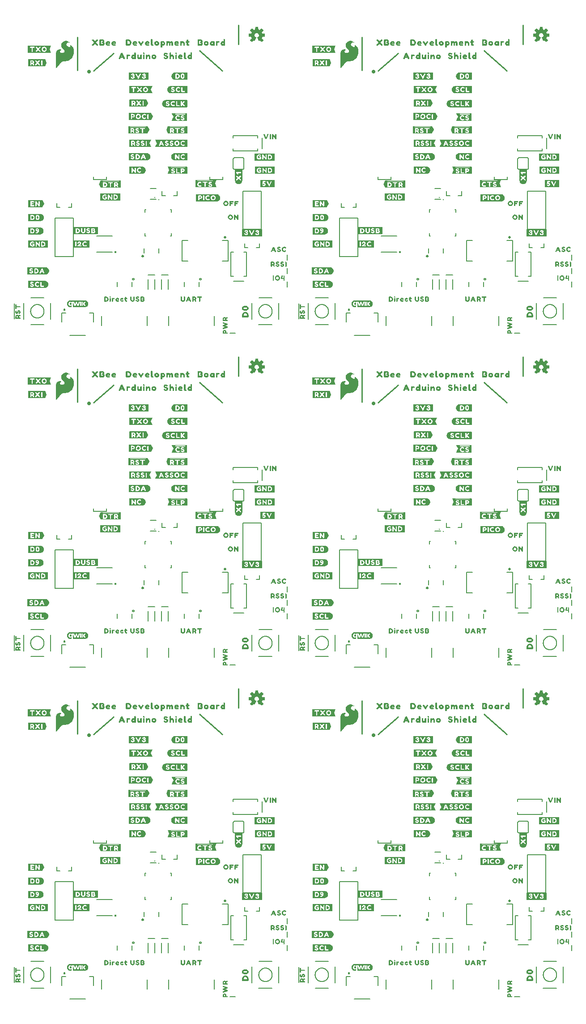
<source format=gto>
G04 EAGLE Gerber RS-274X export*
G75*
%MOMM*%
%FSLAX34Y34*%
%LPD*%
%INSilkscreen Top*%
%IPPOS*%
%AMOC8*
5,1,8,0,0,1.08239X$1,22.5*%
G01*
%ADD10C,0.254000*%
%ADD11C,0.203200*%
%ADD12C,0.718419*%
%ADD13C,0.508000*%
%ADD14C,0.300000*%
%ADD15C,0.152400*%
%ADD16C,0.400000*%

G36*
X624545Y510330D02*
X624545Y510330D01*
X624629Y510333D01*
X624630Y510333D01*
X624631Y510333D01*
X624709Y510376D01*
X624782Y510415D01*
X624782Y510416D01*
X624783Y510416D01*
X624787Y510422D01*
X624870Y510530D01*
X624943Y510675D01*
X625299Y511031D01*
X625306Y511042D01*
X625319Y511053D01*
X625919Y511753D01*
X625923Y511760D01*
X625930Y511767D01*
X626622Y512656D01*
X627513Y513646D01*
X627516Y513651D01*
X627522Y513657D01*
X628517Y514850D01*
X629610Y516043D01*
X630809Y517341D01*
X632109Y518741D01*
X632113Y518748D01*
X632120Y518754D01*
X633210Y520042D01*
X634292Y521124D01*
X635267Y522002D01*
X636219Y522668D01*
X637260Y523141D01*
X638281Y523420D01*
X642130Y523420D01*
X642150Y523425D01*
X642177Y523423D01*
X644577Y523723D01*
X644599Y523731D01*
X644630Y523733D01*
X646830Y524333D01*
X646853Y524345D01*
X646886Y524353D01*
X648886Y525253D01*
X648905Y525267D01*
X648933Y525279D01*
X650833Y526479D01*
X650844Y526489D01*
X650861Y526498D01*
X652561Y527798D01*
X652578Y527819D01*
X652607Y527840D01*
X654107Y529440D01*
X654115Y529454D01*
X654130Y529467D01*
X655530Y531267D01*
X655543Y531294D01*
X655568Y531326D01*
X657468Y535026D01*
X657476Y535057D01*
X657496Y535098D01*
X658496Y538698D01*
X658498Y538732D01*
X658510Y538778D01*
X658710Y542278D01*
X658704Y542310D01*
X658706Y542357D01*
X658206Y545657D01*
X658195Y545686D01*
X658188Y545728D01*
X657188Y548528D01*
X657174Y548549D01*
X657164Y548581D01*
X655864Y550981D01*
X655838Y551010D01*
X655799Y551069D01*
X654099Y552769D01*
X654069Y552787D01*
X654032Y552822D01*
X652432Y553822D01*
X652366Y553845D01*
X652302Y553873D01*
X652285Y553873D01*
X652268Y553878D01*
X652199Y553869D01*
X652129Y553867D01*
X652114Y553858D01*
X652096Y553856D01*
X652038Y553817D01*
X651977Y553784D01*
X651967Y553769D01*
X651952Y553759D01*
X651917Y553699D01*
X651877Y553642D01*
X651874Y553623D01*
X651866Y553609D01*
X651863Y553570D01*
X651850Y553500D01*
X651850Y552900D01*
X651857Y552870D01*
X651857Y552825D01*
X651943Y552394D01*
X651767Y551334D01*
X651528Y550936D01*
X651113Y550521D01*
X650552Y550280D01*
X649983Y550280D01*
X648668Y550656D01*
X647927Y551027D01*
X646565Y552000D01*
X645888Y552579D01*
X645429Y553038D01*
X644952Y553802D01*
X644949Y553805D01*
X644946Y553811D01*
X644579Y554362D01*
X644402Y554984D01*
X644315Y555500D01*
X644398Y555997D01*
X644577Y556444D01*
X644852Y556994D01*
X645206Y557436D01*
X645944Y558082D01*
X646322Y558271D01*
X646663Y558441D01*
X647397Y558625D01*
X648251Y558720D01*
X649483Y558720D01*
X649838Y558631D01*
X649874Y558631D01*
X649930Y558620D01*
X650030Y558620D01*
X650091Y558634D01*
X650154Y558640D01*
X650175Y558654D01*
X650199Y558659D01*
X650247Y558699D01*
X650300Y558733D01*
X650313Y558754D01*
X650332Y558769D01*
X650358Y558827D01*
X650391Y558880D01*
X650393Y558905D01*
X650403Y558928D01*
X650401Y558990D01*
X650407Y559053D01*
X650398Y559076D01*
X650397Y559101D01*
X650367Y559156D01*
X650344Y559215D01*
X650324Y559234D01*
X650314Y559253D01*
X650283Y559274D01*
X650241Y559316D01*
X649947Y559513D01*
X649251Y560009D01*
X649236Y560015D01*
X649222Y560028D01*
X648022Y560728D01*
X647998Y560736D01*
X647971Y560753D01*
X646471Y561353D01*
X646453Y561356D01*
X646432Y561366D01*
X644632Y561866D01*
X644598Y561868D01*
X644549Y561880D01*
X642549Y561980D01*
X642511Y561973D01*
X642446Y561971D01*
X640246Y561471D01*
X640212Y561454D01*
X640154Y561437D01*
X637854Y560237D01*
X637829Y560216D01*
X637788Y560194D01*
X636088Y558794D01*
X636065Y558763D01*
X636017Y558715D01*
X634917Y557115D01*
X634903Y557080D01*
X634871Y557027D01*
X634271Y555327D01*
X634268Y555292D01*
X634266Y555281D01*
X634257Y555262D01*
X634258Y555240D01*
X634250Y555200D01*
X634250Y553500D01*
X634259Y553462D01*
X634265Y553393D01*
X634765Y551693D01*
X634779Y551668D01*
X634790Y551630D01*
X635690Y549830D01*
X635709Y549807D01*
X635728Y549769D01*
X637028Y548069D01*
X637045Y548055D01*
X637061Y548031D01*
X638752Y546341D01*
X640008Y544891D01*
X640650Y543516D01*
X640650Y542257D01*
X640291Y541092D01*
X639479Y540190D01*
X638369Y539449D01*
X637077Y539080D01*
X635581Y539080D01*
X634541Y539364D01*
X633721Y539637D01*
X633088Y540179D01*
X632543Y540725D01*
X632286Y541238D01*
X632110Y541853D01*
X632110Y542438D01*
X632271Y542921D01*
X632518Y543250D01*
X632884Y543616D01*
X633363Y543999D01*
X633718Y544266D01*
X634171Y544447D01*
X634183Y544455D01*
X634200Y544460D01*
X634444Y544582D01*
X634800Y544760D01*
X634829Y544784D01*
X634899Y544831D01*
X634999Y544931D01*
X635012Y544953D01*
X635032Y544969D01*
X635058Y545026D01*
X635090Y545078D01*
X635093Y545104D01*
X635103Y545128D01*
X635101Y545189D01*
X635107Y545251D01*
X635098Y545275D01*
X635097Y545301D01*
X635067Y545355D01*
X635045Y545413D01*
X635026Y545430D01*
X635014Y545453D01*
X634964Y545488D01*
X634918Y545530D01*
X634893Y545538D01*
X634872Y545553D01*
X634788Y545569D01*
X634752Y545580D01*
X634742Y545578D01*
X634730Y545580D01*
X634692Y545580D01*
X634461Y545657D01*
X633971Y545853D01*
X633936Y545858D01*
X633884Y545876D01*
X633184Y545976D01*
X633160Y545974D01*
X633130Y545980D01*
X631330Y545980D01*
X631300Y545973D01*
X631255Y545973D01*
X630255Y545773D01*
X630245Y545768D01*
X630230Y545767D01*
X629130Y545467D01*
X629113Y545458D01*
X629089Y545453D01*
X628089Y545053D01*
X628062Y545034D01*
X628019Y545016D01*
X627119Y544416D01*
X627098Y544394D01*
X627061Y544369D01*
X626261Y543569D01*
X626250Y543551D01*
X626230Y543533D01*
X625530Y542633D01*
X625519Y542609D01*
X625496Y542582D01*
X624896Y541482D01*
X624887Y541449D01*
X624864Y541404D01*
X624464Y540004D01*
X624463Y539979D01*
X624453Y539947D01*
X624253Y538347D01*
X624254Y538335D01*
X624250Y538320D01*
X624150Y536420D01*
X624152Y536411D01*
X624150Y536400D01*
X624150Y510700D01*
X624170Y510615D01*
X624189Y510533D01*
X624189Y510532D01*
X624189Y510531D01*
X624246Y510463D01*
X624298Y510399D01*
X624299Y510398D01*
X624377Y510363D01*
X624456Y510327D01*
X624457Y510327D01*
X624458Y510327D01*
X624545Y510330D01*
G37*
G36*
X86065Y510330D02*
X86065Y510330D01*
X86149Y510333D01*
X86150Y510333D01*
X86151Y510333D01*
X86229Y510376D01*
X86302Y510415D01*
X86302Y510416D01*
X86303Y510416D01*
X86307Y510422D01*
X86390Y510530D01*
X86463Y510675D01*
X86819Y511031D01*
X86826Y511042D01*
X86839Y511053D01*
X87439Y511753D01*
X87443Y511760D01*
X87450Y511767D01*
X88142Y512656D01*
X89033Y513646D01*
X89036Y513651D01*
X89042Y513657D01*
X90037Y514850D01*
X91130Y516043D01*
X92329Y517341D01*
X93629Y518741D01*
X93633Y518748D01*
X93640Y518754D01*
X94730Y520042D01*
X95812Y521124D01*
X96787Y522002D01*
X97739Y522668D01*
X98780Y523141D01*
X99801Y523420D01*
X103650Y523420D01*
X103670Y523425D01*
X103697Y523423D01*
X106097Y523723D01*
X106119Y523731D01*
X106150Y523733D01*
X108350Y524333D01*
X108373Y524345D01*
X108406Y524353D01*
X110406Y525253D01*
X110425Y525267D01*
X110453Y525279D01*
X112353Y526479D01*
X112364Y526489D01*
X112381Y526498D01*
X114081Y527798D01*
X114098Y527819D01*
X114127Y527840D01*
X115627Y529440D01*
X115635Y529454D01*
X115650Y529467D01*
X117050Y531267D01*
X117063Y531294D01*
X117088Y531326D01*
X118988Y535026D01*
X118996Y535057D01*
X119016Y535098D01*
X120016Y538698D01*
X120018Y538732D01*
X120030Y538778D01*
X120230Y542278D01*
X120224Y542310D01*
X120226Y542357D01*
X119726Y545657D01*
X119715Y545686D01*
X119708Y545728D01*
X118708Y548528D01*
X118694Y548549D01*
X118684Y548581D01*
X117384Y550981D01*
X117358Y551010D01*
X117319Y551069D01*
X115619Y552769D01*
X115589Y552787D01*
X115552Y552822D01*
X113952Y553822D01*
X113886Y553845D01*
X113822Y553873D01*
X113805Y553873D01*
X113788Y553878D01*
X113719Y553869D01*
X113649Y553867D01*
X113634Y553858D01*
X113616Y553856D01*
X113558Y553817D01*
X113497Y553784D01*
X113487Y553769D01*
X113472Y553759D01*
X113437Y553699D01*
X113397Y553642D01*
X113394Y553623D01*
X113386Y553609D01*
X113383Y553570D01*
X113370Y553500D01*
X113370Y552900D01*
X113377Y552870D01*
X113377Y552825D01*
X113463Y552394D01*
X113287Y551334D01*
X113048Y550936D01*
X112633Y550521D01*
X112072Y550280D01*
X111503Y550280D01*
X110188Y550656D01*
X109447Y551027D01*
X108085Y552000D01*
X107408Y552579D01*
X106949Y553038D01*
X106472Y553802D01*
X106469Y553805D01*
X106466Y553811D01*
X106099Y554362D01*
X105922Y554984D01*
X105835Y555500D01*
X105918Y555997D01*
X106097Y556444D01*
X106372Y556994D01*
X106726Y557436D01*
X107464Y558082D01*
X107842Y558271D01*
X108183Y558441D01*
X108917Y558625D01*
X109771Y558720D01*
X111003Y558720D01*
X111358Y558631D01*
X111394Y558631D01*
X111450Y558620D01*
X111550Y558620D01*
X111611Y558634D01*
X111674Y558640D01*
X111695Y558654D01*
X111719Y558659D01*
X111767Y558699D01*
X111820Y558733D01*
X111833Y558754D01*
X111852Y558769D01*
X111878Y558827D01*
X111911Y558880D01*
X111913Y558905D01*
X111923Y558928D01*
X111921Y558990D01*
X111927Y559053D01*
X111918Y559076D01*
X111917Y559101D01*
X111887Y559156D01*
X111864Y559215D01*
X111844Y559234D01*
X111834Y559253D01*
X111803Y559274D01*
X111761Y559316D01*
X111467Y559513D01*
X110771Y560009D01*
X110756Y560015D01*
X110742Y560028D01*
X109542Y560728D01*
X109518Y560736D01*
X109491Y560753D01*
X107991Y561353D01*
X107973Y561356D01*
X107952Y561366D01*
X106152Y561866D01*
X106118Y561868D01*
X106069Y561880D01*
X104069Y561980D01*
X104031Y561973D01*
X103966Y561971D01*
X101766Y561471D01*
X101732Y561454D01*
X101674Y561437D01*
X99374Y560237D01*
X99349Y560216D01*
X99308Y560194D01*
X97608Y558794D01*
X97585Y558763D01*
X97537Y558715D01*
X96437Y557115D01*
X96423Y557080D01*
X96391Y557027D01*
X95791Y555327D01*
X95788Y555292D01*
X95786Y555281D01*
X95777Y555262D01*
X95778Y555240D01*
X95770Y555200D01*
X95770Y553500D01*
X95779Y553462D01*
X95785Y553393D01*
X96285Y551693D01*
X96299Y551668D01*
X96310Y551630D01*
X97210Y549830D01*
X97229Y549807D01*
X97248Y549769D01*
X98548Y548069D01*
X98565Y548055D01*
X98581Y548031D01*
X100272Y546341D01*
X101528Y544891D01*
X102170Y543516D01*
X102170Y542257D01*
X101811Y541092D01*
X100999Y540190D01*
X99889Y539449D01*
X98597Y539080D01*
X97101Y539080D01*
X96061Y539364D01*
X95241Y539637D01*
X94608Y540179D01*
X94063Y540725D01*
X93806Y541238D01*
X93630Y541853D01*
X93630Y542438D01*
X93791Y542921D01*
X94038Y543250D01*
X94404Y543616D01*
X94883Y543999D01*
X95238Y544266D01*
X95691Y544447D01*
X95703Y544455D01*
X95720Y544460D01*
X95964Y544582D01*
X96320Y544760D01*
X96349Y544784D01*
X96419Y544831D01*
X96519Y544931D01*
X96532Y544953D01*
X96552Y544969D01*
X96578Y545026D01*
X96610Y545078D01*
X96613Y545104D01*
X96623Y545128D01*
X96621Y545189D01*
X96627Y545251D01*
X96618Y545275D01*
X96617Y545301D01*
X96587Y545355D01*
X96565Y545413D01*
X96546Y545430D01*
X96534Y545453D01*
X96484Y545488D01*
X96438Y545530D01*
X96413Y545538D01*
X96392Y545553D01*
X96308Y545569D01*
X96272Y545580D01*
X96262Y545578D01*
X96250Y545580D01*
X96212Y545580D01*
X95981Y545657D01*
X95491Y545853D01*
X95456Y545858D01*
X95404Y545876D01*
X94704Y545976D01*
X94680Y545974D01*
X94650Y545980D01*
X92850Y545980D01*
X92820Y545973D01*
X92775Y545973D01*
X91775Y545773D01*
X91765Y545768D01*
X91750Y545767D01*
X90650Y545467D01*
X90633Y545458D01*
X90609Y545453D01*
X89609Y545053D01*
X89582Y545034D01*
X89539Y545016D01*
X88639Y544416D01*
X88618Y544394D01*
X88581Y544369D01*
X87781Y543569D01*
X87770Y543551D01*
X87750Y543533D01*
X87050Y542633D01*
X87039Y542609D01*
X87016Y542582D01*
X86416Y541482D01*
X86407Y541449D01*
X86384Y541404D01*
X85984Y540004D01*
X85983Y539979D01*
X85973Y539947D01*
X85773Y538347D01*
X85774Y538335D01*
X85770Y538320D01*
X85670Y536420D01*
X85672Y536411D01*
X85670Y536400D01*
X85670Y510700D01*
X85690Y510615D01*
X85709Y510533D01*
X85709Y510532D01*
X85709Y510531D01*
X85766Y510463D01*
X85818Y510399D01*
X85819Y510398D01*
X85897Y510363D01*
X85976Y510327D01*
X85977Y510327D01*
X85978Y510327D01*
X86065Y510330D01*
G37*
G36*
X624545Y1765090D02*
X624545Y1765090D01*
X624629Y1765093D01*
X624630Y1765093D01*
X624631Y1765093D01*
X624709Y1765136D01*
X624782Y1765175D01*
X624782Y1765176D01*
X624783Y1765176D01*
X624787Y1765182D01*
X624870Y1765290D01*
X624943Y1765435D01*
X625299Y1765791D01*
X625306Y1765802D01*
X625319Y1765813D01*
X625919Y1766513D01*
X625923Y1766520D01*
X625930Y1766527D01*
X626622Y1767416D01*
X627513Y1768406D01*
X627516Y1768411D01*
X627522Y1768417D01*
X628517Y1769610D01*
X629610Y1770803D01*
X630809Y1772101D01*
X632109Y1773501D01*
X632113Y1773508D01*
X632120Y1773514D01*
X633210Y1774802D01*
X634292Y1775884D01*
X635267Y1776762D01*
X636219Y1777428D01*
X637259Y1777901D01*
X638281Y1778180D01*
X642130Y1778180D01*
X642150Y1778185D01*
X642177Y1778183D01*
X644577Y1778483D01*
X644599Y1778491D01*
X644630Y1778493D01*
X646830Y1779093D01*
X646853Y1779105D01*
X646886Y1779113D01*
X648886Y1780013D01*
X648905Y1780027D01*
X648933Y1780039D01*
X650833Y1781239D01*
X650844Y1781249D01*
X650861Y1781258D01*
X652561Y1782558D01*
X652578Y1782579D01*
X652607Y1782600D01*
X654107Y1784200D01*
X654115Y1784214D01*
X654130Y1784227D01*
X655530Y1786027D01*
X655543Y1786054D01*
X655568Y1786086D01*
X657468Y1789786D01*
X657476Y1789817D01*
X657496Y1789858D01*
X658496Y1793458D01*
X658498Y1793492D01*
X658510Y1793538D01*
X658710Y1797038D01*
X658704Y1797070D01*
X658706Y1797117D01*
X658206Y1800417D01*
X658195Y1800446D01*
X658188Y1800488D01*
X657188Y1803288D01*
X657174Y1803309D01*
X657164Y1803341D01*
X655864Y1805741D01*
X655838Y1805770D01*
X655799Y1805829D01*
X654099Y1807529D01*
X654069Y1807547D01*
X654032Y1807582D01*
X652432Y1808582D01*
X652366Y1808605D01*
X652302Y1808633D01*
X652285Y1808633D01*
X652268Y1808638D01*
X652199Y1808629D01*
X652129Y1808627D01*
X652114Y1808618D01*
X652096Y1808616D01*
X652038Y1808577D01*
X651977Y1808544D01*
X651967Y1808529D01*
X651952Y1808519D01*
X651917Y1808459D01*
X651877Y1808402D01*
X651874Y1808383D01*
X651866Y1808369D01*
X651863Y1808330D01*
X651850Y1808260D01*
X651850Y1807660D01*
X651857Y1807630D01*
X651857Y1807585D01*
X651943Y1807154D01*
X651767Y1806094D01*
X651528Y1805696D01*
X651113Y1805281D01*
X650552Y1805040D01*
X649983Y1805040D01*
X648668Y1805416D01*
X647927Y1805787D01*
X646565Y1806760D01*
X645888Y1807339D01*
X645429Y1807798D01*
X644952Y1808562D01*
X644949Y1808565D01*
X644946Y1808571D01*
X644579Y1809122D01*
X644402Y1809744D01*
X644315Y1810260D01*
X644398Y1810757D01*
X644577Y1811204D01*
X644852Y1811754D01*
X645206Y1812196D01*
X645944Y1812842D01*
X646322Y1813031D01*
X646663Y1813201D01*
X647397Y1813385D01*
X648251Y1813480D01*
X649483Y1813480D01*
X649838Y1813391D01*
X649874Y1813391D01*
X649930Y1813380D01*
X650030Y1813380D01*
X650091Y1813394D01*
X650154Y1813400D01*
X650175Y1813414D01*
X650199Y1813419D01*
X650247Y1813459D01*
X650300Y1813493D01*
X650313Y1813514D01*
X650332Y1813529D01*
X650358Y1813587D01*
X650391Y1813640D01*
X650393Y1813665D01*
X650403Y1813688D01*
X650401Y1813750D01*
X650407Y1813813D01*
X650398Y1813836D01*
X650397Y1813861D01*
X650367Y1813916D01*
X650344Y1813975D01*
X650324Y1813994D01*
X650314Y1814013D01*
X650283Y1814034D01*
X650241Y1814076D01*
X649947Y1814273D01*
X649251Y1814769D01*
X649236Y1814775D01*
X649222Y1814788D01*
X648022Y1815488D01*
X647998Y1815496D01*
X647971Y1815513D01*
X646471Y1816113D01*
X646453Y1816116D01*
X646432Y1816126D01*
X644632Y1816626D01*
X644598Y1816628D01*
X644549Y1816640D01*
X642549Y1816740D01*
X642511Y1816733D01*
X642446Y1816731D01*
X640246Y1816231D01*
X640212Y1816214D01*
X640154Y1816197D01*
X637854Y1814997D01*
X637829Y1814976D01*
X637788Y1814954D01*
X636088Y1813554D01*
X636065Y1813523D01*
X636017Y1813475D01*
X634917Y1811875D01*
X634903Y1811840D01*
X634871Y1811787D01*
X634271Y1810087D01*
X634268Y1810052D01*
X634266Y1810041D01*
X634257Y1810022D01*
X634258Y1810000D01*
X634250Y1809960D01*
X634250Y1808260D01*
X634259Y1808222D01*
X634265Y1808153D01*
X634765Y1806453D01*
X634779Y1806428D01*
X634790Y1806390D01*
X635690Y1804590D01*
X635709Y1804567D01*
X635728Y1804529D01*
X637028Y1802829D01*
X637045Y1802815D01*
X637061Y1802791D01*
X638752Y1801101D01*
X640008Y1799651D01*
X640650Y1798276D01*
X640650Y1797017D01*
X640291Y1795852D01*
X639479Y1794950D01*
X638369Y1794209D01*
X637077Y1793840D01*
X635581Y1793840D01*
X634541Y1794124D01*
X633721Y1794397D01*
X633088Y1794939D01*
X632543Y1795485D01*
X632286Y1795998D01*
X632110Y1796613D01*
X632110Y1797198D01*
X632271Y1797681D01*
X632518Y1798010D01*
X632884Y1798376D01*
X633363Y1798759D01*
X633718Y1799026D01*
X634171Y1799207D01*
X634183Y1799215D01*
X634200Y1799220D01*
X634444Y1799342D01*
X634800Y1799520D01*
X634829Y1799544D01*
X634899Y1799591D01*
X634999Y1799691D01*
X635012Y1799713D01*
X635032Y1799729D01*
X635058Y1799786D01*
X635090Y1799838D01*
X635093Y1799864D01*
X635103Y1799888D01*
X635101Y1799949D01*
X635107Y1800011D01*
X635098Y1800035D01*
X635097Y1800061D01*
X635067Y1800115D01*
X635045Y1800173D01*
X635026Y1800190D01*
X635014Y1800213D01*
X634964Y1800248D01*
X634918Y1800290D01*
X634893Y1800298D01*
X634872Y1800313D01*
X634788Y1800329D01*
X634752Y1800340D01*
X634742Y1800338D01*
X634730Y1800340D01*
X634692Y1800340D01*
X634461Y1800417D01*
X633971Y1800613D01*
X633936Y1800618D01*
X633884Y1800636D01*
X633184Y1800736D01*
X633160Y1800734D01*
X633130Y1800740D01*
X631330Y1800740D01*
X631300Y1800733D01*
X631255Y1800733D01*
X630255Y1800533D01*
X630245Y1800528D01*
X630230Y1800527D01*
X629130Y1800227D01*
X629113Y1800218D01*
X629089Y1800213D01*
X628089Y1799813D01*
X628062Y1799794D01*
X628019Y1799776D01*
X627119Y1799176D01*
X627098Y1799154D01*
X627061Y1799129D01*
X626261Y1798329D01*
X626250Y1798311D01*
X626230Y1798293D01*
X625530Y1797393D01*
X625519Y1797369D01*
X625496Y1797342D01*
X624896Y1796242D01*
X624887Y1796209D01*
X624864Y1796164D01*
X624464Y1794764D01*
X624463Y1794739D01*
X624453Y1794707D01*
X624253Y1793107D01*
X624254Y1793095D01*
X624250Y1793080D01*
X624150Y1791180D01*
X624152Y1791171D01*
X624150Y1791160D01*
X624150Y1765460D01*
X624170Y1765375D01*
X624189Y1765293D01*
X624189Y1765292D01*
X624189Y1765291D01*
X624246Y1765223D01*
X624298Y1765159D01*
X624299Y1765158D01*
X624377Y1765123D01*
X624456Y1765087D01*
X624457Y1765087D01*
X624458Y1765087D01*
X624545Y1765090D01*
G37*
G36*
X86065Y1765090D02*
X86065Y1765090D01*
X86149Y1765093D01*
X86150Y1765093D01*
X86151Y1765093D01*
X86229Y1765136D01*
X86302Y1765175D01*
X86302Y1765176D01*
X86303Y1765176D01*
X86307Y1765182D01*
X86390Y1765290D01*
X86463Y1765435D01*
X86819Y1765791D01*
X86826Y1765802D01*
X86839Y1765813D01*
X87439Y1766513D01*
X87443Y1766520D01*
X87450Y1766527D01*
X88142Y1767416D01*
X89033Y1768406D01*
X89036Y1768411D01*
X89042Y1768417D01*
X90037Y1769610D01*
X91130Y1770803D01*
X92329Y1772101D01*
X93629Y1773501D01*
X93633Y1773508D01*
X93640Y1773514D01*
X94730Y1774802D01*
X95812Y1775884D01*
X96787Y1776762D01*
X97739Y1777428D01*
X98779Y1777901D01*
X99801Y1778180D01*
X103650Y1778180D01*
X103670Y1778185D01*
X103697Y1778183D01*
X106097Y1778483D01*
X106119Y1778491D01*
X106150Y1778493D01*
X108350Y1779093D01*
X108373Y1779105D01*
X108406Y1779113D01*
X110406Y1780013D01*
X110425Y1780027D01*
X110453Y1780039D01*
X112353Y1781239D01*
X112364Y1781249D01*
X112381Y1781258D01*
X114081Y1782558D01*
X114098Y1782579D01*
X114127Y1782600D01*
X115627Y1784200D01*
X115635Y1784214D01*
X115650Y1784227D01*
X117050Y1786027D01*
X117063Y1786054D01*
X117088Y1786086D01*
X118988Y1789786D01*
X118996Y1789817D01*
X119016Y1789858D01*
X120016Y1793458D01*
X120018Y1793492D01*
X120030Y1793538D01*
X120230Y1797038D01*
X120224Y1797070D01*
X120226Y1797117D01*
X119726Y1800417D01*
X119715Y1800446D01*
X119708Y1800488D01*
X118708Y1803288D01*
X118694Y1803309D01*
X118684Y1803341D01*
X117384Y1805741D01*
X117358Y1805770D01*
X117319Y1805829D01*
X115619Y1807529D01*
X115589Y1807547D01*
X115552Y1807582D01*
X113952Y1808582D01*
X113886Y1808605D01*
X113822Y1808633D01*
X113805Y1808633D01*
X113788Y1808638D01*
X113719Y1808629D01*
X113649Y1808627D01*
X113634Y1808618D01*
X113616Y1808616D01*
X113558Y1808577D01*
X113497Y1808544D01*
X113487Y1808529D01*
X113472Y1808519D01*
X113437Y1808459D01*
X113397Y1808402D01*
X113394Y1808383D01*
X113386Y1808369D01*
X113383Y1808330D01*
X113370Y1808260D01*
X113370Y1807660D01*
X113377Y1807630D01*
X113377Y1807585D01*
X113463Y1807154D01*
X113287Y1806094D01*
X113048Y1805696D01*
X112633Y1805281D01*
X112072Y1805040D01*
X111503Y1805040D01*
X110188Y1805416D01*
X109447Y1805787D01*
X108085Y1806760D01*
X107408Y1807339D01*
X106949Y1807798D01*
X106472Y1808562D01*
X106469Y1808565D01*
X106466Y1808571D01*
X106099Y1809122D01*
X105922Y1809744D01*
X105835Y1810260D01*
X105918Y1810757D01*
X106097Y1811204D01*
X106372Y1811754D01*
X106726Y1812196D01*
X107464Y1812842D01*
X107842Y1813031D01*
X108183Y1813201D01*
X108917Y1813385D01*
X109771Y1813480D01*
X111003Y1813480D01*
X111358Y1813391D01*
X111394Y1813391D01*
X111450Y1813380D01*
X111550Y1813380D01*
X111611Y1813394D01*
X111674Y1813400D01*
X111695Y1813414D01*
X111719Y1813419D01*
X111767Y1813459D01*
X111820Y1813493D01*
X111833Y1813514D01*
X111852Y1813529D01*
X111878Y1813587D01*
X111911Y1813640D01*
X111913Y1813665D01*
X111923Y1813688D01*
X111921Y1813750D01*
X111927Y1813813D01*
X111918Y1813836D01*
X111917Y1813861D01*
X111887Y1813916D01*
X111864Y1813975D01*
X111844Y1813994D01*
X111834Y1814013D01*
X111803Y1814034D01*
X111761Y1814076D01*
X111467Y1814273D01*
X110771Y1814769D01*
X110756Y1814775D01*
X110742Y1814788D01*
X109542Y1815488D01*
X109518Y1815496D01*
X109491Y1815513D01*
X107991Y1816113D01*
X107973Y1816116D01*
X107952Y1816126D01*
X106152Y1816626D01*
X106118Y1816628D01*
X106069Y1816640D01*
X104069Y1816740D01*
X104031Y1816733D01*
X103966Y1816731D01*
X101766Y1816231D01*
X101732Y1816214D01*
X101674Y1816197D01*
X99374Y1814997D01*
X99349Y1814976D01*
X99308Y1814954D01*
X97608Y1813554D01*
X97585Y1813523D01*
X97537Y1813475D01*
X96437Y1811875D01*
X96423Y1811840D01*
X96391Y1811787D01*
X95791Y1810087D01*
X95788Y1810052D01*
X95786Y1810041D01*
X95777Y1810022D01*
X95778Y1810000D01*
X95770Y1809960D01*
X95770Y1808260D01*
X95779Y1808222D01*
X95785Y1808153D01*
X96285Y1806453D01*
X96299Y1806428D01*
X96310Y1806390D01*
X97210Y1804590D01*
X97229Y1804567D01*
X97248Y1804529D01*
X98548Y1802829D01*
X98565Y1802815D01*
X98581Y1802791D01*
X100272Y1801101D01*
X101528Y1799651D01*
X102170Y1798276D01*
X102170Y1797017D01*
X101811Y1795852D01*
X100999Y1794950D01*
X99889Y1794209D01*
X98597Y1793840D01*
X97101Y1793840D01*
X96061Y1794124D01*
X95241Y1794397D01*
X94608Y1794939D01*
X94063Y1795485D01*
X93806Y1795998D01*
X93630Y1796613D01*
X93630Y1797198D01*
X93791Y1797681D01*
X94038Y1798010D01*
X94404Y1798376D01*
X94883Y1798759D01*
X95238Y1799026D01*
X95691Y1799207D01*
X95703Y1799215D01*
X95720Y1799220D01*
X95964Y1799342D01*
X96320Y1799520D01*
X96349Y1799544D01*
X96419Y1799591D01*
X96519Y1799691D01*
X96532Y1799713D01*
X96552Y1799729D01*
X96578Y1799786D01*
X96610Y1799838D01*
X96613Y1799864D01*
X96623Y1799888D01*
X96621Y1799949D01*
X96627Y1800011D01*
X96618Y1800035D01*
X96617Y1800061D01*
X96587Y1800115D01*
X96565Y1800173D01*
X96546Y1800190D01*
X96534Y1800213D01*
X96484Y1800248D01*
X96438Y1800290D01*
X96413Y1800298D01*
X96392Y1800313D01*
X96308Y1800329D01*
X96272Y1800340D01*
X96262Y1800338D01*
X96250Y1800340D01*
X96212Y1800340D01*
X95981Y1800417D01*
X95491Y1800613D01*
X95456Y1800618D01*
X95404Y1800636D01*
X94704Y1800736D01*
X94680Y1800734D01*
X94650Y1800740D01*
X92850Y1800740D01*
X92820Y1800733D01*
X92775Y1800733D01*
X91775Y1800533D01*
X91765Y1800528D01*
X91750Y1800527D01*
X90650Y1800227D01*
X90633Y1800218D01*
X90609Y1800213D01*
X89609Y1799813D01*
X89582Y1799794D01*
X89539Y1799776D01*
X88639Y1799176D01*
X88618Y1799154D01*
X88581Y1799129D01*
X87781Y1798329D01*
X87770Y1798311D01*
X87750Y1798293D01*
X87050Y1797393D01*
X87039Y1797369D01*
X87016Y1797342D01*
X86416Y1796242D01*
X86407Y1796209D01*
X86384Y1796164D01*
X85984Y1794764D01*
X85983Y1794739D01*
X85973Y1794707D01*
X85773Y1793107D01*
X85774Y1793095D01*
X85770Y1793080D01*
X85670Y1791180D01*
X85672Y1791171D01*
X85670Y1791160D01*
X85670Y1765460D01*
X85690Y1765375D01*
X85709Y1765293D01*
X85709Y1765292D01*
X85709Y1765291D01*
X85766Y1765223D01*
X85818Y1765159D01*
X85819Y1765158D01*
X85897Y1765123D01*
X85976Y1765087D01*
X85977Y1765087D01*
X85978Y1765087D01*
X86065Y1765090D01*
G37*
G36*
X86065Y1137710D02*
X86065Y1137710D01*
X86149Y1137713D01*
X86150Y1137713D01*
X86151Y1137713D01*
X86229Y1137756D01*
X86302Y1137795D01*
X86302Y1137796D01*
X86303Y1137796D01*
X86307Y1137802D01*
X86390Y1137910D01*
X86463Y1138055D01*
X86819Y1138411D01*
X86826Y1138422D01*
X86839Y1138433D01*
X87439Y1139133D01*
X87443Y1139140D01*
X87450Y1139147D01*
X88142Y1140036D01*
X89033Y1141026D01*
X89036Y1141031D01*
X89042Y1141037D01*
X90037Y1142230D01*
X91130Y1143423D01*
X92329Y1144721D01*
X93629Y1146121D01*
X93633Y1146128D01*
X93640Y1146134D01*
X94730Y1147422D01*
X95812Y1148504D01*
X96787Y1149382D01*
X97739Y1150048D01*
X98779Y1150521D01*
X99801Y1150800D01*
X103650Y1150800D01*
X103670Y1150805D01*
X103697Y1150803D01*
X106097Y1151103D01*
X106119Y1151111D01*
X106150Y1151113D01*
X108350Y1151713D01*
X108373Y1151725D01*
X108406Y1151733D01*
X110406Y1152633D01*
X110425Y1152647D01*
X110453Y1152659D01*
X112353Y1153859D01*
X112364Y1153869D01*
X112381Y1153878D01*
X114081Y1155178D01*
X114098Y1155199D01*
X114127Y1155220D01*
X115627Y1156820D01*
X115635Y1156834D01*
X115650Y1156847D01*
X117050Y1158647D01*
X117063Y1158674D01*
X117088Y1158706D01*
X118988Y1162406D01*
X118996Y1162437D01*
X119016Y1162478D01*
X120016Y1166078D01*
X120018Y1166112D01*
X120030Y1166158D01*
X120230Y1169658D01*
X120224Y1169690D01*
X120226Y1169737D01*
X119726Y1173037D01*
X119715Y1173066D01*
X119708Y1173108D01*
X118708Y1175908D01*
X118694Y1175929D01*
X118684Y1175961D01*
X117384Y1178361D01*
X117358Y1178390D01*
X117319Y1178449D01*
X115619Y1180149D01*
X115589Y1180167D01*
X115552Y1180202D01*
X113952Y1181202D01*
X113886Y1181225D01*
X113822Y1181253D01*
X113805Y1181253D01*
X113788Y1181258D01*
X113719Y1181249D01*
X113649Y1181247D01*
X113634Y1181238D01*
X113616Y1181236D01*
X113558Y1181197D01*
X113497Y1181164D01*
X113487Y1181149D01*
X113472Y1181139D01*
X113437Y1181079D01*
X113397Y1181022D01*
X113394Y1181003D01*
X113386Y1180989D01*
X113383Y1180950D01*
X113370Y1180880D01*
X113370Y1180280D01*
X113377Y1180250D01*
X113377Y1180205D01*
X113463Y1179774D01*
X113287Y1178714D01*
X113048Y1178316D01*
X112633Y1177901D01*
X112072Y1177660D01*
X111503Y1177660D01*
X110188Y1178036D01*
X109447Y1178407D01*
X108085Y1179380D01*
X107408Y1179959D01*
X106949Y1180418D01*
X106472Y1181182D01*
X106469Y1181185D01*
X106466Y1181191D01*
X106099Y1181742D01*
X105922Y1182364D01*
X105835Y1182880D01*
X105918Y1183377D01*
X106097Y1183824D01*
X106372Y1184374D01*
X106726Y1184816D01*
X107464Y1185462D01*
X107842Y1185651D01*
X108183Y1185821D01*
X108917Y1186005D01*
X109771Y1186100D01*
X111003Y1186100D01*
X111358Y1186011D01*
X111394Y1186011D01*
X111450Y1186000D01*
X111550Y1186000D01*
X111611Y1186014D01*
X111674Y1186020D01*
X111695Y1186034D01*
X111719Y1186039D01*
X111767Y1186079D01*
X111820Y1186113D01*
X111833Y1186134D01*
X111852Y1186149D01*
X111878Y1186207D01*
X111911Y1186260D01*
X111913Y1186285D01*
X111923Y1186308D01*
X111921Y1186370D01*
X111927Y1186433D01*
X111918Y1186456D01*
X111917Y1186481D01*
X111887Y1186536D01*
X111864Y1186595D01*
X111844Y1186614D01*
X111834Y1186633D01*
X111803Y1186654D01*
X111761Y1186696D01*
X111467Y1186893D01*
X110771Y1187389D01*
X110756Y1187395D01*
X110742Y1187408D01*
X109542Y1188108D01*
X109518Y1188116D01*
X109491Y1188133D01*
X107991Y1188733D01*
X107973Y1188736D01*
X107952Y1188746D01*
X106152Y1189246D01*
X106118Y1189248D01*
X106069Y1189260D01*
X104069Y1189360D01*
X104031Y1189353D01*
X103966Y1189351D01*
X101766Y1188851D01*
X101732Y1188834D01*
X101674Y1188817D01*
X99374Y1187617D01*
X99349Y1187596D01*
X99308Y1187574D01*
X97608Y1186174D01*
X97585Y1186143D01*
X97537Y1186095D01*
X96437Y1184495D01*
X96423Y1184460D01*
X96391Y1184407D01*
X95791Y1182707D01*
X95788Y1182672D01*
X95786Y1182661D01*
X95777Y1182642D01*
X95778Y1182620D01*
X95770Y1182580D01*
X95770Y1180880D01*
X95779Y1180842D01*
X95785Y1180773D01*
X96285Y1179073D01*
X96299Y1179048D01*
X96310Y1179010D01*
X97210Y1177210D01*
X97229Y1177187D01*
X97248Y1177149D01*
X98548Y1175449D01*
X98565Y1175435D01*
X98581Y1175411D01*
X100272Y1173721D01*
X101528Y1172271D01*
X102170Y1170896D01*
X102170Y1169637D01*
X101811Y1168472D01*
X100999Y1167570D01*
X99889Y1166829D01*
X98597Y1166460D01*
X97101Y1166460D01*
X96061Y1166744D01*
X95241Y1167017D01*
X94608Y1167559D01*
X94063Y1168105D01*
X93806Y1168618D01*
X93630Y1169233D01*
X93630Y1169818D01*
X93791Y1170301D01*
X94038Y1170630D01*
X94404Y1170996D01*
X94883Y1171379D01*
X95238Y1171646D01*
X95691Y1171827D01*
X95703Y1171835D01*
X95720Y1171840D01*
X95964Y1171962D01*
X96320Y1172140D01*
X96349Y1172164D01*
X96419Y1172211D01*
X96519Y1172311D01*
X96532Y1172333D01*
X96552Y1172349D01*
X96578Y1172406D01*
X96610Y1172458D01*
X96613Y1172484D01*
X96623Y1172508D01*
X96621Y1172569D01*
X96627Y1172631D01*
X96618Y1172655D01*
X96617Y1172681D01*
X96587Y1172735D01*
X96565Y1172793D01*
X96546Y1172810D01*
X96534Y1172833D01*
X96484Y1172868D01*
X96438Y1172910D01*
X96413Y1172918D01*
X96392Y1172933D01*
X96308Y1172949D01*
X96272Y1172960D01*
X96262Y1172958D01*
X96250Y1172960D01*
X96212Y1172960D01*
X95981Y1173037D01*
X95491Y1173233D01*
X95456Y1173238D01*
X95404Y1173256D01*
X94704Y1173356D01*
X94680Y1173354D01*
X94650Y1173360D01*
X92850Y1173360D01*
X92820Y1173353D01*
X92775Y1173353D01*
X91775Y1173153D01*
X91765Y1173148D01*
X91750Y1173147D01*
X90650Y1172847D01*
X90633Y1172838D01*
X90609Y1172833D01*
X89609Y1172433D01*
X89582Y1172414D01*
X89539Y1172396D01*
X88639Y1171796D01*
X88618Y1171774D01*
X88581Y1171749D01*
X87781Y1170949D01*
X87770Y1170931D01*
X87750Y1170913D01*
X87050Y1170013D01*
X87039Y1169989D01*
X87016Y1169962D01*
X86416Y1168862D01*
X86407Y1168829D01*
X86384Y1168784D01*
X85984Y1167384D01*
X85983Y1167359D01*
X85973Y1167327D01*
X85773Y1165727D01*
X85774Y1165715D01*
X85770Y1165700D01*
X85670Y1163800D01*
X85672Y1163791D01*
X85670Y1163780D01*
X85670Y1138080D01*
X85690Y1137995D01*
X85709Y1137913D01*
X85709Y1137912D01*
X85709Y1137911D01*
X85766Y1137843D01*
X85818Y1137779D01*
X85819Y1137778D01*
X85897Y1137743D01*
X85976Y1137707D01*
X85977Y1137707D01*
X85978Y1137707D01*
X86065Y1137710D01*
G37*
G36*
X624545Y1137710D02*
X624545Y1137710D01*
X624629Y1137713D01*
X624630Y1137713D01*
X624631Y1137713D01*
X624709Y1137756D01*
X624782Y1137795D01*
X624782Y1137796D01*
X624783Y1137796D01*
X624787Y1137802D01*
X624870Y1137910D01*
X624943Y1138055D01*
X625299Y1138411D01*
X625306Y1138422D01*
X625319Y1138433D01*
X625919Y1139133D01*
X625923Y1139140D01*
X625930Y1139147D01*
X626622Y1140036D01*
X627513Y1141026D01*
X627516Y1141031D01*
X627522Y1141037D01*
X628517Y1142230D01*
X629610Y1143423D01*
X630809Y1144721D01*
X632109Y1146121D01*
X632113Y1146128D01*
X632120Y1146134D01*
X633210Y1147422D01*
X634292Y1148504D01*
X635267Y1149382D01*
X636219Y1150048D01*
X637259Y1150521D01*
X638281Y1150800D01*
X642130Y1150800D01*
X642150Y1150805D01*
X642177Y1150803D01*
X644577Y1151103D01*
X644599Y1151111D01*
X644630Y1151113D01*
X646830Y1151713D01*
X646853Y1151725D01*
X646886Y1151733D01*
X648886Y1152633D01*
X648905Y1152647D01*
X648933Y1152659D01*
X650833Y1153859D01*
X650844Y1153869D01*
X650861Y1153878D01*
X652561Y1155178D01*
X652578Y1155199D01*
X652607Y1155220D01*
X654107Y1156820D01*
X654115Y1156834D01*
X654130Y1156847D01*
X655530Y1158647D01*
X655543Y1158674D01*
X655568Y1158706D01*
X657468Y1162406D01*
X657476Y1162437D01*
X657496Y1162478D01*
X658496Y1166078D01*
X658498Y1166112D01*
X658510Y1166158D01*
X658710Y1169658D01*
X658704Y1169690D01*
X658706Y1169737D01*
X658206Y1173037D01*
X658195Y1173066D01*
X658188Y1173108D01*
X657188Y1175908D01*
X657174Y1175929D01*
X657164Y1175961D01*
X655864Y1178361D01*
X655838Y1178390D01*
X655799Y1178449D01*
X654099Y1180149D01*
X654069Y1180167D01*
X654032Y1180202D01*
X652432Y1181202D01*
X652366Y1181225D01*
X652302Y1181253D01*
X652285Y1181253D01*
X652268Y1181258D01*
X652199Y1181249D01*
X652129Y1181247D01*
X652114Y1181238D01*
X652096Y1181236D01*
X652038Y1181197D01*
X651977Y1181164D01*
X651967Y1181149D01*
X651952Y1181139D01*
X651917Y1181079D01*
X651877Y1181022D01*
X651874Y1181003D01*
X651866Y1180989D01*
X651863Y1180950D01*
X651850Y1180880D01*
X651850Y1180280D01*
X651857Y1180250D01*
X651857Y1180205D01*
X651943Y1179774D01*
X651767Y1178714D01*
X651528Y1178316D01*
X651113Y1177901D01*
X650552Y1177660D01*
X649983Y1177660D01*
X648668Y1178036D01*
X647927Y1178407D01*
X646565Y1179380D01*
X645888Y1179959D01*
X645429Y1180418D01*
X644952Y1181182D01*
X644949Y1181185D01*
X644946Y1181191D01*
X644579Y1181742D01*
X644402Y1182364D01*
X644315Y1182880D01*
X644398Y1183377D01*
X644577Y1183824D01*
X644852Y1184374D01*
X645206Y1184816D01*
X645944Y1185462D01*
X646322Y1185651D01*
X646663Y1185821D01*
X647397Y1186005D01*
X648251Y1186100D01*
X649483Y1186100D01*
X649838Y1186011D01*
X649874Y1186011D01*
X649930Y1186000D01*
X650030Y1186000D01*
X650091Y1186014D01*
X650154Y1186020D01*
X650175Y1186034D01*
X650199Y1186039D01*
X650247Y1186079D01*
X650300Y1186113D01*
X650313Y1186134D01*
X650332Y1186149D01*
X650358Y1186207D01*
X650391Y1186260D01*
X650393Y1186285D01*
X650403Y1186308D01*
X650401Y1186370D01*
X650407Y1186433D01*
X650398Y1186456D01*
X650397Y1186481D01*
X650367Y1186536D01*
X650344Y1186595D01*
X650324Y1186614D01*
X650314Y1186633D01*
X650283Y1186654D01*
X650241Y1186696D01*
X649947Y1186893D01*
X649251Y1187389D01*
X649236Y1187395D01*
X649222Y1187408D01*
X648022Y1188108D01*
X647998Y1188116D01*
X647971Y1188133D01*
X646471Y1188733D01*
X646453Y1188736D01*
X646432Y1188746D01*
X644632Y1189246D01*
X644598Y1189248D01*
X644549Y1189260D01*
X642549Y1189360D01*
X642511Y1189353D01*
X642446Y1189351D01*
X640246Y1188851D01*
X640212Y1188834D01*
X640154Y1188817D01*
X637854Y1187617D01*
X637829Y1187596D01*
X637788Y1187574D01*
X636088Y1186174D01*
X636065Y1186143D01*
X636017Y1186095D01*
X634917Y1184495D01*
X634903Y1184460D01*
X634871Y1184407D01*
X634271Y1182707D01*
X634268Y1182672D01*
X634266Y1182661D01*
X634257Y1182642D01*
X634258Y1182620D01*
X634250Y1182580D01*
X634250Y1180880D01*
X634259Y1180842D01*
X634265Y1180773D01*
X634765Y1179073D01*
X634779Y1179048D01*
X634790Y1179010D01*
X635690Y1177210D01*
X635709Y1177187D01*
X635728Y1177149D01*
X637028Y1175449D01*
X637045Y1175435D01*
X637061Y1175411D01*
X638752Y1173721D01*
X640008Y1172271D01*
X640650Y1170896D01*
X640650Y1169637D01*
X640291Y1168472D01*
X639479Y1167570D01*
X638369Y1166829D01*
X637077Y1166460D01*
X635581Y1166460D01*
X634541Y1166744D01*
X633721Y1167017D01*
X633088Y1167559D01*
X632543Y1168105D01*
X632286Y1168618D01*
X632110Y1169233D01*
X632110Y1169818D01*
X632271Y1170301D01*
X632518Y1170630D01*
X632884Y1170996D01*
X633363Y1171379D01*
X633718Y1171646D01*
X634171Y1171827D01*
X634183Y1171835D01*
X634200Y1171840D01*
X634444Y1171962D01*
X634800Y1172140D01*
X634829Y1172164D01*
X634899Y1172211D01*
X634999Y1172311D01*
X635012Y1172333D01*
X635032Y1172349D01*
X635058Y1172406D01*
X635090Y1172458D01*
X635093Y1172484D01*
X635103Y1172508D01*
X635101Y1172569D01*
X635107Y1172631D01*
X635098Y1172655D01*
X635097Y1172681D01*
X635067Y1172735D01*
X635045Y1172793D01*
X635026Y1172810D01*
X635014Y1172833D01*
X634964Y1172868D01*
X634918Y1172910D01*
X634893Y1172918D01*
X634872Y1172933D01*
X634788Y1172949D01*
X634752Y1172960D01*
X634742Y1172958D01*
X634730Y1172960D01*
X634692Y1172960D01*
X634461Y1173037D01*
X633971Y1173233D01*
X633936Y1173238D01*
X633884Y1173256D01*
X633184Y1173356D01*
X633160Y1173354D01*
X633130Y1173360D01*
X631330Y1173360D01*
X631300Y1173353D01*
X631255Y1173353D01*
X630255Y1173153D01*
X630245Y1173148D01*
X630230Y1173147D01*
X629130Y1172847D01*
X629113Y1172838D01*
X629089Y1172833D01*
X628089Y1172433D01*
X628062Y1172414D01*
X628019Y1172396D01*
X627119Y1171796D01*
X627098Y1171774D01*
X627061Y1171749D01*
X626261Y1170949D01*
X626250Y1170931D01*
X626230Y1170913D01*
X625530Y1170013D01*
X625519Y1169989D01*
X625496Y1169962D01*
X624896Y1168862D01*
X624887Y1168829D01*
X624864Y1168784D01*
X624464Y1167384D01*
X624463Y1167359D01*
X624453Y1167327D01*
X624253Y1165727D01*
X624254Y1165715D01*
X624250Y1165700D01*
X624150Y1163800D01*
X624152Y1163791D01*
X624150Y1163780D01*
X624150Y1138080D01*
X624170Y1137995D01*
X624189Y1137913D01*
X624189Y1137912D01*
X624189Y1137911D01*
X624246Y1137843D01*
X624298Y1137779D01*
X624299Y1137778D01*
X624377Y1137743D01*
X624456Y1137707D01*
X624457Y1137707D01*
X624458Y1137707D01*
X624545Y1137710D01*
G37*
G36*
X873171Y988847D02*
X873171Y988847D01*
X873185Y988845D01*
X873585Y989245D01*
X873586Y989257D01*
X873591Y989261D01*
X873588Y989266D01*
X873589Y989272D01*
X873599Y989280D01*
X873599Y1002080D01*
X873583Y1002101D01*
X873585Y1002115D01*
X873185Y1002515D01*
X873160Y1002518D01*
X873157Y1002522D01*
X873155Y1002522D01*
X873150Y1002529D01*
X812650Y1002529D01*
X812629Y1002513D01*
X812615Y1002515D01*
X812315Y1002215D01*
X812313Y1002198D01*
X812304Y1002191D01*
X812311Y1002182D01*
X812308Y1002162D01*
X812306Y1002158D01*
X815304Y996161D01*
X815497Y995584D01*
X812406Y989502D01*
X812407Y989497D01*
X812403Y989496D01*
X812203Y988896D01*
X812204Y988894D01*
X812203Y988893D01*
X812205Y988890D01*
X812222Y988839D01*
X812239Y988845D01*
X812250Y988831D01*
X873150Y988831D01*
X873171Y988847D01*
G37*
G36*
X334691Y1616227D02*
X334691Y1616227D01*
X334705Y1616225D01*
X335105Y1616625D01*
X335106Y1616637D01*
X335111Y1616641D01*
X335108Y1616646D01*
X335109Y1616652D01*
X335119Y1616660D01*
X335119Y1629460D01*
X335103Y1629481D01*
X335105Y1629495D01*
X334705Y1629895D01*
X334680Y1629898D01*
X334677Y1629902D01*
X334675Y1629902D01*
X334670Y1629909D01*
X274170Y1629909D01*
X274149Y1629893D01*
X274135Y1629895D01*
X273835Y1629595D01*
X273833Y1629578D01*
X273824Y1629571D01*
X273831Y1629562D01*
X273828Y1629542D01*
X273826Y1629538D01*
X276824Y1623541D01*
X277017Y1622964D01*
X273926Y1616882D01*
X273927Y1616877D01*
X273923Y1616876D01*
X273723Y1616276D01*
X273724Y1616274D01*
X273723Y1616273D01*
X273725Y1616270D01*
X273742Y1616219D01*
X273759Y1616225D01*
X273770Y1616211D01*
X334670Y1616211D01*
X334691Y1616227D01*
G37*
G36*
X334691Y988847D02*
X334691Y988847D01*
X334705Y988845D01*
X335105Y989245D01*
X335106Y989257D01*
X335111Y989261D01*
X335108Y989266D01*
X335109Y989272D01*
X335119Y989280D01*
X335119Y1002080D01*
X335103Y1002101D01*
X335105Y1002115D01*
X334705Y1002515D01*
X334680Y1002518D01*
X334677Y1002522D01*
X334675Y1002522D01*
X334670Y1002529D01*
X274170Y1002529D01*
X274149Y1002513D01*
X274135Y1002515D01*
X273835Y1002215D01*
X273833Y1002198D01*
X273824Y1002191D01*
X273831Y1002182D01*
X273828Y1002162D01*
X273826Y1002158D01*
X276824Y996161D01*
X277017Y995584D01*
X273926Y989502D01*
X273927Y989497D01*
X273923Y989496D01*
X273723Y988896D01*
X273724Y988894D01*
X273723Y988893D01*
X273725Y988890D01*
X273742Y988839D01*
X273759Y988845D01*
X273770Y988831D01*
X334670Y988831D01*
X334691Y988847D01*
G37*
G36*
X873171Y1616227D02*
X873171Y1616227D01*
X873185Y1616225D01*
X873585Y1616625D01*
X873586Y1616637D01*
X873591Y1616641D01*
X873588Y1616646D01*
X873589Y1616652D01*
X873599Y1616660D01*
X873599Y1629460D01*
X873583Y1629481D01*
X873585Y1629495D01*
X873185Y1629895D01*
X873160Y1629898D01*
X873157Y1629902D01*
X873155Y1629902D01*
X873150Y1629909D01*
X812650Y1629909D01*
X812629Y1629893D01*
X812615Y1629895D01*
X812315Y1629595D01*
X812313Y1629578D01*
X812304Y1629571D01*
X812311Y1629562D01*
X812308Y1629542D01*
X812306Y1629538D01*
X815304Y1623541D01*
X815497Y1622964D01*
X812406Y1616882D01*
X812407Y1616877D01*
X812403Y1616876D01*
X812203Y1616276D01*
X812204Y1616274D01*
X812203Y1616273D01*
X812205Y1616270D01*
X812222Y1616219D01*
X812239Y1616225D01*
X812250Y1616211D01*
X873150Y1616211D01*
X873171Y1616227D01*
G37*
G36*
X873171Y361467D02*
X873171Y361467D01*
X873185Y361465D01*
X873585Y361865D01*
X873586Y361877D01*
X873591Y361881D01*
X873588Y361886D01*
X873589Y361892D01*
X873599Y361900D01*
X873599Y374700D01*
X873583Y374721D01*
X873585Y374735D01*
X873185Y375135D01*
X873160Y375138D01*
X873157Y375142D01*
X873155Y375142D01*
X873150Y375149D01*
X812650Y375149D01*
X812629Y375133D01*
X812615Y375135D01*
X812315Y374835D01*
X812313Y374818D01*
X812304Y374811D01*
X812311Y374802D01*
X812308Y374782D01*
X812306Y374778D01*
X815304Y368781D01*
X815497Y368204D01*
X812406Y362122D01*
X812407Y362117D01*
X812403Y362116D01*
X812203Y361516D01*
X812204Y361514D01*
X812203Y361513D01*
X812205Y361510D01*
X812222Y361459D01*
X812239Y361465D01*
X812250Y361451D01*
X873150Y361451D01*
X873171Y361467D01*
G37*
G36*
X334691Y361467D02*
X334691Y361467D01*
X334705Y361465D01*
X335105Y361865D01*
X335106Y361877D01*
X335111Y361881D01*
X335108Y361886D01*
X335109Y361892D01*
X335119Y361900D01*
X335119Y374700D01*
X335103Y374721D01*
X335105Y374735D01*
X334705Y375135D01*
X334680Y375138D01*
X334677Y375142D01*
X334675Y375142D01*
X334670Y375149D01*
X274170Y375149D01*
X274149Y375133D01*
X274135Y375135D01*
X273835Y374835D01*
X273833Y374818D01*
X273824Y374811D01*
X273831Y374802D01*
X273828Y374782D01*
X273826Y374778D01*
X276824Y368781D01*
X277017Y368204D01*
X273926Y362122D01*
X273927Y362117D01*
X273923Y362116D01*
X273723Y361516D01*
X273724Y361514D01*
X273723Y361513D01*
X273725Y361510D01*
X273742Y361459D01*
X273759Y361465D01*
X273770Y361451D01*
X334670Y361451D01*
X334691Y361467D01*
G37*
G36*
X703667Y196217D02*
X703667Y196217D01*
X703665Y196220D01*
X703669Y196222D01*
X703769Y196822D01*
X703766Y196827D01*
X703769Y196830D01*
X703769Y209730D01*
X703733Y209777D01*
X703730Y209775D01*
X703728Y209779D01*
X703128Y209879D01*
X703123Y209876D01*
X703120Y209879D01*
X657920Y209879D01*
X657882Y209850D01*
X657874Y209848D01*
X657674Y209348D01*
X657675Y209346D01*
X657673Y209344D01*
X657677Y209338D01*
X657678Y209335D01*
X657671Y209330D01*
X657671Y196430D01*
X657700Y196392D01*
X657702Y196384D01*
X658202Y196184D01*
X658215Y196188D01*
X658220Y196181D01*
X703620Y196181D01*
X703667Y196217D01*
G37*
G36*
X165187Y1450977D02*
X165187Y1450977D01*
X165185Y1450980D01*
X165189Y1450982D01*
X165289Y1451582D01*
X165286Y1451587D01*
X165289Y1451590D01*
X165289Y1464490D01*
X165253Y1464537D01*
X165250Y1464535D01*
X165248Y1464539D01*
X164648Y1464639D01*
X164643Y1464636D01*
X164640Y1464639D01*
X119440Y1464639D01*
X119402Y1464610D01*
X119394Y1464608D01*
X119194Y1464108D01*
X119195Y1464106D01*
X119193Y1464104D01*
X119197Y1464098D01*
X119198Y1464095D01*
X119191Y1464090D01*
X119191Y1451190D01*
X119220Y1451152D01*
X119222Y1451144D01*
X119722Y1450944D01*
X119735Y1450948D01*
X119740Y1450941D01*
X165140Y1450941D01*
X165187Y1450977D01*
G37*
G36*
X165187Y823597D02*
X165187Y823597D01*
X165185Y823600D01*
X165189Y823602D01*
X165289Y824202D01*
X165286Y824207D01*
X165289Y824210D01*
X165289Y837110D01*
X165253Y837157D01*
X165250Y837155D01*
X165248Y837159D01*
X164648Y837259D01*
X164643Y837256D01*
X164640Y837259D01*
X119440Y837259D01*
X119402Y837230D01*
X119394Y837228D01*
X119194Y836728D01*
X119195Y836726D01*
X119193Y836724D01*
X119197Y836718D01*
X119198Y836715D01*
X119191Y836710D01*
X119191Y823810D01*
X119220Y823772D01*
X119222Y823764D01*
X119722Y823564D01*
X119735Y823568D01*
X119740Y823561D01*
X165140Y823561D01*
X165187Y823597D01*
G37*
G36*
X703667Y823597D02*
X703667Y823597D01*
X703665Y823600D01*
X703669Y823602D01*
X703769Y824202D01*
X703766Y824207D01*
X703769Y824210D01*
X703769Y837110D01*
X703733Y837157D01*
X703730Y837155D01*
X703728Y837159D01*
X703128Y837259D01*
X703123Y837256D01*
X703120Y837259D01*
X657920Y837259D01*
X657882Y837230D01*
X657874Y837228D01*
X657674Y836728D01*
X657675Y836726D01*
X657673Y836724D01*
X657677Y836718D01*
X657678Y836715D01*
X657671Y836710D01*
X657671Y823810D01*
X657700Y823772D01*
X657702Y823764D01*
X658202Y823564D01*
X658215Y823568D01*
X658220Y823561D01*
X703620Y823561D01*
X703667Y823597D01*
G37*
G36*
X165187Y196217D02*
X165187Y196217D01*
X165185Y196220D01*
X165189Y196222D01*
X165289Y196822D01*
X165286Y196827D01*
X165289Y196830D01*
X165289Y209730D01*
X165253Y209777D01*
X165250Y209775D01*
X165248Y209779D01*
X164648Y209879D01*
X164643Y209876D01*
X164640Y209879D01*
X119440Y209879D01*
X119402Y209850D01*
X119394Y209848D01*
X119194Y209348D01*
X119195Y209346D01*
X119193Y209344D01*
X119197Y209338D01*
X119198Y209335D01*
X119191Y209330D01*
X119191Y196430D01*
X119220Y196392D01*
X119222Y196384D01*
X119722Y196184D01*
X119735Y196188D01*
X119740Y196181D01*
X165140Y196181D01*
X165187Y196217D01*
G37*
G36*
X703667Y1450977D02*
X703667Y1450977D01*
X703665Y1450980D01*
X703669Y1450982D01*
X703769Y1451582D01*
X703766Y1451587D01*
X703769Y1451590D01*
X703769Y1464490D01*
X703733Y1464537D01*
X703730Y1464535D01*
X703728Y1464539D01*
X703128Y1464639D01*
X703123Y1464636D01*
X703120Y1464639D01*
X657920Y1464639D01*
X657882Y1464610D01*
X657874Y1464608D01*
X657674Y1464108D01*
X657675Y1464106D01*
X657673Y1464104D01*
X657677Y1464098D01*
X657678Y1464095D01*
X657671Y1464090D01*
X657671Y1451190D01*
X657700Y1451152D01*
X657702Y1451144D01*
X658202Y1450944D01*
X658215Y1450948D01*
X658220Y1450941D01*
X703620Y1450941D01*
X703667Y1450977D01*
G37*
G36*
X872411Y1063769D02*
X872411Y1063769D01*
X872418Y1063764D01*
X872918Y1063964D01*
X872933Y1063988D01*
X872940Y1063994D01*
X872938Y1063997D01*
X872943Y1064005D01*
X872949Y1064010D01*
X872949Y1076810D01*
X872946Y1076815D01*
X872949Y1076818D01*
X872849Y1077418D01*
X872805Y1077459D01*
X872803Y1077456D01*
X872800Y1077459D01*
X832300Y1077459D01*
X832294Y1077454D01*
X832286Y1077457D01*
X832282Y1077445D01*
X832253Y1077423D01*
X832258Y1077417D01*
X832257Y1077416D01*
X832266Y1077404D01*
X832264Y1077400D01*
X832242Y1077436D01*
X832208Y1077449D01*
X832200Y1077459D01*
X831700Y1077459D01*
X831696Y1077456D01*
X831693Y1077459D01*
X830993Y1077359D01*
X830988Y1077354D01*
X830984Y1077357D01*
X830385Y1077157D01*
X829686Y1076957D01*
X829682Y1076952D01*
X829678Y1076954D01*
X828478Y1076354D01*
X828475Y1076347D01*
X828469Y1076348D01*
X827969Y1075948D01*
X827968Y1075944D01*
X827965Y1075945D01*
X826965Y1074945D01*
X826965Y1074941D01*
X826962Y1074941D01*
X826562Y1074441D01*
X826561Y1074433D01*
X826556Y1074432D01*
X825956Y1073232D01*
X825956Y1073230D01*
X825956Y1073229D01*
X825957Y1073225D01*
X825953Y1073224D01*
X825753Y1072525D01*
X825553Y1071926D01*
X825555Y1071919D01*
X825551Y1071917D01*
X825451Y1071217D01*
X825454Y1071212D01*
X825451Y1071210D01*
X825451Y1069910D01*
X825454Y1069906D01*
X825451Y1069903D01*
X825551Y1069203D01*
X825556Y1069198D01*
X825553Y1069194D01*
X825753Y1068595D01*
X825953Y1067896D01*
X825958Y1067892D01*
X825956Y1067888D01*
X826256Y1067288D01*
X826260Y1067286D01*
X826259Y1067283D01*
X826659Y1066683D01*
X826662Y1066682D01*
X826662Y1066679D01*
X827062Y1066179D01*
X827066Y1066178D01*
X827065Y1066175D01*
X827565Y1065675D01*
X827569Y1065675D01*
X827569Y1065672D01*
X828569Y1064872D01*
X828573Y1064871D01*
X828573Y1064869D01*
X829173Y1064469D01*
X829182Y1064470D01*
X829184Y1064463D01*
X829784Y1064263D01*
X829786Y1064264D01*
X829786Y1064263D01*
X830485Y1064063D01*
X831084Y1063863D01*
X831091Y1063865D01*
X831093Y1063861D01*
X831793Y1063761D01*
X831798Y1063764D01*
X831800Y1063761D01*
X872400Y1063761D01*
X872411Y1063769D01*
G37*
G36*
X333931Y436389D02*
X333931Y436389D01*
X333938Y436384D01*
X334438Y436584D01*
X334453Y436608D01*
X334460Y436614D01*
X334458Y436617D01*
X334463Y436625D01*
X334469Y436630D01*
X334469Y449430D01*
X334466Y449435D01*
X334469Y449438D01*
X334369Y450038D01*
X334325Y450079D01*
X334323Y450076D01*
X334320Y450079D01*
X293820Y450079D01*
X293814Y450074D01*
X293806Y450077D01*
X293802Y450065D01*
X293773Y450043D01*
X293778Y450037D01*
X293777Y450036D01*
X293786Y450024D01*
X293784Y450020D01*
X293762Y450056D01*
X293728Y450069D01*
X293720Y450079D01*
X293220Y450079D01*
X293216Y450076D01*
X293213Y450079D01*
X292513Y449979D01*
X292508Y449974D01*
X292504Y449977D01*
X291905Y449777D01*
X291206Y449577D01*
X291202Y449572D01*
X291198Y449574D01*
X289998Y448974D01*
X289995Y448967D01*
X289989Y448968D01*
X289489Y448568D01*
X289488Y448564D01*
X289485Y448565D01*
X288485Y447565D01*
X288485Y447561D01*
X288482Y447561D01*
X288082Y447061D01*
X288081Y447053D01*
X288076Y447052D01*
X287476Y445852D01*
X287476Y445850D01*
X287476Y445849D01*
X287477Y445845D01*
X287473Y445844D01*
X287273Y445145D01*
X287073Y444546D01*
X287075Y444539D01*
X287071Y444537D01*
X286971Y443837D01*
X286974Y443832D01*
X286971Y443830D01*
X286971Y442530D01*
X286974Y442526D01*
X286971Y442523D01*
X287071Y441823D01*
X287076Y441818D01*
X287073Y441814D01*
X287273Y441215D01*
X287473Y440516D01*
X287478Y440512D01*
X287476Y440508D01*
X287776Y439908D01*
X287780Y439906D01*
X287779Y439903D01*
X288179Y439303D01*
X288182Y439302D01*
X288182Y439299D01*
X288582Y438799D01*
X288586Y438798D01*
X288585Y438795D01*
X289085Y438295D01*
X289089Y438295D01*
X289089Y438292D01*
X290089Y437492D01*
X290093Y437491D01*
X290093Y437489D01*
X290693Y437089D01*
X290702Y437090D01*
X290704Y437083D01*
X291304Y436883D01*
X291306Y436884D01*
X291306Y436883D01*
X292005Y436683D01*
X292604Y436483D01*
X292611Y436485D01*
X292613Y436481D01*
X293313Y436381D01*
X293318Y436384D01*
X293320Y436381D01*
X333920Y436381D01*
X333931Y436389D01*
G37*
G36*
X872411Y436389D02*
X872411Y436389D01*
X872418Y436384D01*
X872918Y436584D01*
X872933Y436608D01*
X872940Y436614D01*
X872938Y436617D01*
X872943Y436625D01*
X872949Y436630D01*
X872949Y449430D01*
X872946Y449435D01*
X872949Y449438D01*
X872849Y450038D01*
X872805Y450079D01*
X872803Y450076D01*
X872800Y450079D01*
X832300Y450079D01*
X832294Y450074D01*
X832286Y450077D01*
X832282Y450065D01*
X832253Y450043D01*
X832258Y450037D01*
X832257Y450036D01*
X832266Y450024D01*
X832264Y450020D01*
X832242Y450056D01*
X832208Y450069D01*
X832200Y450079D01*
X831700Y450079D01*
X831696Y450076D01*
X831693Y450079D01*
X830993Y449979D01*
X830988Y449974D01*
X830984Y449977D01*
X830385Y449777D01*
X829686Y449577D01*
X829682Y449572D01*
X829678Y449574D01*
X828478Y448974D01*
X828475Y448967D01*
X828469Y448968D01*
X827969Y448568D01*
X827968Y448564D01*
X827965Y448565D01*
X826965Y447565D01*
X826965Y447561D01*
X826962Y447561D01*
X826562Y447061D01*
X826561Y447053D01*
X826556Y447052D01*
X825956Y445852D01*
X825956Y445850D01*
X825956Y445849D01*
X825957Y445845D01*
X825953Y445844D01*
X825753Y445145D01*
X825553Y444546D01*
X825555Y444539D01*
X825551Y444537D01*
X825451Y443837D01*
X825454Y443832D01*
X825451Y443830D01*
X825451Y442530D01*
X825454Y442526D01*
X825451Y442523D01*
X825551Y441823D01*
X825556Y441818D01*
X825553Y441814D01*
X825753Y441215D01*
X825953Y440516D01*
X825958Y440512D01*
X825956Y440508D01*
X826256Y439908D01*
X826260Y439906D01*
X826259Y439903D01*
X826659Y439303D01*
X826662Y439302D01*
X826662Y439299D01*
X827062Y438799D01*
X827066Y438798D01*
X827065Y438795D01*
X827565Y438295D01*
X827569Y438295D01*
X827569Y438292D01*
X828569Y437492D01*
X828573Y437491D01*
X828573Y437489D01*
X829173Y437089D01*
X829182Y437090D01*
X829184Y437083D01*
X829784Y436883D01*
X829786Y436884D01*
X829786Y436883D01*
X830485Y436683D01*
X831084Y436483D01*
X831091Y436485D01*
X831093Y436481D01*
X831793Y436381D01*
X831798Y436384D01*
X831800Y436381D01*
X872400Y436381D01*
X872411Y436389D01*
G37*
G36*
X333931Y1691149D02*
X333931Y1691149D01*
X333938Y1691144D01*
X334438Y1691344D01*
X334453Y1691368D01*
X334460Y1691374D01*
X334458Y1691377D01*
X334463Y1691385D01*
X334469Y1691390D01*
X334469Y1704190D01*
X334466Y1704195D01*
X334469Y1704198D01*
X334369Y1704798D01*
X334325Y1704839D01*
X334323Y1704836D01*
X334320Y1704839D01*
X293820Y1704839D01*
X293814Y1704834D01*
X293806Y1704837D01*
X293802Y1704825D01*
X293773Y1704803D01*
X293778Y1704797D01*
X293777Y1704796D01*
X293786Y1704784D01*
X293784Y1704780D01*
X293762Y1704816D01*
X293728Y1704829D01*
X293720Y1704839D01*
X293220Y1704839D01*
X293216Y1704836D01*
X293213Y1704839D01*
X292513Y1704739D01*
X292508Y1704734D01*
X292504Y1704737D01*
X291905Y1704537D01*
X291206Y1704337D01*
X291202Y1704332D01*
X291198Y1704334D01*
X289998Y1703734D01*
X289995Y1703727D01*
X289989Y1703728D01*
X289489Y1703328D01*
X289488Y1703324D01*
X289485Y1703325D01*
X288485Y1702325D01*
X288485Y1702321D01*
X288482Y1702321D01*
X288082Y1701821D01*
X288081Y1701813D01*
X288076Y1701812D01*
X287476Y1700612D01*
X287476Y1700610D01*
X287476Y1700609D01*
X287477Y1700605D01*
X287473Y1700604D01*
X287273Y1699905D01*
X287073Y1699306D01*
X287075Y1699299D01*
X287071Y1699297D01*
X286971Y1698597D01*
X286974Y1698592D01*
X286971Y1698590D01*
X286971Y1697290D01*
X286974Y1697286D01*
X286971Y1697283D01*
X287071Y1696583D01*
X287076Y1696578D01*
X287073Y1696574D01*
X287273Y1695975D01*
X287473Y1695276D01*
X287478Y1695272D01*
X287476Y1695268D01*
X287776Y1694668D01*
X287780Y1694666D01*
X287779Y1694663D01*
X288179Y1694063D01*
X288182Y1694062D01*
X288182Y1694059D01*
X288582Y1693559D01*
X288586Y1693558D01*
X288585Y1693555D01*
X289085Y1693055D01*
X289089Y1693055D01*
X289089Y1693052D01*
X290089Y1692252D01*
X290093Y1692251D01*
X290093Y1692249D01*
X290693Y1691849D01*
X290702Y1691850D01*
X290704Y1691843D01*
X291304Y1691643D01*
X291306Y1691644D01*
X291306Y1691643D01*
X292005Y1691443D01*
X292604Y1691243D01*
X292611Y1691245D01*
X292613Y1691241D01*
X293313Y1691141D01*
X293318Y1691144D01*
X293320Y1691141D01*
X333920Y1691141D01*
X333931Y1691149D01*
G37*
G36*
X872411Y1691149D02*
X872411Y1691149D01*
X872418Y1691144D01*
X872918Y1691344D01*
X872933Y1691368D01*
X872940Y1691374D01*
X872938Y1691377D01*
X872943Y1691385D01*
X872949Y1691390D01*
X872949Y1704190D01*
X872946Y1704195D01*
X872949Y1704198D01*
X872849Y1704798D01*
X872805Y1704839D01*
X872803Y1704836D01*
X872800Y1704839D01*
X832300Y1704839D01*
X832294Y1704834D01*
X832286Y1704837D01*
X832282Y1704825D01*
X832253Y1704803D01*
X832258Y1704797D01*
X832257Y1704796D01*
X832266Y1704784D01*
X832264Y1704780D01*
X832242Y1704816D01*
X832208Y1704829D01*
X832200Y1704839D01*
X831700Y1704839D01*
X831696Y1704836D01*
X831693Y1704839D01*
X830993Y1704739D01*
X830988Y1704734D01*
X830984Y1704737D01*
X830385Y1704537D01*
X829686Y1704337D01*
X829682Y1704332D01*
X829678Y1704334D01*
X828478Y1703734D01*
X828475Y1703727D01*
X828469Y1703728D01*
X827969Y1703328D01*
X827968Y1703324D01*
X827965Y1703325D01*
X826965Y1702325D01*
X826965Y1702321D01*
X826962Y1702321D01*
X826562Y1701821D01*
X826561Y1701813D01*
X826556Y1701812D01*
X825956Y1700612D01*
X825956Y1700610D01*
X825956Y1700609D01*
X825957Y1700605D01*
X825953Y1700604D01*
X825753Y1699905D01*
X825553Y1699306D01*
X825555Y1699299D01*
X825551Y1699297D01*
X825451Y1698597D01*
X825454Y1698592D01*
X825451Y1698590D01*
X825451Y1697290D01*
X825454Y1697286D01*
X825451Y1697283D01*
X825551Y1696583D01*
X825556Y1696578D01*
X825553Y1696574D01*
X825753Y1695975D01*
X825953Y1695276D01*
X825958Y1695272D01*
X825956Y1695268D01*
X826256Y1694668D01*
X826260Y1694666D01*
X826259Y1694663D01*
X826659Y1694063D01*
X826662Y1694062D01*
X826662Y1694059D01*
X827062Y1693559D01*
X827066Y1693558D01*
X827065Y1693555D01*
X827565Y1693055D01*
X827569Y1693055D01*
X827569Y1693052D01*
X828569Y1692252D01*
X828573Y1692251D01*
X828573Y1692249D01*
X829173Y1691849D01*
X829182Y1691850D01*
X829184Y1691843D01*
X829784Y1691643D01*
X829786Y1691644D01*
X829786Y1691643D01*
X830485Y1691443D01*
X831084Y1691243D01*
X831091Y1691245D01*
X831093Y1691241D01*
X831793Y1691141D01*
X831798Y1691144D01*
X831800Y1691141D01*
X872400Y1691141D01*
X872411Y1691149D01*
G37*
G36*
X333931Y1063769D02*
X333931Y1063769D01*
X333938Y1063764D01*
X334438Y1063964D01*
X334453Y1063988D01*
X334460Y1063994D01*
X334458Y1063997D01*
X334463Y1064005D01*
X334469Y1064010D01*
X334469Y1076810D01*
X334466Y1076815D01*
X334469Y1076818D01*
X334369Y1077418D01*
X334325Y1077459D01*
X334323Y1077456D01*
X334320Y1077459D01*
X293820Y1077459D01*
X293814Y1077454D01*
X293806Y1077457D01*
X293802Y1077445D01*
X293773Y1077423D01*
X293778Y1077417D01*
X293777Y1077416D01*
X293786Y1077404D01*
X293784Y1077400D01*
X293762Y1077436D01*
X293728Y1077449D01*
X293720Y1077459D01*
X293220Y1077459D01*
X293216Y1077456D01*
X293213Y1077459D01*
X292513Y1077359D01*
X292508Y1077354D01*
X292504Y1077357D01*
X291905Y1077157D01*
X291206Y1076957D01*
X291202Y1076952D01*
X291198Y1076954D01*
X289998Y1076354D01*
X289995Y1076347D01*
X289989Y1076348D01*
X289489Y1075948D01*
X289488Y1075944D01*
X289485Y1075945D01*
X288485Y1074945D01*
X288485Y1074941D01*
X288482Y1074941D01*
X288082Y1074441D01*
X288081Y1074433D01*
X288076Y1074432D01*
X287476Y1073232D01*
X287476Y1073230D01*
X287476Y1073229D01*
X287477Y1073225D01*
X287473Y1073224D01*
X287273Y1072525D01*
X287073Y1071926D01*
X287075Y1071919D01*
X287071Y1071917D01*
X286971Y1071217D01*
X286974Y1071212D01*
X286971Y1071210D01*
X286971Y1069910D01*
X286974Y1069906D01*
X286971Y1069903D01*
X287071Y1069203D01*
X287076Y1069198D01*
X287073Y1069194D01*
X287273Y1068595D01*
X287473Y1067896D01*
X287478Y1067892D01*
X287476Y1067888D01*
X287776Y1067288D01*
X287780Y1067286D01*
X287779Y1067283D01*
X288179Y1066683D01*
X288182Y1066682D01*
X288182Y1066679D01*
X288582Y1066179D01*
X288586Y1066178D01*
X288585Y1066175D01*
X289085Y1065675D01*
X289089Y1065675D01*
X289089Y1065672D01*
X290089Y1064872D01*
X290093Y1064871D01*
X290093Y1064869D01*
X290693Y1064469D01*
X290702Y1064470D01*
X290704Y1064463D01*
X291304Y1064263D01*
X291306Y1064264D01*
X291306Y1064263D01*
X292005Y1064063D01*
X292604Y1063863D01*
X292611Y1063865D01*
X292613Y1063861D01*
X293313Y1063761D01*
X293318Y1063764D01*
X293320Y1063761D01*
X333920Y1063761D01*
X333931Y1063769D01*
G37*
G36*
X390569Y258330D02*
X390569Y258330D01*
X390572Y258327D01*
X391172Y258427D01*
X391175Y258431D01*
X391178Y258429D01*
X391878Y258629D01*
X391879Y258630D01*
X391880Y258629D01*
X392479Y258829D01*
X393178Y259029D01*
X393186Y259040D01*
X393195Y259038D01*
X393693Y259436D01*
X394291Y259835D01*
X394292Y259838D01*
X394295Y259838D01*
X394795Y260238D01*
X394796Y260242D01*
X394799Y260241D01*
X395299Y260741D01*
X395300Y260748D01*
X395305Y260749D01*
X395705Y261349D01*
X395705Y261351D01*
X395706Y261351D01*
X396006Y261851D01*
X396006Y261854D01*
X396008Y261854D01*
X396308Y262454D01*
X396308Y262456D01*
X396309Y262457D01*
X396609Y263157D01*
X396607Y263165D01*
X396613Y263168D01*
X396713Y263768D01*
X396712Y263769D01*
X396713Y263769D01*
X396913Y265169D01*
X396910Y265174D01*
X396913Y265176D01*
X396913Y265776D01*
X396910Y265780D01*
X396913Y265783D01*
X396813Y266483D01*
X396809Y266487D01*
X396811Y266490D01*
X396611Y267190D01*
X396610Y267191D01*
X396611Y267192D01*
X396411Y267792D01*
X396406Y267795D01*
X396408Y267798D01*
X396108Y268398D01*
X396104Y268400D01*
X396105Y268403D01*
X395705Y269003D01*
X395702Y269004D01*
X395702Y269007D01*
X395302Y269507D01*
X395298Y269508D01*
X395299Y269511D01*
X394299Y270511D01*
X394295Y270511D01*
X394295Y270514D01*
X393795Y270914D01*
X393787Y270915D01*
X393786Y270920D01*
X392586Y271520D01*
X392579Y271519D01*
X392578Y271523D01*
X391879Y271723D01*
X391280Y271923D01*
X391273Y271921D01*
X391271Y271925D01*
X390571Y272025D01*
X390566Y272022D01*
X390564Y272025D01*
X351364Y272025D01*
X351317Y271989D01*
X351319Y271986D01*
X351315Y271984D01*
X351215Y271384D01*
X351218Y271379D01*
X351215Y271376D01*
X351215Y258476D01*
X351251Y258429D01*
X351254Y258431D01*
X351256Y258427D01*
X351856Y258327D01*
X351861Y258330D01*
X351864Y258327D01*
X390564Y258327D01*
X390569Y258330D01*
G37*
G36*
X929049Y258330D02*
X929049Y258330D01*
X929052Y258327D01*
X929652Y258427D01*
X929655Y258431D01*
X929658Y258429D01*
X930358Y258629D01*
X930359Y258630D01*
X930360Y258629D01*
X930959Y258829D01*
X931658Y259029D01*
X931666Y259040D01*
X931675Y259038D01*
X932173Y259436D01*
X932771Y259835D01*
X932772Y259838D01*
X932775Y259838D01*
X933275Y260238D01*
X933276Y260242D01*
X933279Y260241D01*
X933779Y260741D01*
X933780Y260748D01*
X933785Y260749D01*
X934185Y261349D01*
X934185Y261351D01*
X934186Y261351D01*
X934486Y261851D01*
X934486Y261854D01*
X934488Y261854D01*
X934788Y262454D01*
X934788Y262456D01*
X934789Y262457D01*
X935089Y263157D01*
X935087Y263165D01*
X935093Y263168D01*
X935193Y263768D01*
X935192Y263769D01*
X935193Y263769D01*
X935393Y265169D01*
X935390Y265174D01*
X935393Y265176D01*
X935393Y265776D01*
X935390Y265780D01*
X935393Y265783D01*
X935293Y266483D01*
X935289Y266487D01*
X935291Y266490D01*
X935091Y267190D01*
X935090Y267191D01*
X935091Y267192D01*
X934891Y267792D01*
X934886Y267795D01*
X934888Y267798D01*
X934588Y268398D01*
X934584Y268400D01*
X934585Y268403D01*
X934185Y269003D01*
X934182Y269004D01*
X934182Y269007D01*
X933782Y269507D01*
X933778Y269508D01*
X933779Y269511D01*
X932779Y270511D01*
X932775Y270511D01*
X932775Y270514D01*
X932275Y270914D01*
X932267Y270915D01*
X932266Y270920D01*
X931066Y271520D01*
X931059Y271519D01*
X931058Y271523D01*
X930359Y271723D01*
X929760Y271923D01*
X929753Y271921D01*
X929751Y271925D01*
X929051Y272025D01*
X929046Y272022D01*
X929044Y272025D01*
X889844Y272025D01*
X889797Y271989D01*
X889799Y271986D01*
X889795Y271984D01*
X889695Y271384D01*
X889698Y271379D01*
X889695Y271376D01*
X889695Y258476D01*
X889731Y258429D01*
X889734Y258431D01*
X889736Y258427D01*
X890336Y258327D01*
X890341Y258330D01*
X890344Y258327D01*
X929044Y258327D01*
X929049Y258330D01*
G37*
G36*
X390569Y885710D02*
X390569Y885710D01*
X390572Y885707D01*
X391172Y885807D01*
X391175Y885811D01*
X391178Y885809D01*
X391878Y886009D01*
X391879Y886010D01*
X391880Y886009D01*
X392479Y886209D01*
X393178Y886409D01*
X393186Y886420D01*
X393195Y886418D01*
X393693Y886816D01*
X394291Y887215D01*
X394292Y887218D01*
X394295Y887218D01*
X394795Y887618D01*
X394796Y887622D01*
X394799Y887621D01*
X395299Y888121D01*
X395300Y888128D01*
X395305Y888129D01*
X395705Y888729D01*
X395705Y888731D01*
X395706Y888731D01*
X396006Y889231D01*
X396006Y889234D01*
X396008Y889234D01*
X396308Y889834D01*
X396308Y889836D01*
X396309Y889837D01*
X396609Y890537D01*
X396607Y890545D01*
X396613Y890548D01*
X396713Y891148D01*
X396712Y891149D01*
X396713Y891149D01*
X396913Y892549D01*
X396910Y892554D01*
X396913Y892556D01*
X396913Y893156D01*
X396910Y893160D01*
X396913Y893163D01*
X396813Y893863D01*
X396809Y893867D01*
X396811Y893870D01*
X396611Y894570D01*
X396610Y894571D01*
X396611Y894572D01*
X396411Y895172D01*
X396406Y895175D01*
X396408Y895178D01*
X396108Y895778D01*
X396104Y895780D01*
X396105Y895783D01*
X395705Y896383D01*
X395702Y896384D01*
X395702Y896387D01*
X395302Y896887D01*
X395298Y896888D01*
X395299Y896891D01*
X394299Y897891D01*
X394295Y897891D01*
X394295Y897894D01*
X393795Y898294D01*
X393787Y898295D01*
X393786Y898300D01*
X392586Y898900D01*
X392579Y898899D01*
X392578Y898903D01*
X391879Y899103D01*
X391280Y899303D01*
X391273Y899301D01*
X391271Y899305D01*
X390571Y899405D01*
X390566Y899402D01*
X390564Y899405D01*
X351364Y899405D01*
X351317Y899369D01*
X351319Y899366D01*
X351315Y899364D01*
X351215Y898764D01*
X351218Y898759D01*
X351215Y898756D01*
X351215Y885856D01*
X351251Y885809D01*
X351254Y885811D01*
X351256Y885807D01*
X351856Y885707D01*
X351861Y885710D01*
X351864Y885707D01*
X390564Y885707D01*
X390569Y885710D01*
G37*
G36*
X390569Y1513090D02*
X390569Y1513090D01*
X390572Y1513087D01*
X391172Y1513187D01*
X391175Y1513191D01*
X391178Y1513189D01*
X391878Y1513389D01*
X391879Y1513390D01*
X391880Y1513389D01*
X392479Y1513589D01*
X393178Y1513789D01*
X393186Y1513800D01*
X393195Y1513798D01*
X393693Y1514196D01*
X394291Y1514595D01*
X394292Y1514598D01*
X394295Y1514598D01*
X394795Y1514998D01*
X394796Y1515002D01*
X394799Y1515001D01*
X395299Y1515501D01*
X395300Y1515508D01*
X395305Y1515509D01*
X395705Y1516109D01*
X395705Y1516111D01*
X395706Y1516111D01*
X396006Y1516611D01*
X396006Y1516614D01*
X396008Y1516614D01*
X396308Y1517214D01*
X396308Y1517216D01*
X396309Y1517217D01*
X396609Y1517917D01*
X396607Y1517925D01*
X396613Y1517928D01*
X396713Y1518528D01*
X396712Y1518529D01*
X396713Y1518529D01*
X396913Y1519929D01*
X396910Y1519934D01*
X396913Y1519936D01*
X396913Y1520536D01*
X396910Y1520540D01*
X396913Y1520543D01*
X396813Y1521243D01*
X396809Y1521247D01*
X396811Y1521250D01*
X396611Y1521950D01*
X396610Y1521951D01*
X396611Y1521952D01*
X396411Y1522552D01*
X396406Y1522555D01*
X396408Y1522558D01*
X396108Y1523158D01*
X396104Y1523160D01*
X396105Y1523163D01*
X395705Y1523763D01*
X395702Y1523764D01*
X395702Y1523767D01*
X395302Y1524267D01*
X395298Y1524268D01*
X395299Y1524271D01*
X394299Y1525271D01*
X394295Y1525271D01*
X394295Y1525274D01*
X393795Y1525674D01*
X393787Y1525675D01*
X393786Y1525680D01*
X392586Y1526280D01*
X392579Y1526279D01*
X392578Y1526283D01*
X391879Y1526483D01*
X391280Y1526683D01*
X391273Y1526681D01*
X391271Y1526685D01*
X390571Y1526785D01*
X390566Y1526782D01*
X390564Y1526785D01*
X351364Y1526785D01*
X351317Y1526749D01*
X351319Y1526746D01*
X351315Y1526744D01*
X351215Y1526144D01*
X351218Y1526139D01*
X351215Y1526136D01*
X351215Y1513236D01*
X351251Y1513189D01*
X351254Y1513191D01*
X351256Y1513187D01*
X351856Y1513087D01*
X351861Y1513090D01*
X351864Y1513087D01*
X390564Y1513087D01*
X390569Y1513090D01*
G37*
G36*
X929049Y1513090D02*
X929049Y1513090D01*
X929052Y1513087D01*
X929652Y1513187D01*
X929655Y1513191D01*
X929658Y1513189D01*
X930358Y1513389D01*
X930359Y1513390D01*
X930360Y1513389D01*
X930959Y1513589D01*
X931658Y1513789D01*
X931666Y1513800D01*
X931675Y1513798D01*
X932173Y1514196D01*
X932771Y1514595D01*
X932772Y1514598D01*
X932775Y1514598D01*
X933275Y1514998D01*
X933276Y1515002D01*
X933279Y1515001D01*
X933779Y1515501D01*
X933780Y1515508D01*
X933785Y1515509D01*
X934185Y1516109D01*
X934185Y1516111D01*
X934186Y1516111D01*
X934486Y1516611D01*
X934486Y1516614D01*
X934488Y1516614D01*
X934788Y1517214D01*
X934788Y1517216D01*
X934789Y1517217D01*
X935089Y1517917D01*
X935087Y1517925D01*
X935093Y1517928D01*
X935193Y1518528D01*
X935192Y1518529D01*
X935193Y1518529D01*
X935393Y1519929D01*
X935390Y1519934D01*
X935393Y1519936D01*
X935393Y1520536D01*
X935390Y1520540D01*
X935393Y1520543D01*
X935293Y1521243D01*
X935289Y1521247D01*
X935291Y1521250D01*
X935091Y1521950D01*
X935090Y1521951D01*
X935091Y1521952D01*
X934891Y1522552D01*
X934886Y1522555D01*
X934888Y1522558D01*
X934588Y1523158D01*
X934584Y1523160D01*
X934585Y1523163D01*
X934185Y1523763D01*
X934182Y1523764D01*
X934182Y1523767D01*
X933782Y1524267D01*
X933778Y1524268D01*
X933779Y1524271D01*
X932779Y1525271D01*
X932775Y1525271D01*
X932775Y1525274D01*
X932275Y1525674D01*
X932267Y1525675D01*
X932266Y1525680D01*
X931066Y1526280D01*
X931059Y1526279D01*
X931058Y1526283D01*
X930359Y1526483D01*
X929760Y1526683D01*
X929753Y1526681D01*
X929751Y1526685D01*
X929051Y1526785D01*
X929046Y1526782D01*
X929044Y1526785D01*
X889844Y1526785D01*
X889797Y1526749D01*
X889799Y1526746D01*
X889795Y1526744D01*
X889695Y1526144D01*
X889698Y1526139D01*
X889695Y1526136D01*
X889695Y1513236D01*
X889731Y1513189D01*
X889734Y1513191D01*
X889736Y1513187D01*
X890336Y1513087D01*
X890341Y1513090D01*
X890344Y1513087D01*
X929044Y1513087D01*
X929049Y1513090D01*
G37*
G36*
X929049Y885710D02*
X929049Y885710D01*
X929052Y885707D01*
X929652Y885807D01*
X929655Y885811D01*
X929658Y885809D01*
X930358Y886009D01*
X930359Y886010D01*
X930360Y886009D01*
X930959Y886209D01*
X931658Y886409D01*
X931666Y886420D01*
X931675Y886418D01*
X932173Y886816D01*
X932771Y887215D01*
X932772Y887218D01*
X932775Y887218D01*
X933275Y887618D01*
X933276Y887622D01*
X933279Y887621D01*
X933779Y888121D01*
X933780Y888128D01*
X933785Y888129D01*
X934185Y888729D01*
X934185Y888731D01*
X934186Y888731D01*
X934486Y889231D01*
X934486Y889234D01*
X934488Y889234D01*
X934788Y889834D01*
X934788Y889836D01*
X934789Y889837D01*
X935089Y890537D01*
X935087Y890545D01*
X935093Y890548D01*
X935193Y891148D01*
X935192Y891149D01*
X935193Y891149D01*
X935393Y892549D01*
X935390Y892554D01*
X935393Y892556D01*
X935393Y893156D01*
X935390Y893160D01*
X935393Y893163D01*
X935293Y893863D01*
X935289Y893867D01*
X935291Y893870D01*
X935091Y894570D01*
X935090Y894571D01*
X935091Y894572D01*
X934891Y895172D01*
X934886Y895175D01*
X934888Y895178D01*
X934588Y895778D01*
X934584Y895780D01*
X934585Y895783D01*
X934185Y896383D01*
X934182Y896384D01*
X934182Y896387D01*
X933782Y896887D01*
X933778Y896888D01*
X933779Y896891D01*
X932779Y897891D01*
X932775Y897891D01*
X932775Y897894D01*
X932275Y898294D01*
X932267Y898295D01*
X932266Y898300D01*
X931066Y898900D01*
X931059Y898899D01*
X931058Y898903D01*
X930359Y899103D01*
X929760Y899303D01*
X929753Y899301D01*
X929751Y899305D01*
X929051Y899405D01*
X929046Y899402D01*
X929044Y899405D01*
X889844Y899405D01*
X889797Y899369D01*
X889799Y899366D01*
X889795Y899364D01*
X889695Y898764D01*
X889698Y898759D01*
X889695Y898756D01*
X889695Y885856D01*
X889731Y885809D01*
X889734Y885811D01*
X889736Y885807D01*
X890336Y885707D01*
X890341Y885710D01*
X890344Y885707D01*
X929044Y885707D01*
X929049Y885710D01*
G37*
G36*
X804408Y412265D02*
X804408Y412265D01*
X804421Y412262D01*
X804921Y412662D01*
X804925Y412676D01*
X804934Y412678D01*
X807934Y418778D01*
X807933Y418784D01*
X807938Y418788D01*
X807936Y418790D01*
X807939Y418792D01*
X808039Y419392D01*
X808028Y419411D01*
X808034Y419423D01*
X804934Y425423D01*
X804927Y425426D01*
X804928Y425431D01*
X804528Y425931D01*
X804499Y425938D01*
X804496Y425942D01*
X804495Y425942D01*
X804490Y425949D01*
X762590Y425949D01*
X762543Y425913D01*
X762545Y425910D01*
X762541Y425908D01*
X762441Y425308D01*
X762444Y425303D01*
X762441Y425300D01*
X762441Y412400D01*
X762477Y412353D01*
X762480Y412355D01*
X762482Y412351D01*
X763082Y412251D01*
X763087Y412254D01*
X763090Y412251D01*
X804390Y412251D01*
X804408Y412265D01*
G37*
G36*
X265928Y412265D02*
X265928Y412265D01*
X265941Y412262D01*
X266441Y412662D01*
X266445Y412676D01*
X266454Y412678D01*
X269454Y418778D01*
X269453Y418784D01*
X269458Y418788D01*
X269456Y418790D01*
X269459Y418792D01*
X269559Y419392D01*
X269548Y419411D01*
X269554Y419423D01*
X266454Y425423D01*
X266447Y425426D01*
X266448Y425431D01*
X266048Y425931D01*
X266019Y425938D01*
X266016Y425942D01*
X266015Y425942D01*
X266010Y425949D01*
X224110Y425949D01*
X224063Y425913D01*
X224065Y425910D01*
X224061Y425908D01*
X223961Y425308D01*
X223964Y425303D01*
X223961Y425300D01*
X223961Y412400D01*
X223997Y412353D01*
X224000Y412355D01*
X224002Y412351D01*
X224602Y412251D01*
X224607Y412254D01*
X224610Y412251D01*
X265910Y412251D01*
X265928Y412265D01*
G37*
G36*
X804408Y1667025D02*
X804408Y1667025D01*
X804421Y1667022D01*
X804921Y1667422D01*
X804925Y1667436D01*
X804934Y1667438D01*
X807934Y1673538D01*
X807933Y1673544D01*
X807938Y1673548D01*
X807936Y1673550D01*
X807939Y1673552D01*
X808039Y1674152D01*
X808028Y1674171D01*
X808034Y1674183D01*
X804934Y1680183D01*
X804927Y1680186D01*
X804928Y1680191D01*
X804528Y1680691D01*
X804499Y1680698D01*
X804496Y1680702D01*
X804495Y1680702D01*
X804490Y1680709D01*
X762590Y1680709D01*
X762543Y1680673D01*
X762545Y1680670D01*
X762541Y1680668D01*
X762441Y1680068D01*
X762444Y1680063D01*
X762441Y1680060D01*
X762441Y1667160D01*
X762477Y1667113D01*
X762480Y1667115D01*
X762482Y1667111D01*
X763082Y1667011D01*
X763087Y1667014D01*
X763090Y1667011D01*
X804390Y1667011D01*
X804408Y1667025D01*
G37*
G36*
X265928Y1667025D02*
X265928Y1667025D01*
X265941Y1667022D01*
X266441Y1667422D01*
X266445Y1667436D01*
X266454Y1667438D01*
X269454Y1673538D01*
X269453Y1673544D01*
X269458Y1673548D01*
X269456Y1673550D01*
X269459Y1673552D01*
X269559Y1674152D01*
X269548Y1674171D01*
X269554Y1674183D01*
X266454Y1680183D01*
X266447Y1680186D01*
X266448Y1680191D01*
X266048Y1680691D01*
X266019Y1680698D01*
X266016Y1680702D01*
X266015Y1680702D01*
X266010Y1680709D01*
X224110Y1680709D01*
X224063Y1680673D01*
X224065Y1680670D01*
X224061Y1680668D01*
X223961Y1680068D01*
X223964Y1680063D01*
X223961Y1680060D01*
X223961Y1667160D01*
X223997Y1667113D01*
X224000Y1667115D01*
X224002Y1667111D01*
X224602Y1667011D01*
X224607Y1667014D01*
X224610Y1667011D01*
X265910Y1667011D01*
X265928Y1667025D01*
G37*
G36*
X804408Y1039645D02*
X804408Y1039645D01*
X804421Y1039642D01*
X804921Y1040042D01*
X804925Y1040056D01*
X804934Y1040058D01*
X807934Y1046158D01*
X807933Y1046164D01*
X807938Y1046168D01*
X807936Y1046170D01*
X807939Y1046172D01*
X808039Y1046772D01*
X808028Y1046791D01*
X808034Y1046803D01*
X804934Y1052803D01*
X804927Y1052806D01*
X804928Y1052811D01*
X804528Y1053311D01*
X804499Y1053318D01*
X804496Y1053322D01*
X804495Y1053322D01*
X804490Y1053329D01*
X762590Y1053329D01*
X762543Y1053293D01*
X762545Y1053290D01*
X762541Y1053288D01*
X762441Y1052688D01*
X762444Y1052683D01*
X762441Y1052680D01*
X762441Y1039780D01*
X762477Y1039733D01*
X762480Y1039735D01*
X762482Y1039731D01*
X763082Y1039631D01*
X763087Y1039634D01*
X763090Y1039631D01*
X804390Y1039631D01*
X804408Y1039645D01*
G37*
G36*
X265928Y1039645D02*
X265928Y1039645D01*
X265941Y1039642D01*
X266441Y1040042D01*
X266445Y1040056D01*
X266454Y1040058D01*
X269454Y1046158D01*
X269453Y1046164D01*
X269458Y1046168D01*
X269456Y1046170D01*
X269459Y1046172D01*
X269559Y1046772D01*
X269548Y1046791D01*
X269554Y1046803D01*
X266454Y1052803D01*
X266447Y1052806D01*
X266448Y1052811D01*
X266048Y1053311D01*
X266019Y1053318D01*
X266016Y1053322D01*
X266015Y1053322D01*
X266010Y1053329D01*
X224110Y1053329D01*
X224063Y1053293D01*
X224065Y1053290D01*
X224061Y1053288D01*
X223961Y1052688D01*
X223964Y1052683D01*
X223961Y1052680D01*
X223961Y1039780D01*
X223997Y1039733D01*
X224000Y1039735D01*
X224002Y1039731D01*
X224602Y1039631D01*
X224607Y1039634D01*
X224610Y1039631D01*
X265910Y1039631D01*
X265928Y1039645D01*
G37*
G36*
X806696Y1090435D02*
X806696Y1090435D01*
X806700Y1090432D01*
X807200Y1090532D01*
X807228Y1090564D01*
X807230Y1090565D01*
X807230Y1090566D01*
X807239Y1090576D01*
X807227Y1090587D01*
X807234Y1090602D01*
X803945Y1097280D01*
X807234Y1103958D01*
X807234Y1103960D01*
X807235Y1103961D01*
X807233Y1103963D01*
X807223Y1104017D01*
X807207Y1104014D01*
X807200Y1104028D01*
X806700Y1104128D01*
X806693Y1104125D01*
X806690Y1104129D01*
X763290Y1104129D01*
X763243Y1104093D01*
X763246Y1104089D01*
X763243Y1104086D01*
X763245Y1104083D01*
X763241Y1104080D01*
X763241Y1090480D01*
X763277Y1090433D01*
X763284Y1090438D01*
X763290Y1090431D01*
X806690Y1090431D01*
X806696Y1090435D01*
G37*
G36*
X76446Y1166635D02*
X76446Y1166635D01*
X76450Y1166632D01*
X76950Y1166732D01*
X76978Y1166764D01*
X76980Y1166765D01*
X76980Y1166766D01*
X76989Y1166776D01*
X76977Y1166787D01*
X76984Y1166802D01*
X73695Y1173480D01*
X76984Y1180158D01*
X76984Y1180160D01*
X76985Y1180161D01*
X76983Y1180163D01*
X76973Y1180217D01*
X76957Y1180214D01*
X76950Y1180228D01*
X76450Y1180328D01*
X76443Y1180325D01*
X76440Y1180329D01*
X33040Y1180329D01*
X32993Y1180293D01*
X32996Y1180289D01*
X32993Y1180286D01*
X32995Y1180283D01*
X32991Y1180280D01*
X32991Y1166680D01*
X33027Y1166633D01*
X33034Y1166638D01*
X33040Y1166631D01*
X76440Y1166631D01*
X76446Y1166635D01*
G37*
G36*
X806696Y1717815D02*
X806696Y1717815D01*
X806700Y1717812D01*
X807200Y1717912D01*
X807228Y1717944D01*
X807230Y1717945D01*
X807230Y1717946D01*
X807239Y1717956D01*
X807227Y1717967D01*
X807234Y1717982D01*
X803945Y1724660D01*
X807234Y1731338D01*
X807234Y1731340D01*
X807235Y1731341D01*
X807233Y1731343D01*
X807223Y1731397D01*
X807207Y1731394D01*
X807200Y1731408D01*
X806700Y1731508D01*
X806693Y1731505D01*
X806690Y1731509D01*
X763290Y1731509D01*
X763243Y1731473D01*
X763246Y1731469D01*
X763243Y1731466D01*
X763245Y1731463D01*
X763241Y1731460D01*
X763241Y1717860D01*
X763277Y1717813D01*
X763284Y1717818D01*
X763290Y1717811D01*
X806690Y1717811D01*
X806696Y1717815D01*
G37*
G36*
X76446Y1794015D02*
X76446Y1794015D01*
X76450Y1794012D01*
X76950Y1794112D01*
X76978Y1794144D01*
X76980Y1794145D01*
X76980Y1794146D01*
X76989Y1794156D01*
X76977Y1794167D01*
X76984Y1794182D01*
X73695Y1800860D01*
X76984Y1807538D01*
X76984Y1807540D01*
X76985Y1807541D01*
X76983Y1807543D01*
X76973Y1807597D01*
X76957Y1807594D01*
X76950Y1807608D01*
X76450Y1807708D01*
X76443Y1807705D01*
X76440Y1807709D01*
X33040Y1807709D01*
X32993Y1807673D01*
X32996Y1807669D01*
X32993Y1807666D01*
X32995Y1807663D01*
X32991Y1807660D01*
X32991Y1794060D01*
X33027Y1794013D01*
X33034Y1794018D01*
X33040Y1794011D01*
X76440Y1794011D01*
X76446Y1794015D01*
G37*
G36*
X806696Y463055D02*
X806696Y463055D01*
X806700Y463052D01*
X807200Y463152D01*
X807228Y463184D01*
X807230Y463185D01*
X807230Y463186D01*
X807239Y463196D01*
X807227Y463207D01*
X807234Y463222D01*
X803945Y469900D01*
X807234Y476578D01*
X807234Y476580D01*
X807235Y476581D01*
X807233Y476583D01*
X807223Y476637D01*
X807207Y476634D01*
X807200Y476648D01*
X806700Y476748D01*
X806693Y476745D01*
X806690Y476749D01*
X763290Y476749D01*
X763243Y476713D01*
X763246Y476709D01*
X763243Y476706D01*
X763245Y476703D01*
X763241Y476700D01*
X763241Y463100D01*
X763277Y463053D01*
X763284Y463058D01*
X763290Y463051D01*
X806690Y463051D01*
X806696Y463055D01*
G37*
G36*
X268216Y463055D02*
X268216Y463055D01*
X268220Y463052D01*
X268720Y463152D01*
X268748Y463184D01*
X268750Y463185D01*
X268750Y463186D01*
X268759Y463196D01*
X268747Y463207D01*
X268754Y463222D01*
X265465Y469900D01*
X268754Y476578D01*
X268754Y476580D01*
X268755Y476581D01*
X268753Y476583D01*
X268743Y476637D01*
X268727Y476634D01*
X268720Y476648D01*
X268220Y476748D01*
X268213Y476745D01*
X268210Y476749D01*
X224810Y476749D01*
X224763Y476713D01*
X224766Y476709D01*
X224763Y476706D01*
X224765Y476703D01*
X224761Y476700D01*
X224761Y463100D01*
X224797Y463053D01*
X224804Y463058D01*
X224810Y463051D01*
X268210Y463051D01*
X268216Y463055D01*
G37*
G36*
X614926Y1166635D02*
X614926Y1166635D01*
X614930Y1166632D01*
X615430Y1166732D01*
X615458Y1166764D01*
X615460Y1166765D01*
X615460Y1166766D01*
X615469Y1166776D01*
X615457Y1166787D01*
X615464Y1166802D01*
X612175Y1173480D01*
X615464Y1180158D01*
X615464Y1180160D01*
X615465Y1180161D01*
X615463Y1180163D01*
X615453Y1180217D01*
X615437Y1180214D01*
X615430Y1180228D01*
X614930Y1180328D01*
X614923Y1180325D01*
X614920Y1180329D01*
X571520Y1180329D01*
X571473Y1180293D01*
X571476Y1180289D01*
X571473Y1180286D01*
X571475Y1180283D01*
X571471Y1180280D01*
X571471Y1166680D01*
X571507Y1166633D01*
X571514Y1166638D01*
X571520Y1166631D01*
X614920Y1166631D01*
X614926Y1166635D01*
G37*
G36*
X614926Y1794015D02*
X614926Y1794015D01*
X614930Y1794012D01*
X615430Y1794112D01*
X615458Y1794144D01*
X615460Y1794145D01*
X615460Y1794146D01*
X615469Y1794156D01*
X615457Y1794167D01*
X615464Y1794182D01*
X612175Y1800860D01*
X615464Y1807538D01*
X615464Y1807540D01*
X615465Y1807541D01*
X615463Y1807543D01*
X615453Y1807597D01*
X615437Y1807594D01*
X615430Y1807608D01*
X614930Y1807708D01*
X614923Y1807705D01*
X614920Y1807709D01*
X571520Y1807709D01*
X571473Y1807673D01*
X571476Y1807669D01*
X571473Y1807666D01*
X571475Y1807663D01*
X571471Y1807660D01*
X571471Y1794060D01*
X571507Y1794013D01*
X571514Y1794018D01*
X571520Y1794011D01*
X614920Y1794011D01*
X614926Y1794015D01*
G37*
G36*
X268216Y1717815D02*
X268216Y1717815D01*
X268220Y1717812D01*
X268720Y1717912D01*
X268748Y1717944D01*
X268750Y1717945D01*
X268750Y1717946D01*
X268759Y1717956D01*
X268747Y1717967D01*
X268754Y1717982D01*
X265465Y1724660D01*
X268754Y1731338D01*
X268754Y1731340D01*
X268755Y1731341D01*
X268753Y1731343D01*
X268743Y1731397D01*
X268727Y1731394D01*
X268720Y1731408D01*
X268220Y1731508D01*
X268213Y1731505D01*
X268210Y1731509D01*
X224810Y1731509D01*
X224763Y1731473D01*
X224766Y1731469D01*
X224763Y1731466D01*
X224765Y1731463D01*
X224761Y1731460D01*
X224761Y1717860D01*
X224797Y1717813D01*
X224804Y1717818D01*
X224810Y1717811D01*
X268210Y1717811D01*
X268216Y1717815D01*
G37*
G36*
X76446Y539255D02*
X76446Y539255D01*
X76450Y539252D01*
X76950Y539352D01*
X76978Y539384D01*
X76980Y539385D01*
X76980Y539386D01*
X76989Y539396D01*
X76977Y539407D01*
X76984Y539422D01*
X73695Y546100D01*
X76984Y552778D01*
X76984Y552780D01*
X76985Y552781D01*
X76983Y552783D01*
X76973Y552837D01*
X76957Y552834D01*
X76950Y552848D01*
X76450Y552948D01*
X76443Y552945D01*
X76440Y552949D01*
X33040Y552949D01*
X32993Y552913D01*
X32996Y552909D01*
X32993Y552906D01*
X32995Y552903D01*
X32991Y552900D01*
X32991Y539300D01*
X33027Y539253D01*
X33034Y539258D01*
X33040Y539251D01*
X76440Y539251D01*
X76446Y539255D01*
G37*
G36*
X614926Y539255D02*
X614926Y539255D01*
X614930Y539252D01*
X615430Y539352D01*
X615458Y539384D01*
X615460Y539385D01*
X615460Y539386D01*
X615469Y539396D01*
X615457Y539407D01*
X615464Y539422D01*
X612175Y546100D01*
X615464Y552778D01*
X615464Y552780D01*
X615465Y552781D01*
X615463Y552783D01*
X615453Y552837D01*
X615437Y552834D01*
X615430Y552848D01*
X614930Y552948D01*
X614923Y552945D01*
X614920Y552949D01*
X571520Y552949D01*
X571473Y552913D01*
X571476Y552909D01*
X571473Y552906D01*
X571475Y552903D01*
X571471Y552900D01*
X571471Y539300D01*
X571507Y539253D01*
X571514Y539258D01*
X571520Y539251D01*
X614920Y539251D01*
X614926Y539255D01*
G37*
G36*
X268216Y1090435D02*
X268216Y1090435D01*
X268220Y1090432D01*
X268720Y1090532D01*
X268748Y1090564D01*
X268750Y1090565D01*
X268750Y1090566D01*
X268759Y1090576D01*
X268747Y1090587D01*
X268754Y1090602D01*
X265465Y1097280D01*
X268754Y1103958D01*
X268754Y1103960D01*
X268755Y1103961D01*
X268753Y1103963D01*
X268743Y1104017D01*
X268727Y1104014D01*
X268720Y1104028D01*
X268220Y1104128D01*
X268213Y1104125D01*
X268210Y1104129D01*
X224810Y1104129D01*
X224763Y1104093D01*
X224766Y1104089D01*
X224763Y1104086D01*
X224765Y1104083D01*
X224761Y1104080D01*
X224761Y1090480D01*
X224797Y1090433D01*
X224804Y1090438D01*
X224810Y1090431D01*
X268210Y1090431D01*
X268216Y1090435D01*
G37*
G36*
X265951Y988839D02*
X265951Y988839D01*
X265958Y988834D01*
X266458Y989034D01*
X266473Y989058D01*
X266480Y989064D01*
X266478Y989067D01*
X266489Y989085D01*
X266478Y989092D01*
X266484Y989103D01*
X263386Y995099D01*
X263193Y995676D01*
X266484Y1002358D01*
X266484Y1002359D01*
X266485Y1002359D01*
X266484Y1002361D01*
X266485Y1002361D01*
X266483Y1002363D01*
X266473Y1002417D01*
X266456Y1002413D01*
X266448Y1002429D01*
X265848Y1002529D01*
X265843Y1002526D01*
X265840Y1002529D01*
X228040Y1002529D01*
X228037Y1002527D01*
X228033Y1002529D01*
X228028Y1002520D01*
X227993Y1002493D01*
X227997Y1002487D01*
X227996Y1002486D01*
X228004Y1002476D01*
X228000Y1002469D01*
X227984Y1002502D01*
X227947Y1002521D01*
X227940Y1002529D01*
X225240Y1002529D01*
X225235Y1002526D01*
X225232Y1002529D01*
X224632Y1002429D01*
X224595Y1002390D01*
X224593Y1002388D01*
X224593Y1002387D01*
X224591Y1002385D01*
X224594Y1002383D01*
X224591Y1002380D01*
X224591Y988880D01*
X224627Y988833D01*
X224634Y988838D01*
X224640Y988831D01*
X265940Y988831D01*
X265951Y988839D01*
G37*
G36*
X804431Y988839D02*
X804431Y988839D01*
X804438Y988834D01*
X804938Y989034D01*
X804953Y989058D01*
X804960Y989064D01*
X804958Y989067D01*
X804969Y989085D01*
X804958Y989092D01*
X804964Y989103D01*
X801866Y995099D01*
X801673Y995676D01*
X804964Y1002358D01*
X804964Y1002359D01*
X804965Y1002359D01*
X804964Y1002361D01*
X804965Y1002361D01*
X804963Y1002363D01*
X804953Y1002417D01*
X804936Y1002413D01*
X804928Y1002429D01*
X804328Y1002529D01*
X804323Y1002526D01*
X804320Y1002529D01*
X766520Y1002529D01*
X766517Y1002527D01*
X766513Y1002529D01*
X766508Y1002520D01*
X766473Y1002493D01*
X766477Y1002487D01*
X766476Y1002486D01*
X766484Y1002476D01*
X766480Y1002469D01*
X766464Y1002502D01*
X766427Y1002521D01*
X766420Y1002529D01*
X763720Y1002529D01*
X763715Y1002526D01*
X763712Y1002529D01*
X763112Y1002429D01*
X763075Y1002390D01*
X763073Y1002388D01*
X763073Y1002387D01*
X763071Y1002385D01*
X763074Y1002383D01*
X763071Y1002380D01*
X763071Y988880D01*
X763107Y988833D01*
X763114Y988838D01*
X763120Y988831D01*
X804420Y988831D01*
X804431Y988839D01*
G37*
G36*
X265951Y361459D02*
X265951Y361459D01*
X265958Y361454D01*
X266458Y361654D01*
X266473Y361678D01*
X266480Y361684D01*
X266478Y361687D01*
X266489Y361705D01*
X266478Y361712D01*
X266484Y361723D01*
X263386Y367719D01*
X263193Y368296D01*
X266484Y374978D01*
X266484Y374979D01*
X266485Y374979D01*
X266484Y374981D01*
X266485Y374981D01*
X266483Y374983D01*
X266473Y375037D01*
X266456Y375033D01*
X266448Y375049D01*
X265848Y375149D01*
X265843Y375146D01*
X265840Y375149D01*
X228040Y375149D01*
X228037Y375147D01*
X228033Y375149D01*
X228028Y375140D01*
X227993Y375113D01*
X227997Y375107D01*
X227996Y375106D01*
X228004Y375096D01*
X228000Y375089D01*
X227984Y375122D01*
X227947Y375141D01*
X227940Y375149D01*
X225240Y375149D01*
X225235Y375146D01*
X225232Y375149D01*
X224632Y375049D01*
X224595Y375010D01*
X224593Y375008D01*
X224593Y375007D01*
X224591Y375005D01*
X224594Y375003D01*
X224591Y375000D01*
X224591Y361500D01*
X224627Y361453D01*
X224634Y361458D01*
X224640Y361451D01*
X265940Y361451D01*
X265951Y361459D01*
G37*
G36*
X804431Y361459D02*
X804431Y361459D01*
X804438Y361454D01*
X804938Y361654D01*
X804953Y361678D01*
X804960Y361684D01*
X804958Y361687D01*
X804969Y361705D01*
X804958Y361712D01*
X804964Y361723D01*
X801866Y367719D01*
X801673Y368296D01*
X804964Y374978D01*
X804964Y374979D01*
X804965Y374979D01*
X804964Y374981D01*
X804965Y374981D01*
X804963Y374983D01*
X804953Y375037D01*
X804936Y375033D01*
X804928Y375049D01*
X804328Y375149D01*
X804323Y375146D01*
X804320Y375149D01*
X766520Y375149D01*
X766517Y375147D01*
X766513Y375149D01*
X766508Y375140D01*
X766473Y375113D01*
X766477Y375107D01*
X766476Y375106D01*
X766484Y375096D01*
X766480Y375089D01*
X766464Y375122D01*
X766427Y375141D01*
X766420Y375149D01*
X763720Y375149D01*
X763715Y375146D01*
X763712Y375149D01*
X763112Y375049D01*
X763075Y375010D01*
X763073Y375008D01*
X763073Y375007D01*
X763071Y375005D01*
X763074Y375003D01*
X763071Y375000D01*
X763071Y361500D01*
X763107Y361453D01*
X763114Y361458D01*
X763120Y361451D01*
X804420Y361451D01*
X804431Y361459D01*
G37*
G36*
X265951Y1616219D02*
X265951Y1616219D01*
X265958Y1616214D01*
X266458Y1616414D01*
X266473Y1616438D01*
X266480Y1616444D01*
X266478Y1616447D01*
X266489Y1616465D01*
X266478Y1616472D01*
X266484Y1616483D01*
X263386Y1622479D01*
X263193Y1623056D01*
X266484Y1629738D01*
X266484Y1629739D01*
X266485Y1629739D01*
X266484Y1629741D01*
X266485Y1629741D01*
X266483Y1629743D01*
X266473Y1629797D01*
X266456Y1629793D01*
X266448Y1629809D01*
X265848Y1629909D01*
X265843Y1629906D01*
X265840Y1629909D01*
X228040Y1629909D01*
X228037Y1629907D01*
X228033Y1629909D01*
X228028Y1629900D01*
X227993Y1629873D01*
X227997Y1629867D01*
X227996Y1629866D01*
X228004Y1629856D01*
X228000Y1629849D01*
X227984Y1629882D01*
X227947Y1629901D01*
X227940Y1629909D01*
X225240Y1629909D01*
X225235Y1629906D01*
X225232Y1629909D01*
X224632Y1629809D01*
X224595Y1629770D01*
X224593Y1629768D01*
X224593Y1629767D01*
X224591Y1629765D01*
X224594Y1629763D01*
X224591Y1629760D01*
X224591Y1616260D01*
X224627Y1616213D01*
X224634Y1616218D01*
X224640Y1616211D01*
X265940Y1616211D01*
X265951Y1616219D01*
G37*
G36*
X804431Y1616219D02*
X804431Y1616219D01*
X804438Y1616214D01*
X804938Y1616414D01*
X804953Y1616438D01*
X804960Y1616444D01*
X804958Y1616447D01*
X804969Y1616465D01*
X804958Y1616472D01*
X804964Y1616483D01*
X801866Y1622479D01*
X801673Y1623056D01*
X804964Y1629738D01*
X804964Y1629739D01*
X804965Y1629739D01*
X804964Y1629741D01*
X804965Y1629741D01*
X804963Y1629743D01*
X804953Y1629797D01*
X804936Y1629793D01*
X804928Y1629809D01*
X804328Y1629909D01*
X804323Y1629906D01*
X804320Y1629909D01*
X766520Y1629909D01*
X766517Y1629907D01*
X766513Y1629909D01*
X766508Y1629900D01*
X766473Y1629873D01*
X766477Y1629867D01*
X766476Y1629866D01*
X766484Y1629856D01*
X766480Y1629849D01*
X766464Y1629882D01*
X766427Y1629901D01*
X766420Y1629909D01*
X763720Y1629909D01*
X763715Y1629906D01*
X763712Y1629909D01*
X763112Y1629809D01*
X763075Y1629770D01*
X763073Y1629768D01*
X763073Y1629767D01*
X763071Y1629765D01*
X763074Y1629763D01*
X763071Y1629760D01*
X763071Y1616260D01*
X763107Y1616213D01*
X763114Y1616218D01*
X763120Y1616211D01*
X804420Y1616211D01*
X804431Y1616219D01*
G37*
G36*
X66204Y1374914D02*
X66204Y1374914D01*
X66207Y1374911D01*
X67607Y1375111D01*
X67608Y1375112D01*
X67608Y1375111D01*
X68208Y1375211D01*
X68215Y1375219D01*
X68222Y1375216D01*
X68821Y1375515D01*
X69519Y1375815D01*
X69522Y1375819D01*
X69525Y1375818D01*
X70025Y1376118D01*
X70026Y1376119D01*
X70027Y1376119D01*
X70627Y1376519D01*
X70630Y1376526D01*
X70635Y1376525D01*
X71135Y1377025D01*
X71135Y1377029D01*
X71138Y1377029D01*
X71938Y1378029D01*
X71939Y1378037D01*
X71944Y1378038D01*
X72544Y1379238D01*
X72543Y1379245D01*
X72547Y1379246D01*
X72747Y1379945D01*
X72947Y1380544D01*
X72945Y1380551D01*
X72949Y1380553D01*
X73049Y1381253D01*
X73046Y1381258D01*
X73049Y1381260D01*
X73049Y1381960D01*
X73046Y1381964D01*
X73049Y1381967D01*
X72949Y1382667D01*
X72948Y1382668D01*
X72949Y1382668D01*
X72849Y1383268D01*
X72845Y1383271D01*
X72847Y1383274D01*
X72647Y1383974D01*
X72646Y1383975D01*
X72647Y1383976D01*
X72447Y1384576D01*
X72442Y1384579D01*
X72444Y1384582D01*
X72144Y1385182D01*
X72140Y1385184D01*
X72141Y1385187D01*
X71741Y1385787D01*
X71738Y1385788D01*
X71738Y1385791D01*
X71338Y1386291D01*
X71334Y1386292D01*
X71335Y1386295D01*
X70835Y1386795D01*
X70831Y1386795D01*
X70831Y1386798D01*
X70331Y1387198D01*
X70327Y1387199D01*
X70327Y1387201D01*
X69727Y1387601D01*
X69723Y1387601D01*
X69722Y1387604D01*
X68522Y1388204D01*
X68517Y1388203D01*
X68516Y1388207D01*
X67916Y1388407D01*
X67911Y1388405D01*
X67909Y1388405D01*
X67907Y1388409D01*
X66507Y1388609D01*
X66502Y1388606D01*
X66500Y1388609D01*
X32300Y1388609D01*
X32274Y1388590D01*
X32261Y1388590D01*
X31961Y1388190D01*
X31961Y1388178D01*
X31953Y1388172D01*
X31958Y1388165D01*
X31951Y1388160D01*
X31951Y1375260D01*
X31970Y1375234D01*
X31970Y1375221D01*
X32370Y1374921D01*
X32392Y1374921D01*
X32400Y1374911D01*
X66200Y1374911D01*
X66204Y1374914D01*
G37*
G36*
X796454Y336054D02*
X796454Y336054D01*
X796457Y336051D01*
X797857Y336251D01*
X797858Y336252D01*
X797858Y336251D01*
X798458Y336351D01*
X798465Y336359D01*
X798472Y336356D01*
X799071Y336655D01*
X799769Y336955D01*
X799772Y336959D01*
X799775Y336958D01*
X800275Y337258D01*
X800276Y337259D01*
X800277Y337259D01*
X800877Y337659D01*
X800880Y337666D01*
X800885Y337665D01*
X801385Y338165D01*
X801385Y338169D01*
X801388Y338169D01*
X802188Y339169D01*
X802189Y339177D01*
X802194Y339178D01*
X802794Y340378D01*
X802793Y340385D01*
X802797Y340386D01*
X802997Y341085D01*
X803197Y341684D01*
X803195Y341691D01*
X803199Y341693D01*
X803299Y342393D01*
X803296Y342398D01*
X803299Y342400D01*
X803299Y343100D01*
X803296Y343104D01*
X803299Y343107D01*
X803199Y343807D01*
X803198Y343808D01*
X803199Y343808D01*
X803099Y344408D01*
X803095Y344411D01*
X803097Y344414D01*
X802897Y345114D01*
X802896Y345115D01*
X802897Y345116D01*
X802697Y345716D01*
X802692Y345719D01*
X802694Y345722D01*
X802394Y346322D01*
X802390Y346324D01*
X802391Y346327D01*
X801991Y346927D01*
X801988Y346928D01*
X801988Y346931D01*
X801588Y347431D01*
X801584Y347432D01*
X801585Y347435D01*
X801085Y347935D01*
X801081Y347935D01*
X801081Y347938D01*
X800581Y348338D01*
X800577Y348339D01*
X800577Y348341D01*
X799977Y348741D01*
X799973Y348741D01*
X799972Y348744D01*
X798772Y349344D01*
X798767Y349343D01*
X798766Y349347D01*
X798166Y349547D01*
X798161Y349545D01*
X798159Y349545D01*
X798157Y349549D01*
X796757Y349749D01*
X796752Y349746D01*
X796750Y349749D01*
X762550Y349749D01*
X762524Y349730D01*
X762511Y349730D01*
X762211Y349330D01*
X762211Y349318D01*
X762203Y349312D01*
X762208Y349305D01*
X762201Y349300D01*
X762201Y336400D01*
X762220Y336374D01*
X762220Y336361D01*
X762620Y336061D01*
X762642Y336061D01*
X762650Y336051D01*
X796450Y336051D01*
X796454Y336054D01*
G37*
G36*
X796454Y963434D02*
X796454Y963434D01*
X796457Y963431D01*
X797857Y963631D01*
X797858Y963632D01*
X797858Y963631D01*
X798458Y963731D01*
X798465Y963739D01*
X798472Y963736D01*
X799071Y964035D01*
X799769Y964335D01*
X799772Y964339D01*
X799775Y964338D01*
X800275Y964638D01*
X800276Y964639D01*
X800277Y964639D01*
X800877Y965039D01*
X800880Y965046D01*
X800885Y965045D01*
X801385Y965545D01*
X801385Y965549D01*
X801388Y965549D01*
X802188Y966549D01*
X802189Y966557D01*
X802194Y966558D01*
X802794Y967758D01*
X802793Y967765D01*
X802797Y967766D01*
X802997Y968465D01*
X803197Y969064D01*
X803195Y969071D01*
X803199Y969073D01*
X803299Y969773D01*
X803296Y969778D01*
X803299Y969780D01*
X803299Y970480D01*
X803296Y970484D01*
X803299Y970487D01*
X803199Y971187D01*
X803198Y971188D01*
X803199Y971188D01*
X803099Y971788D01*
X803095Y971791D01*
X803097Y971794D01*
X802897Y972494D01*
X802896Y972495D01*
X802897Y972496D01*
X802697Y973096D01*
X802692Y973099D01*
X802694Y973102D01*
X802394Y973702D01*
X802390Y973704D01*
X802391Y973707D01*
X801991Y974307D01*
X801988Y974308D01*
X801988Y974311D01*
X801588Y974811D01*
X801584Y974812D01*
X801585Y974815D01*
X801085Y975315D01*
X801081Y975315D01*
X801081Y975318D01*
X800581Y975718D01*
X800577Y975719D01*
X800577Y975721D01*
X799977Y976121D01*
X799973Y976121D01*
X799972Y976124D01*
X798772Y976724D01*
X798767Y976723D01*
X798766Y976727D01*
X798166Y976927D01*
X798161Y976925D01*
X798159Y976925D01*
X798157Y976929D01*
X796757Y977129D01*
X796752Y977126D01*
X796750Y977129D01*
X762550Y977129D01*
X762524Y977110D01*
X762511Y977110D01*
X762211Y976710D01*
X762211Y976698D01*
X762203Y976692D01*
X762208Y976685D01*
X762201Y976680D01*
X762201Y963780D01*
X762220Y963754D01*
X762220Y963741D01*
X762620Y963441D01*
X762642Y963441D01*
X762650Y963431D01*
X796450Y963431D01*
X796454Y963434D01*
G37*
G36*
X257974Y336054D02*
X257974Y336054D01*
X257977Y336051D01*
X259377Y336251D01*
X259378Y336252D01*
X259378Y336251D01*
X259978Y336351D01*
X259985Y336359D01*
X259992Y336356D01*
X260591Y336655D01*
X261289Y336955D01*
X261292Y336959D01*
X261295Y336958D01*
X261795Y337258D01*
X261796Y337259D01*
X261797Y337259D01*
X262397Y337659D01*
X262400Y337666D01*
X262405Y337665D01*
X262905Y338165D01*
X262905Y338169D01*
X262908Y338169D01*
X263708Y339169D01*
X263709Y339177D01*
X263714Y339178D01*
X264314Y340378D01*
X264313Y340385D01*
X264317Y340386D01*
X264517Y341085D01*
X264717Y341684D01*
X264715Y341691D01*
X264719Y341693D01*
X264819Y342393D01*
X264816Y342398D01*
X264819Y342400D01*
X264819Y343100D01*
X264816Y343104D01*
X264819Y343107D01*
X264719Y343807D01*
X264718Y343808D01*
X264719Y343808D01*
X264619Y344408D01*
X264615Y344411D01*
X264617Y344414D01*
X264417Y345114D01*
X264416Y345115D01*
X264417Y345116D01*
X264217Y345716D01*
X264212Y345719D01*
X264214Y345722D01*
X263914Y346322D01*
X263910Y346324D01*
X263911Y346327D01*
X263511Y346927D01*
X263508Y346928D01*
X263508Y346931D01*
X263108Y347431D01*
X263104Y347432D01*
X263105Y347435D01*
X262605Y347935D01*
X262601Y347935D01*
X262601Y347938D01*
X262101Y348338D01*
X262097Y348339D01*
X262097Y348341D01*
X261497Y348741D01*
X261493Y348741D01*
X261492Y348744D01*
X260292Y349344D01*
X260287Y349343D01*
X260286Y349347D01*
X259686Y349547D01*
X259681Y349545D01*
X259679Y349545D01*
X259677Y349549D01*
X258277Y349749D01*
X258272Y349746D01*
X258270Y349749D01*
X224070Y349749D01*
X224044Y349730D01*
X224031Y349730D01*
X223731Y349330D01*
X223731Y349318D01*
X223723Y349312D01*
X223728Y349305D01*
X223721Y349300D01*
X223721Y336400D01*
X223740Y336374D01*
X223740Y336361D01*
X224140Y336061D01*
X224162Y336061D01*
X224170Y336051D01*
X257970Y336051D01*
X257974Y336054D01*
G37*
G36*
X604684Y747534D02*
X604684Y747534D01*
X604687Y747531D01*
X606087Y747731D01*
X606088Y747732D01*
X606088Y747731D01*
X606688Y747831D01*
X606695Y747839D01*
X606702Y747836D01*
X607301Y748135D01*
X607999Y748435D01*
X608002Y748439D01*
X608005Y748438D01*
X608505Y748738D01*
X608506Y748739D01*
X608507Y748739D01*
X609107Y749139D01*
X609110Y749146D01*
X609115Y749145D01*
X609615Y749645D01*
X609615Y749649D01*
X609618Y749649D01*
X610418Y750649D01*
X610419Y750657D01*
X610424Y750658D01*
X611024Y751858D01*
X611023Y751865D01*
X611027Y751866D01*
X611227Y752565D01*
X611427Y753164D01*
X611425Y753171D01*
X611429Y753173D01*
X611529Y753873D01*
X611526Y753878D01*
X611529Y753880D01*
X611529Y754580D01*
X611526Y754584D01*
X611529Y754587D01*
X611429Y755287D01*
X611428Y755288D01*
X611429Y755288D01*
X611329Y755888D01*
X611325Y755891D01*
X611327Y755894D01*
X611127Y756594D01*
X611126Y756595D01*
X611127Y756596D01*
X610927Y757196D01*
X610922Y757199D01*
X610924Y757202D01*
X610624Y757802D01*
X610620Y757804D01*
X610621Y757807D01*
X610221Y758407D01*
X610218Y758408D01*
X610218Y758411D01*
X609818Y758911D01*
X609814Y758912D01*
X609815Y758915D01*
X609315Y759415D01*
X609311Y759415D01*
X609311Y759418D01*
X608811Y759818D01*
X608807Y759819D01*
X608807Y759821D01*
X608207Y760221D01*
X608203Y760221D01*
X608202Y760224D01*
X607002Y760824D01*
X606997Y760823D01*
X606996Y760827D01*
X606396Y761027D01*
X606391Y761025D01*
X606389Y761025D01*
X606387Y761029D01*
X604987Y761229D01*
X604982Y761226D01*
X604980Y761229D01*
X570780Y761229D01*
X570754Y761210D01*
X570741Y761210D01*
X570441Y760810D01*
X570441Y760798D01*
X570433Y760792D01*
X570438Y760785D01*
X570431Y760780D01*
X570431Y747880D01*
X570450Y747854D01*
X570450Y747841D01*
X570850Y747541D01*
X570872Y747541D01*
X570880Y747531D01*
X604680Y747531D01*
X604684Y747534D01*
G37*
G36*
X66204Y747534D02*
X66204Y747534D01*
X66207Y747531D01*
X67607Y747731D01*
X67608Y747732D01*
X67608Y747731D01*
X68208Y747831D01*
X68215Y747839D01*
X68222Y747836D01*
X68821Y748135D01*
X69519Y748435D01*
X69522Y748439D01*
X69525Y748438D01*
X70025Y748738D01*
X70026Y748739D01*
X70027Y748739D01*
X70627Y749139D01*
X70630Y749146D01*
X70635Y749145D01*
X71135Y749645D01*
X71135Y749649D01*
X71138Y749649D01*
X71938Y750649D01*
X71939Y750657D01*
X71944Y750658D01*
X72544Y751858D01*
X72543Y751865D01*
X72547Y751866D01*
X72747Y752565D01*
X72947Y753164D01*
X72945Y753171D01*
X72949Y753173D01*
X73049Y753873D01*
X73046Y753878D01*
X73049Y753880D01*
X73049Y754580D01*
X73046Y754584D01*
X73049Y754587D01*
X72949Y755287D01*
X72948Y755288D01*
X72949Y755288D01*
X72849Y755888D01*
X72845Y755891D01*
X72847Y755894D01*
X72647Y756594D01*
X72646Y756595D01*
X72647Y756596D01*
X72447Y757196D01*
X72442Y757199D01*
X72444Y757202D01*
X72144Y757802D01*
X72140Y757804D01*
X72141Y757807D01*
X71741Y758407D01*
X71738Y758408D01*
X71738Y758411D01*
X71338Y758911D01*
X71334Y758912D01*
X71335Y758915D01*
X70835Y759415D01*
X70831Y759415D01*
X70831Y759418D01*
X70331Y759818D01*
X70327Y759819D01*
X70327Y759821D01*
X69727Y760221D01*
X69723Y760221D01*
X69722Y760224D01*
X68522Y760824D01*
X68517Y760823D01*
X68516Y760827D01*
X67916Y761027D01*
X67911Y761025D01*
X67909Y761025D01*
X67907Y761029D01*
X66507Y761229D01*
X66502Y761226D01*
X66500Y761229D01*
X32300Y761229D01*
X32274Y761210D01*
X32261Y761210D01*
X31961Y760810D01*
X31961Y760798D01*
X31953Y760792D01*
X31958Y760785D01*
X31951Y760780D01*
X31951Y747880D01*
X31970Y747854D01*
X31970Y747841D01*
X32370Y747541D01*
X32392Y747541D01*
X32400Y747531D01*
X66200Y747531D01*
X66204Y747534D01*
G37*
G36*
X257974Y1590814D02*
X257974Y1590814D01*
X257977Y1590811D01*
X259377Y1591011D01*
X259378Y1591012D01*
X259378Y1591011D01*
X259978Y1591111D01*
X259985Y1591119D01*
X259992Y1591116D01*
X260591Y1591415D01*
X261289Y1591715D01*
X261292Y1591719D01*
X261295Y1591718D01*
X261795Y1592018D01*
X261796Y1592019D01*
X261797Y1592019D01*
X262397Y1592419D01*
X262400Y1592426D01*
X262405Y1592425D01*
X262905Y1592925D01*
X262905Y1592929D01*
X262908Y1592929D01*
X263708Y1593929D01*
X263709Y1593937D01*
X263714Y1593938D01*
X264314Y1595138D01*
X264313Y1595145D01*
X264317Y1595146D01*
X264517Y1595845D01*
X264717Y1596444D01*
X264715Y1596451D01*
X264719Y1596453D01*
X264819Y1597153D01*
X264816Y1597158D01*
X264819Y1597160D01*
X264819Y1597860D01*
X264816Y1597864D01*
X264819Y1597867D01*
X264719Y1598567D01*
X264718Y1598568D01*
X264719Y1598568D01*
X264619Y1599168D01*
X264615Y1599171D01*
X264617Y1599174D01*
X264417Y1599874D01*
X264416Y1599875D01*
X264417Y1599876D01*
X264217Y1600476D01*
X264212Y1600479D01*
X264214Y1600482D01*
X263914Y1601082D01*
X263910Y1601084D01*
X263911Y1601087D01*
X263511Y1601687D01*
X263508Y1601688D01*
X263508Y1601691D01*
X263108Y1602191D01*
X263104Y1602192D01*
X263105Y1602195D01*
X262605Y1602695D01*
X262601Y1602695D01*
X262601Y1602698D01*
X262101Y1603098D01*
X262097Y1603099D01*
X262097Y1603101D01*
X261497Y1603501D01*
X261493Y1603501D01*
X261492Y1603504D01*
X260292Y1604104D01*
X260287Y1604103D01*
X260286Y1604107D01*
X259686Y1604307D01*
X259681Y1604305D01*
X259679Y1604305D01*
X259677Y1604309D01*
X258277Y1604509D01*
X258272Y1604506D01*
X258270Y1604509D01*
X224070Y1604509D01*
X224044Y1604490D01*
X224031Y1604490D01*
X223731Y1604090D01*
X223731Y1604078D01*
X223723Y1604072D01*
X223728Y1604065D01*
X223721Y1604060D01*
X223721Y1591160D01*
X223740Y1591134D01*
X223740Y1591121D01*
X224140Y1590821D01*
X224162Y1590821D01*
X224170Y1590811D01*
X257970Y1590811D01*
X257974Y1590814D01*
G37*
G36*
X66204Y120154D02*
X66204Y120154D01*
X66207Y120151D01*
X67607Y120351D01*
X67608Y120352D01*
X67608Y120351D01*
X68208Y120451D01*
X68215Y120459D01*
X68222Y120456D01*
X68821Y120755D01*
X69519Y121055D01*
X69522Y121059D01*
X69525Y121058D01*
X70025Y121358D01*
X70026Y121359D01*
X70027Y121359D01*
X70627Y121759D01*
X70630Y121766D01*
X70635Y121765D01*
X71135Y122265D01*
X71135Y122269D01*
X71138Y122269D01*
X71938Y123269D01*
X71939Y123277D01*
X71944Y123278D01*
X72544Y124478D01*
X72543Y124485D01*
X72547Y124486D01*
X72747Y125185D01*
X72947Y125784D01*
X72945Y125791D01*
X72949Y125793D01*
X73049Y126493D01*
X73046Y126498D01*
X73049Y126500D01*
X73049Y127200D01*
X73046Y127204D01*
X73049Y127207D01*
X72949Y127907D01*
X72948Y127908D01*
X72949Y127908D01*
X72849Y128508D01*
X72845Y128511D01*
X72847Y128514D01*
X72647Y129214D01*
X72646Y129215D01*
X72647Y129216D01*
X72447Y129816D01*
X72442Y129819D01*
X72444Y129822D01*
X72144Y130422D01*
X72140Y130424D01*
X72141Y130427D01*
X71741Y131027D01*
X71738Y131028D01*
X71738Y131031D01*
X71338Y131531D01*
X71334Y131532D01*
X71335Y131535D01*
X70835Y132035D01*
X70831Y132035D01*
X70831Y132038D01*
X70331Y132438D01*
X70327Y132439D01*
X70327Y132441D01*
X69727Y132841D01*
X69723Y132841D01*
X69722Y132844D01*
X68522Y133444D01*
X68517Y133443D01*
X68516Y133447D01*
X67916Y133647D01*
X67911Y133645D01*
X67909Y133645D01*
X67907Y133649D01*
X66507Y133849D01*
X66502Y133846D01*
X66500Y133849D01*
X32300Y133849D01*
X32274Y133830D01*
X32261Y133830D01*
X31961Y133430D01*
X31961Y133418D01*
X31953Y133412D01*
X31958Y133405D01*
X31951Y133400D01*
X31951Y120500D01*
X31970Y120474D01*
X31970Y120461D01*
X32370Y120161D01*
X32392Y120161D01*
X32400Y120151D01*
X66200Y120151D01*
X66204Y120154D01*
G37*
G36*
X604684Y120154D02*
X604684Y120154D01*
X604687Y120151D01*
X606087Y120351D01*
X606088Y120352D01*
X606088Y120351D01*
X606688Y120451D01*
X606695Y120459D01*
X606702Y120456D01*
X607301Y120755D01*
X607999Y121055D01*
X608002Y121059D01*
X608005Y121058D01*
X608505Y121358D01*
X608506Y121359D01*
X608507Y121359D01*
X609107Y121759D01*
X609110Y121766D01*
X609115Y121765D01*
X609615Y122265D01*
X609615Y122269D01*
X609618Y122269D01*
X610418Y123269D01*
X610419Y123277D01*
X610424Y123278D01*
X611024Y124478D01*
X611023Y124485D01*
X611027Y124486D01*
X611227Y125185D01*
X611427Y125784D01*
X611425Y125791D01*
X611429Y125793D01*
X611529Y126493D01*
X611526Y126498D01*
X611529Y126500D01*
X611529Y127200D01*
X611526Y127204D01*
X611529Y127207D01*
X611429Y127907D01*
X611428Y127908D01*
X611429Y127908D01*
X611329Y128508D01*
X611325Y128511D01*
X611327Y128514D01*
X611127Y129214D01*
X611126Y129215D01*
X611127Y129216D01*
X610927Y129816D01*
X610922Y129819D01*
X610924Y129822D01*
X610624Y130422D01*
X610620Y130424D01*
X610621Y130427D01*
X610221Y131027D01*
X610218Y131028D01*
X610218Y131031D01*
X609818Y131531D01*
X609814Y131532D01*
X609815Y131535D01*
X609315Y132035D01*
X609311Y132035D01*
X609311Y132038D01*
X608811Y132438D01*
X608807Y132439D01*
X608807Y132441D01*
X608207Y132841D01*
X608203Y132841D01*
X608202Y132844D01*
X607002Y133444D01*
X606997Y133443D01*
X606996Y133447D01*
X606396Y133647D01*
X606391Y133645D01*
X606389Y133645D01*
X606387Y133649D01*
X604987Y133849D01*
X604982Y133846D01*
X604980Y133849D01*
X570780Y133849D01*
X570754Y133830D01*
X570741Y133830D01*
X570441Y133430D01*
X570441Y133418D01*
X570433Y133412D01*
X570438Y133405D01*
X570431Y133400D01*
X570431Y120500D01*
X570450Y120474D01*
X570450Y120461D01*
X570850Y120161D01*
X570872Y120161D01*
X570880Y120151D01*
X604680Y120151D01*
X604684Y120154D01*
G37*
G36*
X796454Y1590814D02*
X796454Y1590814D01*
X796457Y1590811D01*
X797857Y1591011D01*
X797858Y1591012D01*
X797858Y1591011D01*
X798458Y1591111D01*
X798465Y1591119D01*
X798472Y1591116D01*
X799071Y1591415D01*
X799769Y1591715D01*
X799772Y1591719D01*
X799775Y1591718D01*
X800275Y1592018D01*
X800276Y1592019D01*
X800277Y1592019D01*
X800877Y1592419D01*
X800880Y1592426D01*
X800885Y1592425D01*
X801385Y1592925D01*
X801385Y1592929D01*
X801388Y1592929D01*
X802188Y1593929D01*
X802189Y1593937D01*
X802194Y1593938D01*
X802794Y1595138D01*
X802793Y1595145D01*
X802797Y1595146D01*
X802997Y1595845D01*
X803197Y1596444D01*
X803195Y1596451D01*
X803199Y1596453D01*
X803299Y1597153D01*
X803296Y1597158D01*
X803299Y1597160D01*
X803299Y1597860D01*
X803296Y1597864D01*
X803299Y1597867D01*
X803199Y1598567D01*
X803198Y1598568D01*
X803199Y1598568D01*
X803099Y1599168D01*
X803095Y1599171D01*
X803097Y1599174D01*
X802897Y1599874D01*
X802896Y1599875D01*
X802897Y1599876D01*
X802697Y1600476D01*
X802692Y1600479D01*
X802694Y1600482D01*
X802394Y1601082D01*
X802390Y1601084D01*
X802391Y1601087D01*
X801991Y1601687D01*
X801988Y1601688D01*
X801988Y1601691D01*
X801588Y1602191D01*
X801584Y1602192D01*
X801585Y1602195D01*
X801085Y1602695D01*
X801081Y1602695D01*
X801081Y1602698D01*
X800581Y1603098D01*
X800577Y1603099D01*
X800577Y1603101D01*
X799977Y1603501D01*
X799973Y1603501D01*
X799972Y1603504D01*
X798772Y1604104D01*
X798767Y1604103D01*
X798766Y1604107D01*
X798166Y1604307D01*
X798161Y1604305D01*
X798159Y1604305D01*
X798157Y1604309D01*
X796757Y1604509D01*
X796752Y1604506D01*
X796750Y1604509D01*
X762550Y1604509D01*
X762524Y1604490D01*
X762511Y1604490D01*
X762211Y1604090D01*
X762211Y1604078D01*
X762203Y1604072D01*
X762208Y1604065D01*
X762201Y1604060D01*
X762201Y1591160D01*
X762220Y1591134D01*
X762220Y1591121D01*
X762620Y1590821D01*
X762642Y1590821D01*
X762650Y1590811D01*
X796450Y1590811D01*
X796454Y1590814D01*
G37*
G36*
X257974Y963434D02*
X257974Y963434D01*
X257977Y963431D01*
X259377Y963631D01*
X259378Y963632D01*
X259378Y963631D01*
X259978Y963731D01*
X259985Y963739D01*
X259992Y963736D01*
X260591Y964035D01*
X261289Y964335D01*
X261292Y964339D01*
X261295Y964338D01*
X261795Y964638D01*
X261796Y964639D01*
X261797Y964639D01*
X262397Y965039D01*
X262400Y965046D01*
X262405Y965045D01*
X262905Y965545D01*
X262905Y965549D01*
X262908Y965549D01*
X263708Y966549D01*
X263709Y966557D01*
X263714Y966558D01*
X264314Y967758D01*
X264313Y967765D01*
X264317Y967766D01*
X264517Y968465D01*
X264717Y969064D01*
X264715Y969071D01*
X264719Y969073D01*
X264819Y969773D01*
X264816Y969778D01*
X264819Y969780D01*
X264819Y970480D01*
X264816Y970484D01*
X264819Y970487D01*
X264719Y971187D01*
X264718Y971188D01*
X264719Y971188D01*
X264619Y971788D01*
X264615Y971791D01*
X264617Y971794D01*
X264417Y972494D01*
X264416Y972495D01*
X264417Y972496D01*
X264217Y973096D01*
X264212Y973099D01*
X264214Y973102D01*
X263914Y973702D01*
X263910Y973704D01*
X263911Y973707D01*
X263511Y974307D01*
X263508Y974308D01*
X263508Y974311D01*
X263108Y974811D01*
X263104Y974812D01*
X263105Y974815D01*
X262605Y975315D01*
X262601Y975315D01*
X262601Y975318D01*
X262101Y975718D01*
X262097Y975719D01*
X262097Y975721D01*
X261497Y976121D01*
X261493Y976121D01*
X261492Y976124D01*
X260292Y976724D01*
X260287Y976723D01*
X260286Y976727D01*
X259686Y976927D01*
X259681Y976925D01*
X259679Y976925D01*
X259677Y976929D01*
X258277Y977129D01*
X258272Y977126D01*
X258270Y977129D01*
X224070Y977129D01*
X224044Y977110D01*
X224031Y977110D01*
X223731Y976710D01*
X223731Y976698D01*
X223723Y976692D01*
X223728Y976685D01*
X223721Y976680D01*
X223721Y963780D01*
X223740Y963754D01*
X223740Y963741D01*
X224140Y963441D01*
X224162Y963441D01*
X224170Y963431D01*
X257970Y963431D01*
X257974Y963434D01*
G37*
G36*
X604684Y1374914D02*
X604684Y1374914D01*
X604687Y1374911D01*
X606087Y1375111D01*
X606088Y1375112D01*
X606088Y1375111D01*
X606688Y1375211D01*
X606695Y1375219D01*
X606702Y1375216D01*
X607301Y1375515D01*
X607999Y1375815D01*
X608002Y1375819D01*
X608005Y1375818D01*
X608505Y1376118D01*
X608506Y1376119D01*
X608507Y1376119D01*
X609107Y1376519D01*
X609110Y1376526D01*
X609115Y1376525D01*
X609615Y1377025D01*
X609615Y1377029D01*
X609618Y1377029D01*
X610418Y1378029D01*
X610419Y1378037D01*
X610424Y1378038D01*
X611024Y1379238D01*
X611023Y1379245D01*
X611027Y1379246D01*
X611227Y1379945D01*
X611427Y1380544D01*
X611425Y1380551D01*
X611429Y1380553D01*
X611529Y1381253D01*
X611526Y1381258D01*
X611529Y1381260D01*
X611529Y1381960D01*
X611526Y1381964D01*
X611529Y1381967D01*
X611429Y1382667D01*
X611428Y1382668D01*
X611429Y1382668D01*
X611329Y1383268D01*
X611325Y1383271D01*
X611327Y1383274D01*
X611127Y1383974D01*
X611126Y1383975D01*
X611127Y1383976D01*
X610927Y1384576D01*
X610922Y1384579D01*
X610924Y1384582D01*
X610624Y1385182D01*
X610620Y1385184D01*
X610621Y1385187D01*
X610221Y1385787D01*
X610218Y1385788D01*
X610218Y1385791D01*
X609818Y1386291D01*
X609814Y1386292D01*
X609815Y1386295D01*
X609315Y1386795D01*
X609311Y1386795D01*
X609311Y1386798D01*
X608811Y1387198D01*
X608807Y1387199D01*
X608807Y1387201D01*
X608207Y1387601D01*
X608203Y1387601D01*
X608202Y1387604D01*
X607002Y1388204D01*
X606997Y1388203D01*
X606996Y1388207D01*
X606396Y1388407D01*
X606391Y1388405D01*
X606389Y1388405D01*
X606387Y1388409D01*
X604987Y1388609D01*
X604982Y1388606D01*
X604980Y1388609D01*
X570780Y1388609D01*
X570754Y1388590D01*
X570741Y1388590D01*
X570441Y1388190D01*
X570441Y1388178D01*
X570433Y1388172D01*
X570438Y1388165D01*
X570431Y1388160D01*
X570431Y1375260D01*
X570450Y1375234D01*
X570450Y1375221D01*
X570850Y1374921D01*
X570872Y1374921D01*
X570880Y1374911D01*
X604680Y1374911D01*
X604684Y1374914D01*
G37*
G36*
X208264Y284508D02*
X208264Y284508D01*
X208277Y284508D01*
X208577Y284908D01*
X208577Y284916D01*
X208581Y284919D01*
X208577Y284923D01*
X208577Y284930D01*
X208587Y284938D01*
X208587Y297838D01*
X208571Y297859D01*
X208573Y297873D01*
X208273Y298173D01*
X208248Y298176D01*
X208245Y298180D01*
X208243Y298180D01*
X208238Y298187D01*
X174338Y298187D01*
X174291Y298151D01*
X174295Y298146D01*
X174292Y298144D01*
X174294Y298142D01*
X174289Y298138D01*
X174286Y298150D01*
X174239Y298187D01*
X174238Y298187D01*
X171338Y298187D01*
X171329Y298180D01*
X171324Y298180D01*
X171322Y298179D01*
X171316Y298182D01*
X170716Y297882D01*
X170706Y297862D01*
X170694Y297860D01*
X167694Y291860D01*
X167696Y291849D01*
X167689Y291845D01*
X167589Y291145D01*
X167599Y291127D01*
X167594Y291116D01*
X170894Y284516D01*
X170931Y284498D01*
X170938Y284489D01*
X208238Y284489D01*
X208264Y284508D01*
G37*
G36*
X208264Y1539268D02*
X208264Y1539268D01*
X208277Y1539268D01*
X208577Y1539668D01*
X208577Y1539676D01*
X208581Y1539679D01*
X208577Y1539683D01*
X208577Y1539690D01*
X208587Y1539698D01*
X208587Y1552598D01*
X208571Y1552619D01*
X208573Y1552633D01*
X208273Y1552933D01*
X208248Y1552936D01*
X208245Y1552940D01*
X208243Y1552940D01*
X208238Y1552947D01*
X174338Y1552947D01*
X174291Y1552911D01*
X174295Y1552906D01*
X174292Y1552904D01*
X174294Y1552902D01*
X174289Y1552898D01*
X174286Y1552910D01*
X174239Y1552947D01*
X174238Y1552947D01*
X171338Y1552947D01*
X171329Y1552940D01*
X171324Y1552940D01*
X171322Y1552939D01*
X171316Y1552942D01*
X170716Y1552642D01*
X170706Y1552622D01*
X170694Y1552620D01*
X167694Y1546620D01*
X167696Y1546609D01*
X167689Y1546605D01*
X167589Y1545905D01*
X167599Y1545887D01*
X167594Y1545876D01*
X170894Y1539276D01*
X170931Y1539258D01*
X170938Y1539249D01*
X208238Y1539249D01*
X208264Y1539268D01*
G37*
G36*
X208264Y911888D02*
X208264Y911888D01*
X208277Y911888D01*
X208577Y912288D01*
X208577Y912296D01*
X208581Y912299D01*
X208577Y912303D01*
X208577Y912310D01*
X208587Y912318D01*
X208587Y925218D01*
X208571Y925239D01*
X208573Y925253D01*
X208273Y925553D01*
X208248Y925556D01*
X208245Y925560D01*
X208243Y925560D01*
X208238Y925567D01*
X174338Y925567D01*
X174291Y925531D01*
X174295Y925526D01*
X174292Y925524D01*
X174294Y925522D01*
X174289Y925518D01*
X174286Y925530D01*
X174239Y925567D01*
X174238Y925567D01*
X171338Y925567D01*
X171329Y925560D01*
X171324Y925560D01*
X171322Y925559D01*
X171316Y925562D01*
X170716Y925262D01*
X170706Y925242D01*
X170694Y925240D01*
X167694Y919240D01*
X167696Y919229D01*
X167689Y919225D01*
X167589Y918525D01*
X167599Y918507D01*
X167594Y918496D01*
X170894Y911896D01*
X170931Y911878D01*
X170938Y911869D01*
X208238Y911869D01*
X208264Y911888D01*
G37*
G36*
X746744Y911888D02*
X746744Y911888D01*
X746757Y911888D01*
X747057Y912288D01*
X747057Y912296D01*
X747061Y912299D01*
X747057Y912303D01*
X747057Y912310D01*
X747067Y912318D01*
X747067Y925218D01*
X747051Y925239D01*
X747053Y925253D01*
X746753Y925553D01*
X746728Y925556D01*
X746725Y925560D01*
X746723Y925560D01*
X746718Y925567D01*
X712818Y925567D01*
X712771Y925531D01*
X712775Y925526D01*
X712772Y925524D01*
X712774Y925522D01*
X712769Y925518D01*
X712766Y925530D01*
X712719Y925567D01*
X712718Y925567D01*
X709818Y925567D01*
X709809Y925560D01*
X709804Y925560D01*
X709802Y925559D01*
X709796Y925562D01*
X709196Y925262D01*
X709186Y925242D01*
X709174Y925240D01*
X706174Y919240D01*
X706176Y919229D01*
X706169Y919225D01*
X706069Y918525D01*
X706079Y918507D01*
X706074Y918496D01*
X709374Y911896D01*
X709411Y911878D01*
X709418Y911869D01*
X746718Y911869D01*
X746744Y911888D01*
G37*
G36*
X746744Y284508D02*
X746744Y284508D01*
X746757Y284508D01*
X747057Y284908D01*
X747057Y284916D01*
X747061Y284919D01*
X747057Y284923D01*
X747057Y284930D01*
X747067Y284938D01*
X747067Y297838D01*
X747051Y297859D01*
X747053Y297873D01*
X746753Y298173D01*
X746728Y298176D01*
X746725Y298180D01*
X746723Y298180D01*
X746718Y298187D01*
X712818Y298187D01*
X712771Y298151D01*
X712775Y298146D01*
X712772Y298144D01*
X712774Y298142D01*
X712769Y298138D01*
X712766Y298150D01*
X712719Y298187D01*
X712718Y298187D01*
X709818Y298187D01*
X709809Y298180D01*
X709804Y298180D01*
X709802Y298179D01*
X709796Y298182D01*
X709196Y297882D01*
X709186Y297862D01*
X709174Y297860D01*
X706174Y291860D01*
X706176Y291849D01*
X706169Y291845D01*
X706069Y291145D01*
X706079Y291127D01*
X706074Y291116D01*
X709374Y284516D01*
X709411Y284498D01*
X709418Y284489D01*
X746718Y284489D01*
X746744Y284508D01*
G37*
G36*
X746744Y1539268D02*
X746744Y1539268D01*
X746757Y1539268D01*
X747057Y1539668D01*
X747057Y1539676D01*
X747061Y1539679D01*
X747057Y1539683D01*
X747057Y1539690D01*
X747067Y1539698D01*
X747067Y1552598D01*
X747051Y1552619D01*
X747053Y1552633D01*
X746753Y1552933D01*
X746728Y1552936D01*
X746725Y1552940D01*
X746723Y1552940D01*
X746718Y1552947D01*
X712818Y1552947D01*
X712771Y1552911D01*
X712775Y1552906D01*
X712772Y1552904D01*
X712774Y1552902D01*
X712769Y1552898D01*
X712766Y1552910D01*
X712719Y1552947D01*
X712718Y1552947D01*
X709818Y1552947D01*
X709809Y1552940D01*
X709804Y1552940D01*
X709802Y1552939D01*
X709796Y1552942D01*
X709196Y1552642D01*
X709186Y1552622D01*
X709174Y1552620D01*
X706174Y1546620D01*
X706176Y1546609D01*
X706169Y1546605D01*
X706069Y1545905D01*
X706079Y1545887D01*
X706074Y1545876D01*
X709374Y1539276D01*
X709411Y1539258D01*
X709418Y1539249D01*
X746718Y1539249D01*
X746744Y1539268D01*
G37*
G36*
X389605Y1540014D02*
X389605Y1540014D01*
X389608Y1540011D01*
X390208Y1540111D01*
X390209Y1540112D01*
X390210Y1540114D01*
X390249Y1540155D01*
X390236Y1540167D01*
X390244Y1540182D01*
X386953Y1546764D01*
X387146Y1547341D01*
X390144Y1553438D01*
X390144Y1553441D01*
X390145Y1553443D01*
X390143Y1553446D01*
X390133Y1553497D01*
X390124Y1553495D01*
X390122Y1553504D01*
X389722Y1553704D01*
X389712Y1553702D01*
X389705Y1553702D01*
X389700Y1553709D01*
X353200Y1553709D01*
X353193Y1553704D01*
X353185Y1553707D01*
X353180Y1553694D01*
X353153Y1553673D01*
X353158Y1553667D01*
X353157Y1553666D01*
X353158Y1553665D01*
X353156Y1553664D01*
X353141Y1553687D01*
X353108Y1553699D01*
X353100Y1553709D01*
X349900Y1553709D01*
X349853Y1553673D01*
X349855Y1553670D01*
X349851Y1553668D01*
X349751Y1553068D01*
X349754Y1553063D01*
X349751Y1553060D01*
X349751Y1540260D01*
X349780Y1540222D01*
X349782Y1540214D01*
X350282Y1540014D01*
X350295Y1540018D01*
X350300Y1540011D01*
X389600Y1540011D01*
X389605Y1540014D01*
G37*
G36*
X928085Y1540014D02*
X928085Y1540014D01*
X928088Y1540011D01*
X928688Y1540111D01*
X928689Y1540112D01*
X928690Y1540114D01*
X928729Y1540155D01*
X928716Y1540167D01*
X928724Y1540182D01*
X925433Y1546764D01*
X925626Y1547341D01*
X928624Y1553438D01*
X928624Y1553441D01*
X928625Y1553443D01*
X928623Y1553446D01*
X928613Y1553497D01*
X928604Y1553495D01*
X928602Y1553504D01*
X928202Y1553704D01*
X928192Y1553702D01*
X928185Y1553702D01*
X928180Y1553709D01*
X891680Y1553709D01*
X891673Y1553704D01*
X891665Y1553707D01*
X891660Y1553694D01*
X891633Y1553673D01*
X891638Y1553667D01*
X891637Y1553666D01*
X891638Y1553665D01*
X891636Y1553664D01*
X891621Y1553687D01*
X891588Y1553699D01*
X891580Y1553709D01*
X888380Y1553709D01*
X888333Y1553673D01*
X888335Y1553670D01*
X888331Y1553668D01*
X888231Y1553068D01*
X888234Y1553063D01*
X888231Y1553060D01*
X888231Y1540260D01*
X888260Y1540222D01*
X888262Y1540214D01*
X888762Y1540014D01*
X888775Y1540018D01*
X888780Y1540011D01*
X928080Y1540011D01*
X928085Y1540014D01*
G37*
G36*
X928085Y285254D02*
X928085Y285254D01*
X928088Y285251D01*
X928688Y285351D01*
X928689Y285352D01*
X928690Y285354D01*
X928729Y285395D01*
X928716Y285407D01*
X928724Y285422D01*
X925433Y292004D01*
X925626Y292581D01*
X928624Y298678D01*
X928624Y298681D01*
X928625Y298683D01*
X928623Y298686D01*
X928613Y298737D01*
X928604Y298735D01*
X928602Y298744D01*
X928202Y298944D01*
X928192Y298942D01*
X928185Y298942D01*
X928180Y298949D01*
X891680Y298949D01*
X891673Y298944D01*
X891665Y298947D01*
X891660Y298934D01*
X891633Y298913D01*
X891638Y298907D01*
X891637Y298906D01*
X891638Y298905D01*
X891636Y298904D01*
X891621Y298927D01*
X891588Y298939D01*
X891580Y298949D01*
X888380Y298949D01*
X888333Y298913D01*
X888335Y298910D01*
X888331Y298908D01*
X888231Y298308D01*
X888234Y298303D01*
X888231Y298300D01*
X888231Y285500D01*
X888260Y285462D01*
X888262Y285454D01*
X888762Y285254D01*
X888775Y285258D01*
X888780Y285251D01*
X928080Y285251D01*
X928085Y285254D01*
G37*
G36*
X389605Y285254D02*
X389605Y285254D01*
X389608Y285251D01*
X390208Y285351D01*
X390209Y285352D01*
X390210Y285354D01*
X390249Y285395D01*
X390236Y285407D01*
X390244Y285422D01*
X386953Y292004D01*
X387146Y292581D01*
X390144Y298678D01*
X390144Y298681D01*
X390145Y298683D01*
X390143Y298686D01*
X390133Y298737D01*
X390124Y298735D01*
X390122Y298744D01*
X389722Y298944D01*
X389712Y298942D01*
X389705Y298942D01*
X389700Y298949D01*
X353200Y298949D01*
X353193Y298944D01*
X353185Y298947D01*
X353180Y298934D01*
X353153Y298913D01*
X353158Y298907D01*
X353157Y298906D01*
X353158Y298905D01*
X353156Y298904D01*
X353141Y298927D01*
X353108Y298939D01*
X353100Y298949D01*
X349900Y298949D01*
X349853Y298913D01*
X349855Y298910D01*
X349851Y298908D01*
X349751Y298308D01*
X349754Y298303D01*
X349751Y298300D01*
X349751Y285500D01*
X349780Y285462D01*
X349782Y285454D01*
X350282Y285254D01*
X350295Y285258D01*
X350300Y285251D01*
X389600Y285251D01*
X389605Y285254D01*
G37*
G36*
X928085Y912634D02*
X928085Y912634D01*
X928088Y912631D01*
X928688Y912731D01*
X928689Y912732D01*
X928690Y912734D01*
X928729Y912775D01*
X928716Y912787D01*
X928724Y912802D01*
X925433Y919384D01*
X925626Y919961D01*
X928624Y926058D01*
X928624Y926061D01*
X928625Y926063D01*
X928623Y926066D01*
X928613Y926117D01*
X928604Y926115D01*
X928602Y926124D01*
X928202Y926324D01*
X928192Y926322D01*
X928185Y926322D01*
X928180Y926329D01*
X891680Y926329D01*
X891673Y926324D01*
X891665Y926327D01*
X891660Y926314D01*
X891633Y926293D01*
X891638Y926287D01*
X891637Y926286D01*
X891638Y926285D01*
X891636Y926284D01*
X891621Y926307D01*
X891588Y926319D01*
X891580Y926329D01*
X888380Y926329D01*
X888333Y926293D01*
X888335Y926290D01*
X888331Y926288D01*
X888231Y925688D01*
X888234Y925683D01*
X888231Y925680D01*
X888231Y912880D01*
X888260Y912842D01*
X888262Y912834D01*
X888762Y912634D01*
X888775Y912638D01*
X888780Y912631D01*
X928080Y912631D01*
X928085Y912634D01*
G37*
G36*
X389605Y912634D02*
X389605Y912634D01*
X389608Y912631D01*
X390208Y912731D01*
X390209Y912732D01*
X390210Y912734D01*
X390249Y912775D01*
X390236Y912787D01*
X390244Y912802D01*
X386953Y919384D01*
X387146Y919961D01*
X390144Y926058D01*
X390144Y926061D01*
X390145Y926063D01*
X390143Y926066D01*
X390133Y926117D01*
X390124Y926115D01*
X390122Y926124D01*
X389722Y926324D01*
X389712Y926322D01*
X389705Y926322D01*
X389700Y926329D01*
X353200Y926329D01*
X353193Y926324D01*
X353185Y926327D01*
X353180Y926314D01*
X353153Y926293D01*
X353158Y926287D01*
X353157Y926286D01*
X353158Y926285D01*
X353156Y926284D01*
X353141Y926307D01*
X353108Y926319D01*
X353100Y926329D01*
X349900Y926329D01*
X349853Y926293D01*
X349855Y926290D01*
X349851Y926288D01*
X349751Y925688D01*
X349754Y925683D01*
X349751Y925680D01*
X349751Y912880D01*
X349780Y912842D01*
X349782Y912834D01*
X350282Y912634D01*
X350295Y912638D01*
X350300Y912631D01*
X389600Y912631D01*
X389605Y912634D01*
G37*
G36*
X797913Y386876D02*
X797913Y386876D01*
X797924Y386878D01*
X798224Y387478D01*
X801324Y393578D01*
X801323Y393582D01*
X801326Y393585D01*
X801321Y393591D01*
X801319Y393604D01*
X801327Y393616D01*
X801127Y394216D01*
X801122Y394219D01*
X801124Y394222D01*
X798124Y400222D01*
X798107Y400231D01*
X798105Y400242D01*
X797605Y400542D01*
X797593Y400541D01*
X797592Y400542D01*
X797585Y400542D01*
X797580Y400549D01*
X765080Y400549D01*
X765078Y400548D01*
X765076Y400549D01*
X765073Y400544D01*
X765033Y400513D01*
X765036Y400509D01*
X765031Y400507D01*
X765031Y400504D01*
X765026Y400517D01*
X764984Y400544D01*
X764980Y400549D01*
X761980Y400549D01*
X761959Y400533D01*
X761945Y400535D01*
X761545Y400135D01*
X761543Y400120D01*
X761533Y400112D01*
X761538Y400105D01*
X761531Y400100D01*
X761531Y387200D01*
X761550Y387174D01*
X761550Y387161D01*
X761950Y386861D01*
X761972Y386861D01*
X761980Y386851D01*
X797880Y386851D01*
X797913Y386876D01*
G37*
G36*
X797913Y1014256D02*
X797913Y1014256D01*
X797924Y1014258D01*
X798224Y1014858D01*
X801324Y1020958D01*
X801323Y1020962D01*
X801326Y1020965D01*
X801321Y1020971D01*
X801319Y1020984D01*
X801327Y1020996D01*
X801127Y1021596D01*
X801122Y1021599D01*
X801124Y1021602D01*
X798124Y1027602D01*
X798107Y1027611D01*
X798105Y1027622D01*
X797605Y1027922D01*
X797593Y1027921D01*
X797592Y1027922D01*
X797585Y1027922D01*
X797580Y1027929D01*
X765080Y1027929D01*
X765078Y1027928D01*
X765076Y1027929D01*
X765073Y1027924D01*
X765033Y1027893D01*
X765036Y1027889D01*
X765031Y1027887D01*
X765031Y1027884D01*
X765026Y1027897D01*
X764984Y1027924D01*
X764980Y1027929D01*
X761980Y1027929D01*
X761959Y1027913D01*
X761945Y1027915D01*
X761545Y1027515D01*
X761543Y1027500D01*
X761533Y1027492D01*
X761538Y1027485D01*
X761531Y1027480D01*
X761531Y1014580D01*
X761550Y1014554D01*
X761550Y1014541D01*
X761950Y1014241D01*
X761972Y1014241D01*
X761980Y1014231D01*
X797880Y1014231D01*
X797913Y1014256D01*
G37*
G36*
X259433Y1014256D02*
X259433Y1014256D01*
X259444Y1014258D01*
X259744Y1014858D01*
X262844Y1020958D01*
X262843Y1020962D01*
X262846Y1020965D01*
X262841Y1020971D01*
X262839Y1020984D01*
X262847Y1020996D01*
X262647Y1021596D01*
X262642Y1021599D01*
X262644Y1021602D01*
X259644Y1027602D01*
X259627Y1027611D01*
X259625Y1027622D01*
X259125Y1027922D01*
X259113Y1027921D01*
X259112Y1027922D01*
X259105Y1027922D01*
X259100Y1027929D01*
X226600Y1027929D01*
X226598Y1027928D01*
X226596Y1027929D01*
X226593Y1027924D01*
X226553Y1027893D01*
X226556Y1027889D01*
X226551Y1027887D01*
X226551Y1027884D01*
X226546Y1027897D01*
X226504Y1027924D01*
X226500Y1027929D01*
X223500Y1027929D01*
X223479Y1027913D01*
X223465Y1027915D01*
X223065Y1027515D01*
X223063Y1027500D01*
X223053Y1027492D01*
X223058Y1027485D01*
X223051Y1027480D01*
X223051Y1014580D01*
X223070Y1014554D01*
X223070Y1014541D01*
X223470Y1014241D01*
X223492Y1014241D01*
X223500Y1014231D01*
X259400Y1014231D01*
X259433Y1014256D01*
G37*
G36*
X259433Y386876D02*
X259433Y386876D01*
X259444Y386878D01*
X259744Y387478D01*
X262844Y393578D01*
X262843Y393582D01*
X262846Y393585D01*
X262841Y393591D01*
X262839Y393604D01*
X262847Y393616D01*
X262647Y394216D01*
X262642Y394219D01*
X262644Y394222D01*
X259644Y400222D01*
X259627Y400231D01*
X259625Y400242D01*
X259125Y400542D01*
X259113Y400541D01*
X259112Y400542D01*
X259105Y400542D01*
X259100Y400549D01*
X226600Y400549D01*
X226598Y400548D01*
X226596Y400549D01*
X226593Y400544D01*
X226553Y400513D01*
X226556Y400509D01*
X226551Y400507D01*
X226551Y400504D01*
X226546Y400517D01*
X226504Y400544D01*
X226500Y400549D01*
X223500Y400549D01*
X223479Y400533D01*
X223465Y400535D01*
X223065Y400135D01*
X223063Y400120D01*
X223053Y400112D01*
X223058Y400105D01*
X223051Y400100D01*
X223051Y387200D01*
X223070Y387174D01*
X223070Y387161D01*
X223470Y386861D01*
X223492Y386861D01*
X223500Y386851D01*
X259400Y386851D01*
X259433Y386876D01*
G37*
G36*
X259433Y1641636D02*
X259433Y1641636D01*
X259444Y1641638D01*
X259744Y1642238D01*
X262844Y1648338D01*
X262843Y1648342D01*
X262846Y1648345D01*
X262842Y1648351D01*
X262839Y1648364D01*
X262847Y1648376D01*
X262647Y1648976D01*
X262642Y1648979D01*
X262644Y1648982D01*
X259644Y1654982D01*
X259627Y1654991D01*
X259625Y1655002D01*
X259125Y1655302D01*
X259113Y1655301D01*
X259112Y1655302D01*
X259105Y1655302D01*
X259100Y1655309D01*
X226600Y1655309D01*
X226598Y1655308D01*
X226596Y1655309D01*
X226593Y1655304D01*
X226553Y1655273D01*
X226556Y1655269D01*
X226551Y1655267D01*
X226551Y1655264D01*
X226546Y1655277D01*
X226504Y1655304D01*
X226500Y1655309D01*
X223500Y1655309D01*
X223479Y1655293D01*
X223465Y1655295D01*
X223065Y1654895D01*
X223063Y1654880D01*
X223053Y1654872D01*
X223058Y1654865D01*
X223051Y1654860D01*
X223051Y1641960D01*
X223070Y1641934D01*
X223070Y1641921D01*
X223470Y1641621D01*
X223492Y1641621D01*
X223500Y1641611D01*
X259400Y1641611D01*
X259433Y1641636D01*
G37*
G36*
X797913Y1641636D02*
X797913Y1641636D01*
X797924Y1641638D01*
X798224Y1642238D01*
X801324Y1648338D01*
X801323Y1648342D01*
X801326Y1648345D01*
X801322Y1648351D01*
X801319Y1648364D01*
X801327Y1648376D01*
X801127Y1648976D01*
X801122Y1648979D01*
X801124Y1648982D01*
X798124Y1654982D01*
X798107Y1654991D01*
X798105Y1655002D01*
X797605Y1655302D01*
X797593Y1655301D01*
X797592Y1655302D01*
X797585Y1655302D01*
X797580Y1655309D01*
X765080Y1655309D01*
X765078Y1655308D01*
X765076Y1655309D01*
X765073Y1655304D01*
X765033Y1655273D01*
X765036Y1655269D01*
X765031Y1655267D01*
X765031Y1655264D01*
X765026Y1655277D01*
X764984Y1655304D01*
X764980Y1655309D01*
X761980Y1655309D01*
X761959Y1655293D01*
X761945Y1655295D01*
X761545Y1654895D01*
X761543Y1654880D01*
X761533Y1654872D01*
X761538Y1654865D01*
X761531Y1654860D01*
X761531Y1641960D01*
X761550Y1641934D01*
X761550Y1641921D01*
X761950Y1641621D01*
X761972Y1641621D01*
X761980Y1641611D01*
X797880Y1641611D01*
X797913Y1641636D01*
G37*
G36*
X872636Y386870D02*
X872636Y386870D01*
X872649Y386870D01*
X872949Y387270D01*
X872949Y387278D01*
X872953Y387281D01*
X872949Y387285D01*
X872949Y387292D01*
X872959Y387300D01*
X872959Y400200D01*
X872940Y400226D01*
X872940Y400239D01*
X872540Y400539D01*
X872522Y400539D01*
X872519Y400542D01*
X872515Y400542D01*
X872510Y400549D01*
X840010Y400549D01*
X840008Y400548D01*
X840006Y400549D01*
X840003Y400544D01*
X839963Y400513D01*
X839966Y400509D01*
X839961Y400507D01*
X839961Y400504D01*
X839956Y400517D01*
X839914Y400544D01*
X839910Y400549D01*
X836910Y400549D01*
X836901Y400542D01*
X836898Y400542D01*
X836894Y400539D01*
X836885Y400542D01*
X836385Y400242D01*
X836377Y400224D01*
X836366Y400222D01*
X833366Y394122D01*
X833368Y394111D01*
X833361Y394108D01*
X833261Y393508D01*
X833271Y393489D01*
X833266Y393478D01*
X836266Y387378D01*
X836273Y387375D01*
X836272Y387369D01*
X836672Y386869D01*
X836702Y386862D01*
X836710Y386851D01*
X872610Y386851D01*
X872636Y386870D01*
G37*
G36*
X872636Y1014250D02*
X872636Y1014250D01*
X872649Y1014250D01*
X872949Y1014650D01*
X872949Y1014658D01*
X872953Y1014661D01*
X872949Y1014665D01*
X872949Y1014672D01*
X872959Y1014680D01*
X872959Y1027580D01*
X872940Y1027606D01*
X872940Y1027619D01*
X872540Y1027919D01*
X872522Y1027919D01*
X872519Y1027922D01*
X872515Y1027922D01*
X872510Y1027929D01*
X840010Y1027929D01*
X840008Y1027928D01*
X840006Y1027929D01*
X840003Y1027924D01*
X839963Y1027893D01*
X839966Y1027889D01*
X839961Y1027887D01*
X839961Y1027884D01*
X839956Y1027897D01*
X839914Y1027924D01*
X839910Y1027929D01*
X836910Y1027929D01*
X836901Y1027922D01*
X836898Y1027922D01*
X836894Y1027919D01*
X836885Y1027922D01*
X836385Y1027622D01*
X836377Y1027604D01*
X836366Y1027602D01*
X833366Y1021502D01*
X833368Y1021491D01*
X833361Y1021488D01*
X833261Y1020888D01*
X833271Y1020869D01*
X833266Y1020858D01*
X836266Y1014758D01*
X836273Y1014755D01*
X836272Y1014749D01*
X836672Y1014249D01*
X836702Y1014242D01*
X836710Y1014231D01*
X872610Y1014231D01*
X872636Y1014250D01*
G37*
G36*
X334156Y1014250D02*
X334156Y1014250D01*
X334169Y1014250D01*
X334469Y1014650D01*
X334469Y1014658D01*
X334473Y1014661D01*
X334469Y1014665D01*
X334469Y1014672D01*
X334479Y1014680D01*
X334479Y1027580D01*
X334460Y1027606D01*
X334460Y1027619D01*
X334060Y1027919D01*
X334042Y1027919D01*
X334039Y1027922D01*
X334035Y1027922D01*
X334030Y1027929D01*
X301530Y1027929D01*
X301528Y1027928D01*
X301526Y1027929D01*
X301523Y1027924D01*
X301483Y1027893D01*
X301486Y1027889D01*
X301481Y1027887D01*
X301481Y1027884D01*
X301476Y1027897D01*
X301434Y1027924D01*
X301430Y1027929D01*
X298430Y1027929D01*
X298421Y1027922D01*
X298418Y1027922D01*
X298414Y1027919D01*
X298405Y1027922D01*
X297905Y1027622D01*
X297897Y1027604D01*
X297886Y1027602D01*
X294886Y1021502D01*
X294888Y1021491D01*
X294881Y1021488D01*
X294781Y1020888D01*
X294791Y1020869D01*
X294786Y1020858D01*
X297786Y1014758D01*
X297793Y1014755D01*
X297792Y1014749D01*
X298192Y1014249D01*
X298222Y1014242D01*
X298230Y1014231D01*
X334130Y1014231D01*
X334156Y1014250D01*
G37*
G36*
X334156Y386870D02*
X334156Y386870D01*
X334169Y386870D01*
X334469Y387270D01*
X334469Y387278D01*
X334473Y387281D01*
X334469Y387285D01*
X334469Y387292D01*
X334479Y387300D01*
X334479Y400200D01*
X334460Y400226D01*
X334460Y400239D01*
X334060Y400539D01*
X334042Y400539D01*
X334039Y400542D01*
X334035Y400542D01*
X334030Y400549D01*
X301530Y400549D01*
X301528Y400548D01*
X301526Y400549D01*
X301523Y400544D01*
X301483Y400513D01*
X301486Y400509D01*
X301481Y400507D01*
X301481Y400504D01*
X301476Y400517D01*
X301434Y400544D01*
X301430Y400549D01*
X298430Y400549D01*
X298421Y400542D01*
X298418Y400542D01*
X298414Y400539D01*
X298405Y400542D01*
X297905Y400242D01*
X297897Y400224D01*
X297886Y400222D01*
X294886Y394122D01*
X294888Y394111D01*
X294881Y394108D01*
X294781Y393508D01*
X294791Y393489D01*
X294786Y393478D01*
X297786Y387378D01*
X297793Y387375D01*
X297792Y387369D01*
X298192Y386869D01*
X298222Y386862D01*
X298230Y386851D01*
X334130Y386851D01*
X334156Y386870D01*
G37*
G36*
X872636Y1641630D02*
X872636Y1641630D01*
X872649Y1641630D01*
X872949Y1642030D01*
X872949Y1642038D01*
X872953Y1642041D01*
X872949Y1642045D01*
X872949Y1642052D01*
X872959Y1642060D01*
X872959Y1654960D01*
X872940Y1654986D01*
X872940Y1654999D01*
X872540Y1655299D01*
X872522Y1655299D01*
X872519Y1655302D01*
X872515Y1655302D01*
X872510Y1655309D01*
X840010Y1655309D01*
X840008Y1655308D01*
X840006Y1655309D01*
X840003Y1655304D01*
X839963Y1655273D01*
X839966Y1655269D01*
X839961Y1655267D01*
X839961Y1655264D01*
X839956Y1655277D01*
X839914Y1655304D01*
X839910Y1655309D01*
X836910Y1655309D01*
X836901Y1655302D01*
X836898Y1655302D01*
X836894Y1655299D01*
X836885Y1655302D01*
X836385Y1655002D01*
X836377Y1654984D01*
X836366Y1654982D01*
X833366Y1648882D01*
X833368Y1648871D01*
X833361Y1648868D01*
X833261Y1648268D01*
X833271Y1648249D01*
X833266Y1648238D01*
X836266Y1642138D01*
X836273Y1642135D01*
X836272Y1642129D01*
X836672Y1641629D01*
X836702Y1641622D01*
X836710Y1641611D01*
X872610Y1641611D01*
X872636Y1641630D01*
G37*
G36*
X334156Y1641630D02*
X334156Y1641630D01*
X334169Y1641630D01*
X334469Y1642030D01*
X334469Y1642038D01*
X334473Y1642041D01*
X334469Y1642045D01*
X334469Y1642052D01*
X334479Y1642060D01*
X334479Y1654960D01*
X334460Y1654986D01*
X334460Y1654999D01*
X334060Y1655299D01*
X334042Y1655299D01*
X334039Y1655302D01*
X334035Y1655302D01*
X334030Y1655309D01*
X301530Y1655309D01*
X301528Y1655308D01*
X301526Y1655309D01*
X301523Y1655304D01*
X301483Y1655273D01*
X301486Y1655269D01*
X301481Y1655267D01*
X301481Y1655264D01*
X301476Y1655277D01*
X301434Y1655304D01*
X301430Y1655309D01*
X298430Y1655309D01*
X298421Y1655302D01*
X298418Y1655302D01*
X298414Y1655299D01*
X298405Y1655302D01*
X297905Y1655002D01*
X297897Y1654984D01*
X297886Y1654982D01*
X294886Y1648882D01*
X294888Y1648871D01*
X294881Y1648868D01*
X294781Y1648268D01*
X294791Y1648249D01*
X294786Y1648238D01*
X297786Y1642138D01*
X297793Y1642135D01*
X297792Y1642129D01*
X298192Y1641629D01*
X298222Y1641622D01*
X298230Y1641611D01*
X334130Y1641611D01*
X334156Y1641630D01*
G37*
G36*
X207923Y259887D02*
X207923Y259887D01*
X207918Y259894D01*
X207925Y259900D01*
X207925Y273400D01*
X207889Y273447D01*
X207886Y273445D01*
X207884Y273449D01*
X207284Y273549D01*
X207279Y273546D01*
X207276Y273549D01*
X173476Y273549D01*
X173469Y273544D01*
X173460Y273547D01*
X173456Y273534D01*
X173429Y273513D01*
X173434Y273507D01*
X173433Y273506D01*
X173443Y273494D01*
X173442Y273493D01*
X173416Y273529D01*
X173384Y273539D01*
X173376Y273549D01*
X170076Y273549D01*
X170029Y273513D01*
X170032Y273509D01*
X170029Y273506D01*
X170031Y273503D01*
X170027Y273500D01*
X170027Y260000D01*
X170063Y259953D01*
X170066Y259955D01*
X170068Y259951D01*
X170668Y259851D01*
X170673Y259854D01*
X170676Y259851D01*
X207876Y259851D01*
X207923Y259887D01*
G37*
G36*
X1038503Y1590339D02*
X1038503Y1590339D01*
X1038498Y1590346D01*
X1038505Y1590352D01*
X1038505Y1603852D01*
X1038469Y1603899D01*
X1038466Y1603897D01*
X1038464Y1603901D01*
X1037864Y1604001D01*
X1037859Y1603998D01*
X1037856Y1604001D01*
X1004056Y1604001D01*
X1004049Y1603996D01*
X1004040Y1603999D01*
X1004036Y1603986D01*
X1004009Y1603965D01*
X1004014Y1603959D01*
X1004013Y1603958D01*
X1004023Y1603946D01*
X1004022Y1603945D01*
X1003996Y1603981D01*
X1003964Y1603991D01*
X1003956Y1604001D01*
X1000656Y1604001D01*
X1000609Y1603965D01*
X1000612Y1603961D01*
X1000609Y1603958D01*
X1000611Y1603955D01*
X1000607Y1603952D01*
X1000607Y1590452D01*
X1000643Y1590405D01*
X1000646Y1590407D01*
X1000648Y1590403D01*
X1001248Y1590303D01*
X1001253Y1590306D01*
X1001256Y1590303D01*
X1038456Y1590303D01*
X1038503Y1590339D01*
G37*
G36*
X1038503Y335579D02*
X1038503Y335579D01*
X1038498Y335586D01*
X1038505Y335592D01*
X1038505Y349092D01*
X1038469Y349139D01*
X1038466Y349137D01*
X1038464Y349141D01*
X1037864Y349241D01*
X1037859Y349238D01*
X1037856Y349241D01*
X1004056Y349241D01*
X1004049Y349236D01*
X1004040Y349239D01*
X1004036Y349226D01*
X1004009Y349205D01*
X1004014Y349199D01*
X1004013Y349198D01*
X1004023Y349186D01*
X1004022Y349185D01*
X1003996Y349221D01*
X1003964Y349231D01*
X1003956Y349241D01*
X1000656Y349241D01*
X1000609Y349205D01*
X1000612Y349201D01*
X1000609Y349198D01*
X1000611Y349195D01*
X1000607Y349192D01*
X1000607Y335692D01*
X1000643Y335645D01*
X1000646Y335647D01*
X1000648Y335643D01*
X1001248Y335543D01*
X1001253Y335546D01*
X1001256Y335543D01*
X1038456Y335543D01*
X1038503Y335579D01*
G37*
G36*
X1038757Y1565193D02*
X1038757Y1565193D01*
X1038752Y1565200D01*
X1038759Y1565206D01*
X1038759Y1578706D01*
X1038723Y1578753D01*
X1038720Y1578751D01*
X1038718Y1578755D01*
X1038118Y1578855D01*
X1038113Y1578852D01*
X1038110Y1578855D01*
X1004310Y1578855D01*
X1004303Y1578850D01*
X1004294Y1578853D01*
X1004290Y1578840D01*
X1004263Y1578819D01*
X1004268Y1578813D01*
X1004267Y1578812D01*
X1004277Y1578800D01*
X1004276Y1578799D01*
X1004250Y1578835D01*
X1004218Y1578845D01*
X1004210Y1578855D01*
X1000910Y1578855D01*
X1000863Y1578819D01*
X1000866Y1578815D01*
X1000863Y1578812D01*
X1000865Y1578809D01*
X1000861Y1578806D01*
X1000861Y1565306D01*
X1000897Y1565259D01*
X1000900Y1565261D01*
X1000902Y1565257D01*
X1001502Y1565157D01*
X1001507Y1565160D01*
X1001510Y1565157D01*
X1038710Y1565157D01*
X1038757Y1565193D01*
G37*
G36*
X609497Y170987D02*
X609497Y170987D01*
X609492Y170994D01*
X609499Y171000D01*
X609499Y184500D01*
X609463Y184547D01*
X609460Y184545D01*
X609458Y184549D01*
X608858Y184649D01*
X608853Y184646D01*
X608850Y184649D01*
X575050Y184649D01*
X575043Y184644D01*
X575034Y184647D01*
X575030Y184634D01*
X575003Y184613D01*
X575008Y184607D01*
X575007Y184606D01*
X575017Y184594D01*
X575016Y184593D01*
X574990Y184629D01*
X574958Y184639D01*
X574950Y184649D01*
X571650Y184649D01*
X571603Y184613D01*
X571606Y184609D01*
X571603Y184606D01*
X571605Y184603D01*
X571601Y184600D01*
X571601Y171100D01*
X571637Y171053D01*
X571640Y171055D01*
X571642Y171051D01*
X572242Y170951D01*
X572247Y170954D01*
X572250Y170951D01*
X609450Y170951D01*
X609497Y170987D01*
G37*
G36*
X71017Y170987D02*
X71017Y170987D01*
X71012Y170994D01*
X71019Y171000D01*
X71019Y184500D01*
X70983Y184547D01*
X70980Y184545D01*
X70978Y184549D01*
X70378Y184649D01*
X70373Y184646D01*
X70370Y184649D01*
X36570Y184649D01*
X36563Y184644D01*
X36554Y184647D01*
X36550Y184634D01*
X36523Y184613D01*
X36528Y184607D01*
X36527Y184606D01*
X36537Y184594D01*
X36536Y184593D01*
X36510Y184629D01*
X36478Y184639D01*
X36470Y184649D01*
X33170Y184649D01*
X33123Y184613D01*
X33126Y184609D01*
X33123Y184606D01*
X33125Y184603D01*
X33121Y184600D01*
X33121Y171100D01*
X33157Y171053D01*
X33160Y171055D01*
X33162Y171051D01*
X33762Y170951D01*
X33767Y170954D01*
X33770Y170951D01*
X70970Y170951D01*
X71017Y170987D01*
G37*
G36*
X71017Y798367D02*
X71017Y798367D01*
X71012Y798374D01*
X71019Y798380D01*
X71019Y811880D01*
X70983Y811927D01*
X70980Y811925D01*
X70978Y811929D01*
X70378Y812029D01*
X70373Y812026D01*
X70370Y812029D01*
X36570Y812029D01*
X36563Y812024D01*
X36554Y812027D01*
X36550Y812014D01*
X36523Y811993D01*
X36528Y811987D01*
X36527Y811986D01*
X36537Y811974D01*
X36536Y811973D01*
X36510Y812009D01*
X36478Y812019D01*
X36470Y812029D01*
X33170Y812029D01*
X33123Y811993D01*
X33126Y811989D01*
X33123Y811986D01*
X33125Y811983D01*
X33121Y811980D01*
X33121Y798480D01*
X33157Y798433D01*
X33160Y798435D01*
X33162Y798431D01*
X33762Y798331D01*
X33767Y798334D01*
X33770Y798331D01*
X70970Y798331D01*
X71017Y798367D01*
G37*
G36*
X207923Y887267D02*
X207923Y887267D01*
X207918Y887274D01*
X207925Y887280D01*
X207925Y900780D01*
X207889Y900827D01*
X207886Y900825D01*
X207884Y900829D01*
X207284Y900929D01*
X207279Y900926D01*
X207276Y900929D01*
X173476Y900929D01*
X173469Y900924D01*
X173460Y900927D01*
X173456Y900914D01*
X173429Y900893D01*
X173434Y900887D01*
X173433Y900886D01*
X173443Y900874D01*
X173442Y900873D01*
X173416Y900909D01*
X173384Y900919D01*
X173376Y900929D01*
X170076Y900929D01*
X170029Y900893D01*
X170032Y900889D01*
X170029Y900886D01*
X170031Y900883D01*
X170027Y900880D01*
X170027Y887380D01*
X170063Y887333D01*
X170066Y887335D01*
X170068Y887331D01*
X170668Y887231D01*
X170673Y887234D01*
X170676Y887231D01*
X207876Y887231D01*
X207923Y887267D01*
G37*
G36*
X746403Y887267D02*
X746403Y887267D01*
X746398Y887274D01*
X746405Y887280D01*
X746405Y900780D01*
X746369Y900827D01*
X746366Y900825D01*
X746364Y900829D01*
X745764Y900929D01*
X745759Y900926D01*
X745756Y900929D01*
X711956Y900929D01*
X711949Y900924D01*
X711940Y900927D01*
X711936Y900914D01*
X711909Y900893D01*
X711914Y900887D01*
X711913Y900886D01*
X711923Y900874D01*
X711922Y900873D01*
X711896Y900909D01*
X711864Y900919D01*
X711856Y900929D01*
X708556Y900929D01*
X708509Y900893D01*
X708512Y900889D01*
X708509Y900886D01*
X708511Y900883D01*
X708507Y900880D01*
X708507Y887380D01*
X708543Y887333D01*
X708546Y887335D01*
X708548Y887331D01*
X709148Y887231D01*
X709153Y887234D01*
X709156Y887231D01*
X746356Y887231D01*
X746403Y887267D01*
G37*
G36*
X609497Y798367D02*
X609497Y798367D01*
X609492Y798374D01*
X609499Y798380D01*
X609499Y811880D01*
X609463Y811927D01*
X609460Y811925D01*
X609458Y811929D01*
X608858Y812029D01*
X608853Y812026D01*
X608850Y812029D01*
X575050Y812029D01*
X575043Y812024D01*
X575034Y812027D01*
X575030Y812014D01*
X575003Y811993D01*
X575008Y811987D01*
X575007Y811986D01*
X575017Y811974D01*
X575016Y811973D01*
X574990Y812009D01*
X574958Y812019D01*
X574950Y812029D01*
X571650Y812029D01*
X571603Y811993D01*
X571606Y811989D01*
X571603Y811986D01*
X571605Y811983D01*
X571601Y811980D01*
X571601Y798480D01*
X571637Y798433D01*
X571640Y798435D01*
X571642Y798431D01*
X572242Y798331D01*
X572247Y798334D01*
X572250Y798331D01*
X609450Y798331D01*
X609497Y798367D01*
G37*
G36*
X500023Y962959D02*
X500023Y962959D01*
X500018Y962966D01*
X500025Y962972D01*
X500025Y976472D01*
X499989Y976519D01*
X499986Y976517D01*
X499984Y976521D01*
X499384Y976621D01*
X499379Y976618D01*
X499376Y976621D01*
X465576Y976621D01*
X465569Y976616D01*
X465560Y976619D01*
X465556Y976606D01*
X465529Y976585D01*
X465534Y976579D01*
X465533Y976578D01*
X465543Y976566D01*
X465542Y976565D01*
X465516Y976601D01*
X465484Y976611D01*
X465476Y976621D01*
X462176Y976621D01*
X462129Y976585D01*
X462132Y976581D01*
X462129Y976578D01*
X462131Y976575D01*
X462127Y976572D01*
X462127Y963072D01*
X462163Y963025D01*
X462166Y963027D01*
X462168Y963023D01*
X462768Y962923D01*
X462773Y962926D01*
X462776Y962923D01*
X499976Y962923D01*
X500023Y962959D01*
G37*
G36*
X746403Y259887D02*
X746403Y259887D01*
X746398Y259894D01*
X746405Y259900D01*
X746405Y273400D01*
X746369Y273447D01*
X746366Y273445D01*
X746364Y273449D01*
X745764Y273549D01*
X745759Y273546D01*
X745756Y273549D01*
X711956Y273549D01*
X711949Y273544D01*
X711940Y273547D01*
X711936Y273534D01*
X711909Y273513D01*
X711914Y273507D01*
X711913Y273506D01*
X711923Y273494D01*
X711922Y273493D01*
X711896Y273529D01*
X711864Y273539D01*
X711856Y273549D01*
X708556Y273549D01*
X708509Y273513D01*
X708512Y273509D01*
X708509Y273506D01*
X708511Y273503D01*
X708507Y273500D01*
X708507Y260000D01*
X708543Y259953D01*
X708546Y259955D01*
X708548Y259951D01*
X709148Y259851D01*
X709153Y259854D01*
X709156Y259851D01*
X746356Y259851D01*
X746403Y259887D01*
G37*
G36*
X609497Y1425747D02*
X609497Y1425747D01*
X609492Y1425754D01*
X609499Y1425760D01*
X609499Y1439260D01*
X609463Y1439307D01*
X609460Y1439305D01*
X609458Y1439309D01*
X608858Y1439409D01*
X608853Y1439406D01*
X608850Y1439409D01*
X575050Y1439409D01*
X575043Y1439404D01*
X575034Y1439407D01*
X575030Y1439394D01*
X575003Y1439373D01*
X575008Y1439367D01*
X575007Y1439366D01*
X575017Y1439354D01*
X575016Y1439353D01*
X574990Y1439389D01*
X574958Y1439399D01*
X574950Y1439409D01*
X571650Y1439409D01*
X571603Y1439373D01*
X571606Y1439369D01*
X571603Y1439366D01*
X571605Y1439363D01*
X571601Y1439360D01*
X571601Y1425860D01*
X571637Y1425813D01*
X571640Y1425815D01*
X571642Y1425811D01*
X572242Y1425711D01*
X572247Y1425714D01*
X572250Y1425711D01*
X609450Y1425711D01*
X609497Y1425747D01*
G37*
G36*
X500277Y1565193D02*
X500277Y1565193D01*
X500272Y1565200D01*
X500279Y1565206D01*
X500279Y1578706D01*
X500243Y1578753D01*
X500240Y1578751D01*
X500238Y1578755D01*
X499638Y1578855D01*
X499633Y1578852D01*
X499630Y1578855D01*
X465830Y1578855D01*
X465823Y1578850D01*
X465814Y1578853D01*
X465810Y1578840D01*
X465783Y1578819D01*
X465788Y1578813D01*
X465787Y1578812D01*
X465797Y1578800D01*
X465796Y1578799D01*
X465770Y1578835D01*
X465738Y1578845D01*
X465730Y1578855D01*
X462430Y1578855D01*
X462383Y1578819D01*
X462386Y1578815D01*
X462383Y1578812D01*
X462385Y1578809D01*
X462381Y1578806D01*
X462381Y1565306D01*
X462417Y1565259D01*
X462420Y1565261D01*
X462422Y1565257D01*
X463022Y1565157D01*
X463027Y1565160D01*
X463030Y1565157D01*
X500230Y1565157D01*
X500277Y1565193D01*
G37*
G36*
X746403Y1514647D02*
X746403Y1514647D01*
X746398Y1514654D01*
X746405Y1514660D01*
X746405Y1528160D01*
X746369Y1528207D01*
X746366Y1528205D01*
X746364Y1528209D01*
X745764Y1528309D01*
X745759Y1528306D01*
X745756Y1528309D01*
X711956Y1528309D01*
X711949Y1528304D01*
X711940Y1528307D01*
X711936Y1528294D01*
X711909Y1528273D01*
X711914Y1528267D01*
X711913Y1528266D01*
X711923Y1528254D01*
X711922Y1528253D01*
X711896Y1528289D01*
X711864Y1528299D01*
X711856Y1528309D01*
X708556Y1528309D01*
X708509Y1528273D01*
X708512Y1528269D01*
X708509Y1528266D01*
X708511Y1528263D01*
X708507Y1528260D01*
X708507Y1514760D01*
X708543Y1514713D01*
X708546Y1514715D01*
X708548Y1514711D01*
X709148Y1514611D01*
X709153Y1514614D01*
X709156Y1514611D01*
X746356Y1514611D01*
X746403Y1514647D01*
G37*
G36*
X207923Y1514647D02*
X207923Y1514647D01*
X207918Y1514654D01*
X207925Y1514660D01*
X207925Y1528160D01*
X207889Y1528207D01*
X207886Y1528205D01*
X207884Y1528209D01*
X207284Y1528309D01*
X207279Y1528306D01*
X207276Y1528309D01*
X173476Y1528309D01*
X173469Y1528304D01*
X173460Y1528307D01*
X173456Y1528294D01*
X173429Y1528273D01*
X173434Y1528267D01*
X173433Y1528266D01*
X173443Y1528254D01*
X173442Y1528253D01*
X173416Y1528289D01*
X173384Y1528299D01*
X173376Y1528309D01*
X170076Y1528309D01*
X170029Y1528273D01*
X170032Y1528269D01*
X170029Y1528266D01*
X170031Y1528263D01*
X170027Y1528260D01*
X170027Y1514760D01*
X170063Y1514713D01*
X170066Y1514715D01*
X170068Y1514711D01*
X170668Y1514611D01*
X170673Y1514614D01*
X170676Y1514611D01*
X207876Y1514611D01*
X207923Y1514647D01*
G37*
G36*
X1038757Y937813D02*
X1038757Y937813D01*
X1038752Y937820D01*
X1038759Y937826D01*
X1038759Y951326D01*
X1038723Y951373D01*
X1038720Y951371D01*
X1038718Y951375D01*
X1038118Y951475D01*
X1038113Y951472D01*
X1038110Y951475D01*
X1004310Y951475D01*
X1004303Y951470D01*
X1004294Y951473D01*
X1004290Y951460D01*
X1004263Y951439D01*
X1004268Y951433D01*
X1004267Y951432D01*
X1004277Y951420D01*
X1004276Y951419D01*
X1004250Y951455D01*
X1004218Y951465D01*
X1004210Y951475D01*
X1000910Y951475D01*
X1000863Y951439D01*
X1000866Y951435D01*
X1000863Y951432D01*
X1000865Y951429D01*
X1000861Y951426D01*
X1000861Y937926D01*
X1000897Y937879D01*
X1000900Y937881D01*
X1000902Y937877D01*
X1001502Y937777D01*
X1001507Y937780D01*
X1001510Y937777D01*
X1038710Y937777D01*
X1038757Y937813D01*
G37*
G36*
X1038757Y310433D02*
X1038757Y310433D01*
X1038752Y310440D01*
X1038759Y310446D01*
X1038759Y323946D01*
X1038723Y323993D01*
X1038720Y323991D01*
X1038718Y323995D01*
X1038118Y324095D01*
X1038113Y324092D01*
X1038110Y324095D01*
X1004310Y324095D01*
X1004303Y324090D01*
X1004294Y324093D01*
X1004290Y324080D01*
X1004263Y324059D01*
X1004268Y324053D01*
X1004267Y324052D01*
X1004277Y324040D01*
X1004276Y324039D01*
X1004250Y324075D01*
X1004218Y324085D01*
X1004210Y324095D01*
X1000910Y324095D01*
X1000863Y324059D01*
X1000866Y324055D01*
X1000863Y324052D01*
X1000865Y324049D01*
X1000861Y324046D01*
X1000861Y310546D01*
X1000897Y310499D01*
X1000900Y310501D01*
X1000902Y310497D01*
X1001502Y310397D01*
X1001507Y310400D01*
X1001510Y310397D01*
X1038710Y310397D01*
X1038757Y310433D01*
G37*
G36*
X500277Y310433D02*
X500277Y310433D01*
X500272Y310440D01*
X500279Y310446D01*
X500279Y323946D01*
X500243Y323993D01*
X500240Y323991D01*
X500238Y323995D01*
X499638Y324095D01*
X499633Y324092D01*
X499630Y324095D01*
X465830Y324095D01*
X465823Y324090D01*
X465814Y324093D01*
X465810Y324080D01*
X465783Y324059D01*
X465788Y324053D01*
X465787Y324052D01*
X465797Y324040D01*
X465796Y324039D01*
X465770Y324075D01*
X465738Y324085D01*
X465730Y324095D01*
X462430Y324095D01*
X462383Y324059D01*
X462386Y324055D01*
X462383Y324052D01*
X462385Y324049D01*
X462381Y324046D01*
X462381Y310546D01*
X462417Y310499D01*
X462420Y310501D01*
X462422Y310497D01*
X463022Y310397D01*
X463027Y310400D01*
X463030Y310397D01*
X500230Y310397D01*
X500277Y310433D01*
G37*
G36*
X500277Y937813D02*
X500277Y937813D01*
X500272Y937820D01*
X500279Y937826D01*
X500279Y951326D01*
X500243Y951373D01*
X500240Y951371D01*
X500238Y951375D01*
X499638Y951475D01*
X499633Y951472D01*
X499630Y951475D01*
X465830Y951475D01*
X465823Y951470D01*
X465814Y951473D01*
X465810Y951460D01*
X465783Y951439D01*
X465788Y951433D01*
X465787Y951432D01*
X465797Y951420D01*
X465796Y951419D01*
X465770Y951455D01*
X465738Y951465D01*
X465730Y951475D01*
X462430Y951475D01*
X462383Y951439D01*
X462386Y951435D01*
X462383Y951432D01*
X462385Y951429D01*
X462381Y951426D01*
X462381Y937926D01*
X462417Y937879D01*
X462420Y937881D01*
X462422Y937877D01*
X463022Y937777D01*
X463027Y937780D01*
X463030Y937777D01*
X500230Y937777D01*
X500277Y937813D01*
G37*
G36*
X71017Y1425747D02*
X71017Y1425747D01*
X71012Y1425754D01*
X71019Y1425760D01*
X71019Y1439260D01*
X70983Y1439307D01*
X70980Y1439305D01*
X70978Y1439309D01*
X70378Y1439409D01*
X70373Y1439406D01*
X70370Y1439409D01*
X36570Y1439409D01*
X36563Y1439404D01*
X36554Y1439407D01*
X36550Y1439394D01*
X36523Y1439373D01*
X36528Y1439367D01*
X36527Y1439366D01*
X36537Y1439354D01*
X36536Y1439353D01*
X36510Y1439389D01*
X36478Y1439399D01*
X36470Y1439409D01*
X33170Y1439409D01*
X33123Y1439373D01*
X33126Y1439369D01*
X33123Y1439366D01*
X33125Y1439363D01*
X33121Y1439360D01*
X33121Y1425860D01*
X33157Y1425813D01*
X33160Y1425815D01*
X33162Y1425811D01*
X33762Y1425711D01*
X33767Y1425714D01*
X33770Y1425711D01*
X70970Y1425711D01*
X71017Y1425747D01*
G37*
G36*
X500023Y335579D02*
X500023Y335579D01*
X500018Y335586D01*
X500025Y335592D01*
X500025Y349092D01*
X499989Y349139D01*
X499986Y349137D01*
X499984Y349141D01*
X499384Y349241D01*
X499379Y349238D01*
X499376Y349241D01*
X465576Y349241D01*
X465569Y349236D01*
X465560Y349239D01*
X465556Y349226D01*
X465529Y349205D01*
X465534Y349199D01*
X465533Y349198D01*
X465543Y349186D01*
X465542Y349185D01*
X465516Y349221D01*
X465484Y349231D01*
X465476Y349241D01*
X462176Y349241D01*
X462129Y349205D01*
X462132Y349201D01*
X462129Y349198D01*
X462131Y349195D01*
X462127Y349192D01*
X462127Y335692D01*
X462163Y335645D01*
X462166Y335647D01*
X462168Y335643D01*
X462768Y335543D01*
X462773Y335546D01*
X462776Y335543D01*
X499976Y335543D01*
X500023Y335579D01*
G37*
G36*
X500023Y1590339D02*
X500023Y1590339D01*
X500018Y1590346D01*
X500025Y1590352D01*
X500025Y1603852D01*
X499989Y1603899D01*
X499986Y1603897D01*
X499984Y1603901D01*
X499384Y1604001D01*
X499379Y1603998D01*
X499376Y1604001D01*
X465576Y1604001D01*
X465569Y1603996D01*
X465560Y1603999D01*
X465556Y1603986D01*
X465529Y1603965D01*
X465534Y1603959D01*
X465533Y1603958D01*
X465543Y1603946D01*
X465542Y1603945D01*
X465516Y1603981D01*
X465484Y1603991D01*
X465476Y1604001D01*
X462176Y1604001D01*
X462129Y1603965D01*
X462132Y1603961D01*
X462129Y1603958D01*
X462131Y1603955D01*
X462127Y1603952D01*
X462127Y1590452D01*
X462163Y1590405D01*
X462166Y1590407D01*
X462168Y1590403D01*
X462768Y1590303D01*
X462773Y1590306D01*
X462776Y1590303D01*
X499976Y1590303D01*
X500023Y1590339D01*
G37*
G36*
X1038503Y962959D02*
X1038503Y962959D01*
X1038498Y962966D01*
X1038505Y962972D01*
X1038505Y976472D01*
X1038469Y976519D01*
X1038466Y976517D01*
X1038464Y976521D01*
X1037864Y976621D01*
X1037859Y976618D01*
X1037856Y976621D01*
X1004056Y976621D01*
X1004049Y976616D01*
X1004040Y976619D01*
X1004036Y976606D01*
X1004009Y976585D01*
X1004014Y976579D01*
X1004013Y976578D01*
X1004023Y976566D01*
X1004022Y976565D01*
X1003996Y976601D01*
X1003964Y976611D01*
X1003956Y976621D01*
X1000656Y976621D01*
X1000609Y976585D01*
X1000612Y976581D01*
X1000609Y976578D01*
X1000611Y976575D01*
X1000607Y976572D01*
X1000607Y963072D01*
X1000643Y963025D01*
X1000646Y963027D01*
X1000648Y963023D01*
X1001248Y962923D01*
X1001253Y962926D01*
X1001256Y962923D01*
X1038456Y962923D01*
X1038503Y962959D01*
G37*
G36*
X799597Y488487D02*
X799597Y488487D01*
X799595Y488490D01*
X799599Y488492D01*
X799699Y489092D01*
X799696Y489097D01*
X799699Y489100D01*
X799699Y502000D01*
X799663Y502047D01*
X799660Y502045D01*
X799658Y502049D01*
X799058Y502149D01*
X799053Y502146D01*
X799050Y502149D01*
X762650Y502149D01*
X762612Y502120D01*
X762604Y502118D01*
X762404Y501618D01*
X762405Y501616D01*
X762403Y501614D01*
X762407Y501608D01*
X762408Y501605D01*
X762401Y501600D01*
X762401Y488700D01*
X762430Y488662D01*
X762432Y488654D01*
X762932Y488454D01*
X762945Y488458D01*
X762950Y488451D01*
X799550Y488451D01*
X799597Y488487D01*
G37*
G36*
X261117Y488487D02*
X261117Y488487D01*
X261115Y488490D01*
X261119Y488492D01*
X261219Y489092D01*
X261216Y489097D01*
X261219Y489100D01*
X261219Y502000D01*
X261183Y502047D01*
X261180Y502045D01*
X261178Y502049D01*
X260578Y502149D01*
X260573Y502146D01*
X260570Y502149D01*
X224170Y502149D01*
X224132Y502120D01*
X224124Y502118D01*
X223924Y501618D01*
X223925Y501616D01*
X223923Y501614D01*
X223927Y501608D01*
X223928Y501605D01*
X223921Y501600D01*
X223921Y488700D01*
X223950Y488662D01*
X223952Y488654D01*
X224452Y488454D01*
X224465Y488458D01*
X224470Y488451D01*
X261070Y488451D01*
X261117Y488487D01*
G37*
G36*
X475747Y192577D02*
X475747Y192577D01*
X475745Y192580D01*
X475749Y192582D01*
X475849Y193182D01*
X475846Y193187D01*
X475849Y193190D01*
X475849Y206090D01*
X475813Y206137D01*
X475810Y206135D01*
X475808Y206139D01*
X475208Y206239D01*
X475203Y206236D01*
X475200Y206239D01*
X438800Y206239D01*
X438762Y206210D01*
X438754Y206208D01*
X438554Y205708D01*
X438555Y205706D01*
X438553Y205704D01*
X438557Y205698D01*
X438558Y205695D01*
X438551Y205690D01*
X438551Y192790D01*
X438580Y192752D01*
X438582Y192744D01*
X439082Y192544D01*
X439095Y192548D01*
X439100Y192541D01*
X475700Y192541D01*
X475747Y192577D01*
G37*
G36*
X1014227Y1447337D02*
X1014227Y1447337D01*
X1014225Y1447340D01*
X1014229Y1447342D01*
X1014329Y1447942D01*
X1014326Y1447947D01*
X1014329Y1447950D01*
X1014329Y1460850D01*
X1014293Y1460897D01*
X1014290Y1460895D01*
X1014288Y1460899D01*
X1013688Y1460999D01*
X1013683Y1460996D01*
X1013680Y1460999D01*
X977280Y1460999D01*
X977242Y1460970D01*
X977234Y1460968D01*
X977034Y1460468D01*
X977035Y1460466D01*
X977033Y1460464D01*
X977037Y1460458D01*
X977038Y1460455D01*
X977031Y1460450D01*
X977031Y1447550D01*
X977060Y1447512D01*
X977062Y1447504D01*
X977562Y1447304D01*
X977575Y1447308D01*
X977580Y1447301D01*
X1014180Y1447301D01*
X1014227Y1447337D01*
G37*
G36*
X475747Y1447337D02*
X475747Y1447337D01*
X475745Y1447340D01*
X475749Y1447342D01*
X475849Y1447942D01*
X475846Y1447947D01*
X475849Y1447950D01*
X475849Y1460850D01*
X475813Y1460897D01*
X475810Y1460895D01*
X475808Y1460899D01*
X475208Y1460999D01*
X475203Y1460996D01*
X475200Y1460999D01*
X438800Y1460999D01*
X438762Y1460970D01*
X438754Y1460968D01*
X438554Y1460468D01*
X438555Y1460466D01*
X438553Y1460464D01*
X438557Y1460458D01*
X438558Y1460455D01*
X438551Y1460450D01*
X438551Y1447550D01*
X438580Y1447512D01*
X438582Y1447504D01*
X439082Y1447304D01*
X439095Y1447308D01*
X439100Y1447301D01*
X475700Y1447301D01*
X475747Y1447337D01*
G37*
G36*
X799597Y1115867D02*
X799597Y1115867D01*
X799595Y1115870D01*
X799599Y1115872D01*
X799699Y1116472D01*
X799696Y1116477D01*
X799699Y1116480D01*
X799699Y1129380D01*
X799663Y1129427D01*
X799660Y1129425D01*
X799658Y1129429D01*
X799058Y1129529D01*
X799053Y1129526D01*
X799050Y1129529D01*
X762650Y1129529D01*
X762612Y1129500D01*
X762604Y1129498D01*
X762404Y1128998D01*
X762405Y1128996D01*
X762403Y1128994D01*
X762407Y1128988D01*
X762408Y1128985D01*
X762401Y1128980D01*
X762401Y1116080D01*
X762430Y1116042D01*
X762432Y1116034D01*
X762932Y1115834D01*
X762945Y1115838D01*
X762950Y1115831D01*
X799550Y1115831D01*
X799597Y1115867D01*
G37*
G36*
X261117Y1115867D02*
X261117Y1115867D01*
X261115Y1115870D01*
X261119Y1115872D01*
X261219Y1116472D01*
X261216Y1116477D01*
X261219Y1116480D01*
X261219Y1129380D01*
X261183Y1129427D01*
X261180Y1129425D01*
X261178Y1129429D01*
X260578Y1129529D01*
X260573Y1129526D01*
X260570Y1129529D01*
X224170Y1129529D01*
X224132Y1129500D01*
X224124Y1129498D01*
X223924Y1128998D01*
X223925Y1128996D01*
X223923Y1128994D01*
X223927Y1128988D01*
X223928Y1128985D01*
X223921Y1128980D01*
X223921Y1116080D01*
X223950Y1116042D01*
X223952Y1116034D01*
X224452Y1115834D01*
X224465Y1115838D01*
X224470Y1115831D01*
X261070Y1115831D01*
X261117Y1115867D01*
G37*
G36*
X1014227Y192577D02*
X1014227Y192577D01*
X1014225Y192580D01*
X1014229Y192582D01*
X1014329Y193182D01*
X1014326Y193187D01*
X1014329Y193190D01*
X1014329Y206090D01*
X1014293Y206137D01*
X1014290Y206135D01*
X1014288Y206139D01*
X1013688Y206239D01*
X1013683Y206236D01*
X1013680Y206239D01*
X977280Y206239D01*
X977242Y206210D01*
X977234Y206208D01*
X977034Y205708D01*
X977035Y205706D01*
X977033Y205704D01*
X977037Y205698D01*
X977038Y205695D01*
X977031Y205690D01*
X977031Y192790D01*
X977060Y192752D01*
X977062Y192744D01*
X977562Y192544D01*
X977575Y192548D01*
X977580Y192541D01*
X1014180Y192541D01*
X1014227Y192577D01*
G37*
G36*
X1014227Y819957D02*
X1014227Y819957D01*
X1014225Y819960D01*
X1014229Y819962D01*
X1014329Y820562D01*
X1014326Y820567D01*
X1014329Y820570D01*
X1014329Y833470D01*
X1014293Y833517D01*
X1014290Y833515D01*
X1014288Y833519D01*
X1013688Y833619D01*
X1013683Y833616D01*
X1013680Y833619D01*
X977280Y833619D01*
X977242Y833590D01*
X977234Y833588D01*
X977034Y833088D01*
X977035Y833086D01*
X977033Y833084D01*
X977037Y833078D01*
X977038Y833075D01*
X977031Y833070D01*
X977031Y820170D01*
X977060Y820132D01*
X977062Y820124D01*
X977562Y819924D01*
X977575Y819928D01*
X977580Y819921D01*
X1014180Y819921D01*
X1014227Y819957D01*
G37*
G36*
X261117Y1743247D02*
X261117Y1743247D01*
X261115Y1743250D01*
X261119Y1743252D01*
X261219Y1743852D01*
X261216Y1743857D01*
X261219Y1743860D01*
X261219Y1756760D01*
X261183Y1756807D01*
X261180Y1756805D01*
X261178Y1756809D01*
X260578Y1756909D01*
X260573Y1756906D01*
X260570Y1756909D01*
X224170Y1756909D01*
X224132Y1756880D01*
X224124Y1756878D01*
X223924Y1756378D01*
X223925Y1756376D01*
X223923Y1756374D01*
X223927Y1756368D01*
X223928Y1756365D01*
X223921Y1756360D01*
X223921Y1743460D01*
X223950Y1743422D01*
X223952Y1743414D01*
X224452Y1743214D01*
X224465Y1743218D01*
X224470Y1743211D01*
X261070Y1743211D01*
X261117Y1743247D01*
G37*
G36*
X799597Y1743247D02*
X799597Y1743247D01*
X799595Y1743250D01*
X799599Y1743252D01*
X799699Y1743852D01*
X799696Y1743857D01*
X799699Y1743860D01*
X799699Y1756760D01*
X799663Y1756807D01*
X799660Y1756805D01*
X799658Y1756809D01*
X799058Y1756909D01*
X799053Y1756906D01*
X799050Y1756909D01*
X762650Y1756909D01*
X762612Y1756880D01*
X762604Y1756878D01*
X762404Y1756378D01*
X762405Y1756376D01*
X762403Y1756374D01*
X762407Y1756368D01*
X762408Y1756365D01*
X762401Y1756360D01*
X762401Y1743460D01*
X762430Y1743422D01*
X762432Y1743414D01*
X762932Y1743214D01*
X762945Y1743218D01*
X762950Y1743211D01*
X799550Y1743211D01*
X799597Y1743247D01*
G37*
G36*
X475747Y819957D02*
X475747Y819957D01*
X475745Y819960D01*
X475749Y819962D01*
X475849Y820562D01*
X475846Y820567D01*
X475849Y820570D01*
X475849Y833470D01*
X475813Y833517D01*
X475810Y833515D01*
X475808Y833519D01*
X475208Y833619D01*
X475203Y833616D01*
X475200Y833619D01*
X438800Y833619D01*
X438762Y833590D01*
X438754Y833588D01*
X438554Y833088D01*
X438555Y833086D01*
X438553Y833084D01*
X438557Y833078D01*
X438558Y833075D01*
X438551Y833070D01*
X438551Y820170D01*
X438580Y820132D01*
X438582Y820124D01*
X439082Y819924D01*
X439095Y819928D01*
X439100Y819921D01*
X475700Y819921D01*
X475747Y819957D01*
G37*
G36*
X872891Y1717819D02*
X872891Y1717819D01*
X872898Y1717814D01*
X873398Y1718014D01*
X873413Y1718038D01*
X873420Y1718044D01*
X873418Y1718047D01*
X873423Y1718055D01*
X873429Y1718060D01*
X873429Y1730960D01*
X873421Y1730971D01*
X873426Y1730978D01*
X873226Y1731478D01*
X873185Y1731503D01*
X873180Y1731509D01*
X841980Y1731509D01*
X841975Y1731506D01*
X841972Y1731509D01*
X841376Y1731409D01*
X840680Y1731409D01*
X840673Y1731404D01*
X840669Y1731404D01*
X840664Y1731407D01*
X840065Y1731207D01*
X839366Y1731007D01*
X839362Y1731002D01*
X839358Y1731004D01*
X838758Y1730704D01*
X838756Y1730700D01*
X838753Y1730701D01*
X838153Y1730301D01*
X838152Y1730298D01*
X838149Y1730298D01*
X837149Y1729498D01*
X837148Y1729494D01*
X837145Y1729495D01*
X836645Y1728995D01*
X836644Y1728988D01*
X836639Y1728987D01*
X836239Y1728387D01*
X836239Y1728383D01*
X836236Y1728382D01*
X835636Y1727182D01*
X835637Y1727177D01*
X835633Y1727176D01*
X835433Y1726576D01*
X835434Y1726574D01*
X835433Y1726574D01*
X835233Y1725874D01*
X835236Y1725864D01*
X835231Y1725860D01*
X835231Y1725164D01*
X835131Y1724568D01*
X835137Y1724558D01*
X835131Y1724553D01*
X835331Y1723153D01*
X835336Y1723148D01*
X835333Y1723144D01*
X835533Y1722545D01*
X835733Y1721846D01*
X835738Y1721842D01*
X835736Y1721838D01*
X836036Y1721238D01*
X836043Y1721235D01*
X836042Y1721229D01*
X836440Y1720731D01*
X836839Y1720133D01*
X836846Y1720130D01*
X836845Y1720125D01*
X837345Y1719625D01*
X837349Y1719625D01*
X837349Y1719622D01*
X837849Y1719222D01*
X837853Y1719221D01*
X837853Y1719219D01*
X838453Y1718819D01*
X838457Y1718819D01*
X838458Y1718816D01*
X839658Y1718216D01*
X839663Y1718217D01*
X839664Y1718213D01*
X840264Y1718013D01*
X840271Y1718015D01*
X840273Y1718011D01*
X841673Y1717811D01*
X841678Y1717814D01*
X841680Y1717811D01*
X872880Y1717811D01*
X872891Y1717819D01*
G37*
G36*
X334411Y1717819D02*
X334411Y1717819D01*
X334418Y1717814D01*
X334918Y1718014D01*
X334933Y1718038D01*
X334940Y1718044D01*
X334938Y1718047D01*
X334943Y1718055D01*
X334949Y1718060D01*
X334949Y1730960D01*
X334941Y1730971D01*
X334946Y1730978D01*
X334746Y1731478D01*
X334705Y1731503D01*
X334700Y1731509D01*
X303500Y1731509D01*
X303495Y1731506D01*
X303492Y1731509D01*
X302896Y1731409D01*
X302200Y1731409D01*
X302193Y1731404D01*
X302189Y1731404D01*
X302184Y1731407D01*
X301585Y1731207D01*
X300886Y1731007D01*
X300882Y1731002D01*
X300878Y1731004D01*
X300278Y1730704D01*
X300276Y1730700D01*
X300273Y1730701D01*
X299673Y1730301D01*
X299672Y1730298D01*
X299669Y1730298D01*
X298669Y1729498D01*
X298668Y1729494D01*
X298665Y1729495D01*
X298165Y1728995D01*
X298164Y1728988D01*
X298159Y1728987D01*
X297759Y1728387D01*
X297759Y1728383D01*
X297756Y1728382D01*
X297156Y1727182D01*
X297157Y1727177D01*
X297153Y1727176D01*
X296953Y1726576D01*
X296954Y1726574D01*
X296953Y1726574D01*
X296753Y1725874D01*
X296756Y1725864D01*
X296751Y1725860D01*
X296751Y1725164D01*
X296651Y1724568D01*
X296657Y1724558D01*
X296651Y1724553D01*
X296851Y1723153D01*
X296856Y1723148D01*
X296853Y1723144D01*
X297053Y1722545D01*
X297253Y1721846D01*
X297258Y1721842D01*
X297256Y1721838D01*
X297556Y1721238D01*
X297563Y1721235D01*
X297562Y1721229D01*
X297960Y1720731D01*
X298359Y1720133D01*
X298366Y1720130D01*
X298365Y1720125D01*
X298865Y1719625D01*
X298869Y1719625D01*
X298869Y1719622D01*
X299369Y1719222D01*
X299373Y1719221D01*
X299373Y1719219D01*
X299973Y1718819D01*
X299977Y1718819D01*
X299978Y1718816D01*
X301178Y1718216D01*
X301183Y1718217D01*
X301184Y1718213D01*
X301784Y1718013D01*
X301791Y1718015D01*
X301793Y1718011D01*
X303193Y1717811D01*
X303198Y1717814D01*
X303200Y1717811D01*
X334400Y1717811D01*
X334411Y1717819D01*
G37*
G36*
X334411Y463059D02*
X334411Y463059D01*
X334418Y463054D01*
X334918Y463254D01*
X334933Y463278D01*
X334940Y463284D01*
X334938Y463287D01*
X334943Y463295D01*
X334949Y463300D01*
X334949Y476200D01*
X334941Y476211D01*
X334946Y476218D01*
X334746Y476718D01*
X334705Y476743D01*
X334700Y476749D01*
X303500Y476749D01*
X303495Y476746D01*
X303492Y476749D01*
X302896Y476649D01*
X302200Y476649D01*
X302193Y476644D01*
X302189Y476644D01*
X302184Y476647D01*
X301585Y476447D01*
X300886Y476247D01*
X300882Y476242D01*
X300878Y476244D01*
X300278Y475944D01*
X300276Y475940D01*
X300273Y475941D01*
X299673Y475541D01*
X299672Y475538D01*
X299669Y475538D01*
X298669Y474738D01*
X298668Y474734D01*
X298665Y474735D01*
X298165Y474235D01*
X298164Y474228D01*
X298159Y474227D01*
X297759Y473627D01*
X297759Y473623D01*
X297756Y473622D01*
X297156Y472422D01*
X297157Y472417D01*
X297153Y472416D01*
X296953Y471816D01*
X296954Y471814D01*
X296953Y471814D01*
X296753Y471114D01*
X296756Y471104D01*
X296751Y471100D01*
X296751Y470404D01*
X296651Y469808D01*
X296657Y469798D01*
X296651Y469793D01*
X296851Y468393D01*
X296856Y468388D01*
X296853Y468384D01*
X297053Y467785D01*
X297253Y467086D01*
X297258Y467082D01*
X297256Y467078D01*
X297556Y466478D01*
X297563Y466475D01*
X297562Y466469D01*
X297960Y465971D01*
X298359Y465373D01*
X298366Y465370D01*
X298365Y465365D01*
X298865Y464865D01*
X298869Y464865D01*
X298869Y464862D01*
X299369Y464462D01*
X299373Y464461D01*
X299373Y464459D01*
X299973Y464059D01*
X299977Y464059D01*
X299978Y464056D01*
X301178Y463456D01*
X301183Y463457D01*
X301184Y463453D01*
X301784Y463253D01*
X301791Y463255D01*
X301793Y463251D01*
X303193Y463051D01*
X303198Y463054D01*
X303200Y463051D01*
X334400Y463051D01*
X334411Y463059D01*
G37*
G36*
X872891Y463059D02*
X872891Y463059D01*
X872898Y463054D01*
X873398Y463254D01*
X873413Y463278D01*
X873420Y463284D01*
X873418Y463287D01*
X873423Y463295D01*
X873429Y463300D01*
X873429Y476200D01*
X873421Y476211D01*
X873426Y476218D01*
X873226Y476718D01*
X873185Y476743D01*
X873180Y476749D01*
X841980Y476749D01*
X841975Y476746D01*
X841972Y476749D01*
X841376Y476649D01*
X840680Y476649D01*
X840673Y476644D01*
X840669Y476644D01*
X840664Y476647D01*
X840065Y476447D01*
X839366Y476247D01*
X839362Y476242D01*
X839358Y476244D01*
X838758Y475944D01*
X838756Y475940D01*
X838753Y475941D01*
X838153Y475541D01*
X838152Y475538D01*
X838149Y475538D01*
X837149Y474738D01*
X837148Y474734D01*
X837145Y474735D01*
X836645Y474235D01*
X836644Y474228D01*
X836639Y474227D01*
X836239Y473627D01*
X836239Y473623D01*
X836236Y473622D01*
X835636Y472422D01*
X835637Y472417D01*
X835633Y472416D01*
X835433Y471816D01*
X835434Y471814D01*
X835433Y471814D01*
X835233Y471114D01*
X835236Y471104D01*
X835231Y471100D01*
X835231Y470404D01*
X835131Y469808D01*
X835137Y469798D01*
X835131Y469793D01*
X835331Y468393D01*
X835336Y468388D01*
X835333Y468384D01*
X835533Y467785D01*
X835733Y467086D01*
X835738Y467082D01*
X835736Y467078D01*
X836036Y466478D01*
X836043Y466475D01*
X836042Y466469D01*
X836440Y465971D01*
X836839Y465373D01*
X836846Y465370D01*
X836845Y465365D01*
X837345Y464865D01*
X837349Y464865D01*
X837349Y464862D01*
X837849Y464462D01*
X837853Y464461D01*
X837853Y464459D01*
X838453Y464059D01*
X838457Y464059D01*
X838458Y464056D01*
X839658Y463456D01*
X839663Y463457D01*
X839664Y463453D01*
X840264Y463253D01*
X840271Y463255D01*
X840273Y463251D01*
X841673Y463051D01*
X841678Y463054D01*
X841680Y463051D01*
X872880Y463051D01*
X872891Y463059D01*
G37*
G36*
X334411Y1090439D02*
X334411Y1090439D01*
X334418Y1090434D01*
X334918Y1090634D01*
X334933Y1090658D01*
X334940Y1090664D01*
X334938Y1090667D01*
X334943Y1090675D01*
X334949Y1090680D01*
X334949Y1103580D01*
X334941Y1103591D01*
X334946Y1103598D01*
X334746Y1104098D01*
X334705Y1104123D01*
X334700Y1104129D01*
X303500Y1104129D01*
X303495Y1104126D01*
X303492Y1104129D01*
X302896Y1104029D01*
X302200Y1104029D01*
X302193Y1104024D01*
X302189Y1104024D01*
X302184Y1104027D01*
X301585Y1103827D01*
X300886Y1103627D01*
X300882Y1103622D01*
X300878Y1103624D01*
X300278Y1103324D01*
X300276Y1103320D01*
X300273Y1103321D01*
X299673Y1102921D01*
X299672Y1102918D01*
X299669Y1102918D01*
X298669Y1102118D01*
X298668Y1102114D01*
X298665Y1102115D01*
X298165Y1101615D01*
X298164Y1101608D01*
X298159Y1101607D01*
X297759Y1101007D01*
X297759Y1101003D01*
X297756Y1101002D01*
X297156Y1099802D01*
X297157Y1099797D01*
X297153Y1099796D01*
X296953Y1099196D01*
X296954Y1099194D01*
X296953Y1099194D01*
X296753Y1098494D01*
X296756Y1098484D01*
X296751Y1098480D01*
X296751Y1097784D01*
X296651Y1097188D01*
X296657Y1097178D01*
X296651Y1097173D01*
X296851Y1095773D01*
X296856Y1095768D01*
X296853Y1095764D01*
X297053Y1095165D01*
X297253Y1094466D01*
X297258Y1094462D01*
X297256Y1094458D01*
X297556Y1093858D01*
X297563Y1093855D01*
X297562Y1093849D01*
X297960Y1093351D01*
X298359Y1092753D01*
X298366Y1092750D01*
X298365Y1092745D01*
X298865Y1092245D01*
X298869Y1092245D01*
X298869Y1092242D01*
X299369Y1091842D01*
X299373Y1091841D01*
X299373Y1091839D01*
X299973Y1091439D01*
X299977Y1091439D01*
X299978Y1091436D01*
X301178Y1090836D01*
X301183Y1090837D01*
X301184Y1090833D01*
X301784Y1090633D01*
X301791Y1090635D01*
X301793Y1090631D01*
X303193Y1090431D01*
X303198Y1090434D01*
X303200Y1090431D01*
X334400Y1090431D01*
X334411Y1090439D01*
G37*
G36*
X872891Y1090439D02*
X872891Y1090439D01*
X872898Y1090434D01*
X873398Y1090634D01*
X873413Y1090658D01*
X873420Y1090664D01*
X873418Y1090667D01*
X873423Y1090675D01*
X873429Y1090680D01*
X873429Y1103580D01*
X873421Y1103591D01*
X873426Y1103598D01*
X873226Y1104098D01*
X873185Y1104123D01*
X873180Y1104129D01*
X841980Y1104129D01*
X841975Y1104126D01*
X841972Y1104129D01*
X841376Y1104029D01*
X840680Y1104029D01*
X840673Y1104024D01*
X840669Y1104024D01*
X840664Y1104027D01*
X840065Y1103827D01*
X839366Y1103627D01*
X839362Y1103622D01*
X839358Y1103624D01*
X838758Y1103324D01*
X838756Y1103320D01*
X838753Y1103321D01*
X838153Y1102921D01*
X838152Y1102918D01*
X838149Y1102918D01*
X837149Y1102118D01*
X837148Y1102114D01*
X837145Y1102115D01*
X836645Y1101615D01*
X836644Y1101608D01*
X836639Y1101607D01*
X836239Y1101007D01*
X836239Y1101003D01*
X836236Y1101002D01*
X835636Y1099802D01*
X835637Y1099797D01*
X835633Y1099796D01*
X835433Y1099196D01*
X835434Y1099194D01*
X835433Y1099194D01*
X835233Y1098494D01*
X835236Y1098484D01*
X835231Y1098480D01*
X835231Y1097784D01*
X835131Y1097188D01*
X835137Y1097178D01*
X835131Y1097173D01*
X835331Y1095773D01*
X835336Y1095768D01*
X835333Y1095764D01*
X835533Y1095165D01*
X835733Y1094466D01*
X835738Y1094462D01*
X835736Y1094458D01*
X836036Y1093858D01*
X836043Y1093855D01*
X836042Y1093849D01*
X836440Y1093351D01*
X836839Y1092753D01*
X836846Y1092750D01*
X836845Y1092745D01*
X837345Y1092245D01*
X837349Y1092245D01*
X837349Y1092242D01*
X837849Y1091842D01*
X837853Y1091841D01*
X837853Y1091839D01*
X838453Y1091439D01*
X838457Y1091439D01*
X838458Y1091436D01*
X839658Y1090836D01*
X839663Y1090837D01*
X839664Y1090833D01*
X840264Y1090633D01*
X840271Y1090635D01*
X840273Y1090631D01*
X841673Y1090431D01*
X841678Y1090434D01*
X841680Y1090431D01*
X872880Y1090431D01*
X872891Y1090439D01*
G37*
G36*
X65204Y94754D02*
X65204Y94754D01*
X65207Y94751D01*
X65907Y94851D01*
X65911Y94855D01*
X65914Y94853D01*
X66614Y95053D01*
X66615Y95054D01*
X66616Y95053D01*
X67816Y95453D01*
X67821Y95461D01*
X67827Y95459D01*
X69027Y96259D01*
X69028Y96262D01*
X69031Y96262D01*
X69531Y96662D01*
X69533Y96669D01*
X69538Y96669D01*
X69938Y97169D01*
X70438Y97768D01*
X70438Y97774D01*
X70442Y97775D01*
X70742Y98275D01*
X70742Y98278D01*
X70744Y98278D01*
X71044Y98878D01*
X71043Y98885D01*
X71047Y98886D01*
X71247Y99585D01*
X71447Y100184D01*
X71445Y100191D01*
X71449Y100193D01*
X71649Y101593D01*
X71644Y101602D01*
X71649Y101607D01*
X71549Y102307D01*
X71548Y102308D01*
X71549Y102308D01*
X71449Y102908D01*
X71349Y103607D01*
X71341Y103615D01*
X71344Y103622D01*
X70444Y105422D01*
X70437Y105425D01*
X70438Y105431D01*
X70038Y105931D01*
X70034Y105932D01*
X70035Y105935D01*
X69035Y106935D01*
X69031Y106935D01*
X69031Y106938D01*
X68531Y107338D01*
X68523Y107339D01*
X68522Y107344D01*
X67322Y107944D01*
X67315Y107943D01*
X67314Y107947D01*
X66615Y108147D01*
X66016Y108347D01*
X66009Y108345D01*
X66007Y108349D01*
X65307Y108449D01*
X65302Y108446D01*
X65300Y108449D01*
X33500Y108449D01*
X33453Y108413D01*
X33455Y108410D01*
X33451Y108408D01*
X33351Y107808D01*
X33354Y107803D01*
X33351Y107800D01*
X33351Y94900D01*
X33387Y94853D01*
X33391Y94856D01*
X33393Y94851D01*
X34093Y94751D01*
X34098Y94754D01*
X34100Y94751D01*
X65200Y94751D01*
X65204Y94754D01*
G37*
G36*
X603684Y94754D02*
X603684Y94754D01*
X603687Y94751D01*
X604387Y94851D01*
X604391Y94855D01*
X604394Y94853D01*
X605094Y95053D01*
X605095Y95054D01*
X605096Y95053D01*
X606296Y95453D01*
X606301Y95461D01*
X606307Y95459D01*
X607507Y96259D01*
X607508Y96262D01*
X607511Y96262D01*
X608011Y96662D01*
X608013Y96669D01*
X608018Y96669D01*
X608418Y97169D01*
X608918Y97768D01*
X608918Y97774D01*
X608922Y97775D01*
X609222Y98275D01*
X609222Y98278D01*
X609224Y98278D01*
X609524Y98878D01*
X609523Y98885D01*
X609527Y98886D01*
X609727Y99585D01*
X609927Y100184D01*
X609925Y100191D01*
X609929Y100193D01*
X610129Y101593D01*
X610124Y101602D01*
X610129Y101607D01*
X610029Y102307D01*
X610028Y102308D01*
X610029Y102308D01*
X609929Y102908D01*
X609829Y103607D01*
X609821Y103615D01*
X609824Y103622D01*
X608924Y105422D01*
X608917Y105425D01*
X608918Y105431D01*
X608518Y105931D01*
X608514Y105932D01*
X608515Y105935D01*
X607515Y106935D01*
X607511Y106935D01*
X607511Y106938D01*
X607011Y107338D01*
X607003Y107339D01*
X607002Y107344D01*
X605802Y107944D01*
X605795Y107943D01*
X605794Y107947D01*
X605095Y108147D01*
X604496Y108347D01*
X604489Y108345D01*
X604487Y108349D01*
X603787Y108449D01*
X603782Y108446D01*
X603780Y108449D01*
X571980Y108449D01*
X571933Y108413D01*
X571935Y108410D01*
X571931Y108408D01*
X571831Y107808D01*
X571834Y107803D01*
X571831Y107800D01*
X571831Y94900D01*
X571867Y94853D01*
X571871Y94856D01*
X571873Y94851D01*
X572573Y94751D01*
X572578Y94754D01*
X572580Y94751D01*
X603680Y94751D01*
X603684Y94754D01*
G37*
G36*
X65204Y722134D02*
X65204Y722134D01*
X65207Y722131D01*
X65907Y722231D01*
X65911Y722235D01*
X65914Y722233D01*
X66614Y722433D01*
X66615Y722434D01*
X66616Y722433D01*
X67816Y722833D01*
X67821Y722841D01*
X67827Y722839D01*
X69027Y723639D01*
X69028Y723642D01*
X69031Y723642D01*
X69531Y724042D01*
X69533Y724049D01*
X69538Y724049D01*
X69938Y724549D01*
X70438Y725148D01*
X70438Y725154D01*
X70442Y725155D01*
X70742Y725655D01*
X70742Y725658D01*
X70744Y725658D01*
X71044Y726258D01*
X71043Y726265D01*
X71047Y726266D01*
X71247Y726965D01*
X71447Y727564D01*
X71445Y727571D01*
X71449Y727573D01*
X71649Y728973D01*
X71644Y728982D01*
X71649Y728987D01*
X71549Y729687D01*
X71548Y729688D01*
X71549Y729688D01*
X71449Y730288D01*
X71349Y730987D01*
X71341Y730995D01*
X71344Y731002D01*
X70444Y732802D01*
X70437Y732805D01*
X70438Y732811D01*
X70038Y733311D01*
X70034Y733312D01*
X70035Y733315D01*
X69035Y734315D01*
X69031Y734315D01*
X69031Y734318D01*
X68531Y734718D01*
X68523Y734719D01*
X68522Y734724D01*
X67322Y735324D01*
X67315Y735323D01*
X67314Y735327D01*
X66615Y735527D01*
X66016Y735727D01*
X66009Y735725D01*
X66007Y735729D01*
X65307Y735829D01*
X65302Y735826D01*
X65300Y735829D01*
X33500Y735829D01*
X33453Y735793D01*
X33455Y735790D01*
X33451Y735788D01*
X33351Y735188D01*
X33354Y735183D01*
X33351Y735180D01*
X33351Y722280D01*
X33387Y722233D01*
X33391Y722236D01*
X33393Y722231D01*
X34093Y722131D01*
X34098Y722134D01*
X34100Y722131D01*
X65200Y722131D01*
X65204Y722134D01*
G37*
G36*
X603684Y722134D02*
X603684Y722134D01*
X603687Y722131D01*
X604387Y722231D01*
X604391Y722235D01*
X604394Y722233D01*
X605094Y722433D01*
X605095Y722434D01*
X605096Y722433D01*
X606296Y722833D01*
X606301Y722841D01*
X606307Y722839D01*
X607507Y723639D01*
X607508Y723642D01*
X607511Y723642D01*
X608011Y724042D01*
X608013Y724049D01*
X608018Y724049D01*
X608418Y724549D01*
X608918Y725148D01*
X608918Y725154D01*
X608922Y725155D01*
X609222Y725655D01*
X609222Y725658D01*
X609224Y725658D01*
X609524Y726258D01*
X609523Y726265D01*
X609527Y726266D01*
X609727Y726965D01*
X609927Y727564D01*
X609925Y727571D01*
X609929Y727573D01*
X610129Y728973D01*
X610124Y728982D01*
X610129Y728987D01*
X610029Y729687D01*
X610028Y729688D01*
X610029Y729688D01*
X609929Y730288D01*
X609829Y730987D01*
X609821Y730995D01*
X609824Y731002D01*
X608924Y732802D01*
X608917Y732805D01*
X608918Y732811D01*
X608518Y733311D01*
X608514Y733312D01*
X608515Y733315D01*
X607515Y734315D01*
X607511Y734315D01*
X607511Y734318D01*
X607011Y734718D01*
X607003Y734719D01*
X607002Y734724D01*
X605802Y735324D01*
X605795Y735323D01*
X605794Y735327D01*
X605095Y735527D01*
X604496Y735727D01*
X604489Y735725D01*
X604487Y735729D01*
X603787Y735829D01*
X603782Y735826D01*
X603780Y735829D01*
X571980Y735829D01*
X571933Y735793D01*
X571935Y735790D01*
X571931Y735788D01*
X571831Y735188D01*
X571834Y735183D01*
X571831Y735180D01*
X571831Y722280D01*
X571867Y722233D01*
X571871Y722236D01*
X571873Y722231D01*
X572573Y722131D01*
X572578Y722134D01*
X572580Y722131D01*
X603680Y722131D01*
X603684Y722134D01*
G37*
G36*
X65204Y1349514D02*
X65204Y1349514D01*
X65207Y1349511D01*
X65907Y1349611D01*
X65911Y1349615D01*
X65914Y1349613D01*
X66614Y1349813D01*
X66615Y1349814D01*
X66616Y1349813D01*
X67816Y1350213D01*
X67821Y1350221D01*
X67827Y1350219D01*
X69027Y1351019D01*
X69028Y1351022D01*
X69031Y1351022D01*
X69531Y1351422D01*
X69533Y1351429D01*
X69538Y1351429D01*
X69938Y1351929D01*
X70438Y1352528D01*
X70438Y1352534D01*
X70442Y1352535D01*
X70742Y1353035D01*
X70742Y1353038D01*
X70744Y1353038D01*
X71044Y1353638D01*
X71043Y1353645D01*
X71047Y1353646D01*
X71247Y1354345D01*
X71447Y1354944D01*
X71445Y1354951D01*
X71449Y1354953D01*
X71649Y1356353D01*
X71644Y1356362D01*
X71649Y1356367D01*
X71549Y1357067D01*
X71548Y1357068D01*
X71549Y1357068D01*
X71449Y1357668D01*
X71349Y1358367D01*
X71341Y1358375D01*
X71344Y1358382D01*
X70444Y1360182D01*
X70437Y1360185D01*
X70438Y1360191D01*
X70038Y1360691D01*
X70034Y1360692D01*
X70035Y1360695D01*
X69035Y1361695D01*
X69031Y1361695D01*
X69031Y1361698D01*
X68531Y1362098D01*
X68523Y1362099D01*
X68522Y1362104D01*
X67322Y1362704D01*
X67315Y1362703D01*
X67314Y1362707D01*
X66615Y1362907D01*
X66016Y1363107D01*
X66009Y1363105D01*
X66007Y1363109D01*
X65307Y1363209D01*
X65302Y1363206D01*
X65300Y1363209D01*
X33500Y1363209D01*
X33453Y1363173D01*
X33455Y1363170D01*
X33451Y1363168D01*
X33351Y1362568D01*
X33354Y1362563D01*
X33351Y1362560D01*
X33351Y1349660D01*
X33387Y1349613D01*
X33391Y1349616D01*
X33393Y1349611D01*
X34093Y1349511D01*
X34098Y1349514D01*
X34100Y1349511D01*
X65200Y1349511D01*
X65204Y1349514D01*
G37*
G36*
X603684Y1349514D02*
X603684Y1349514D01*
X603687Y1349511D01*
X604387Y1349611D01*
X604391Y1349615D01*
X604394Y1349613D01*
X605094Y1349813D01*
X605095Y1349814D01*
X605096Y1349813D01*
X606296Y1350213D01*
X606301Y1350221D01*
X606307Y1350219D01*
X607507Y1351019D01*
X607508Y1351022D01*
X607511Y1351022D01*
X608011Y1351422D01*
X608013Y1351429D01*
X608018Y1351429D01*
X608418Y1351929D01*
X608918Y1352528D01*
X608918Y1352534D01*
X608922Y1352535D01*
X609222Y1353035D01*
X609222Y1353038D01*
X609224Y1353038D01*
X609524Y1353638D01*
X609523Y1353645D01*
X609527Y1353646D01*
X609727Y1354345D01*
X609927Y1354944D01*
X609925Y1354951D01*
X609929Y1354953D01*
X610129Y1356353D01*
X610124Y1356362D01*
X610129Y1356367D01*
X610029Y1357067D01*
X610028Y1357068D01*
X610029Y1357068D01*
X609929Y1357668D01*
X609829Y1358367D01*
X609821Y1358375D01*
X609824Y1358382D01*
X608924Y1360182D01*
X608917Y1360185D01*
X608918Y1360191D01*
X608518Y1360691D01*
X608514Y1360692D01*
X608515Y1360695D01*
X607515Y1361695D01*
X607511Y1361695D01*
X607511Y1361698D01*
X607011Y1362098D01*
X607003Y1362099D01*
X607002Y1362104D01*
X605802Y1362704D01*
X605795Y1362703D01*
X605794Y1362707D01*
X605095Y1362907D01*
X604496Y1363107D01*
X604489Y1363105D01*
X604487Y1363109D01*
X603787Y1363209D01*
X603782Y1363206D01*
X603780Y1363209D01*
X571980Y1363209D01*
X571933Y1363173D01*
X571935Y1363170D01*
X571931Y1363168D01*
X571831Y1362568D01*
X571834Y1362563D01*
X571831Y1362560D01*
X571831Y1349660D01*
X571867Y1349613D01*
X571871Y1349616D01*
X571873Y1349611D01*
X572573Y1349511D01*
X572578Y1349514D01*
X572580Y1349511D01*
X603680Y1349511D01*
X603684Y1349514D01*
G37*
G36*
X333905Y938034D02*
X333905Y938034D01*
X333908Y938031D01*
X334508Y938131D01*
X334549Y938175D01*
X334546Y938178D01*
X334549Y938180D01*
X334549Y951080D01*
X334546Y951085D01*
X334549Y951088D01*
X334449Y951688D01*
X334405Y951729D01*
X334403Y951726D01*
X334400Y951729D01*
X297400Y951729D01*
X297353Y951693D01*
X297353Y951692D01*
X297352Y951692D01*
X297252Y951292D01*
X297262Y951270D01*
X297256Y951258D01*
X300253Y945265D01*
X300349Y944688D01*
X297356Y938602D01*
X297358Y938593D01*
X297352Y938590D01*
X297252Y938090D01*
X297278Y938036D01*
X297291Y938043D01*
X297300Y938031D01*
X333900Y938031D01*
X333905Y938034D01*
G37*
G36*
X333905Y310654D02*
X333905Y310654D01*
X333908Y310651D01*
X334508Y310751D01*
X334549Y310795D01*
X334546Y310798D01*
X334549Y310800D01*
X334549Y323700D01*
X334546Y323705D01*
X334549Y323708D01*
X334449Y324308D01*
X334405Y324349D01*
X334403Y324346D01*
X334400Y324349D01*
X297400Y324349D01*
X297353Y324313D01*
X297353Y324312D01*
X297352Y324312D01*
X297252Y323912D01*
X297262Y323890D01*
X297256Y323878D01*
X300253Y317885D01*
X300349Y317308D01*
X297356Y311222D01*
X297358Y311213D01*
X297352Y311210D01*
X297252Y310710D01*
X297278Y310656D01*
X297291Y310663D01*
X297300Y310651D01*
X333900Y310651D01*
X333905Y310654D01*
G37*
G36*
X333905Y1565414D02*
X333905Y1565414D01*
X333908Y1565411D01*
X334508Y1565511D01*
X334549Y1565555D01*
X334546Y1565558D01*
X334549Y1565560D01*
X334549Y1578460D01*
X334546Y1578465D01*
X334549Y1578468D01*
X334449Y1579068D01*
X334405Y1579109D01*
X334403Y1579106D01*
X334400Y1579109D01*
X297400Y1579109D01*
X297353Y1579073D01*
X297353Y1579072D01*
X297352Y1579072D01*
X297252Y1578672D01*
X297262Y1578650D01*
X297256Y1578638D01*
X300253Y1572645D01*
X300349Y1572068D01*
X297356Y1565982D01*
X297358Y1565973D01*
X297352Y1565970D01*
X297252Y1565470D01*
X297278Y1565416D01*
X297291Y1565423D01*
X297300Y1565411D01*
X333900Y1565411D01*
X333905Y1565414D01*
G37*
G36*
X872385Y938034D02*
X872385Y938034D01*
X872388Y938031D01*
X872988Y938131D01*
X873029Y938175D01*
X873026Y938178D01*
X873029Y938180D01*
X873029Y951080D01*
X873026Y951085D01*
X873029Y951088D01*
X872929Y951688D01*
X872885Y951729D01*
X872883Y951726D01*
X872880Y951729D01*
X835880Y951729D01*
X835833Y951693D01*
X835833Y951692D01*
X835832Y951692D01*
X835732Y951292D01*
X835742Y951270D01*
X835736Y951258D01*
X838733Y945265D01*
X838829Y944688D01*
X835836Y938602D01*
X835838Y938593D01*
X835832Y938590D01*
X835732Y938090D01*
X835758Y938036D01*
X835771Y938043D01*
X835780Y938031D01*
X872380Y938031D01*
X872385Y938034D01*
G37*
G36*
X872385Y1565414D02*
X872385Y1565414D01*
X872388Y1565411D01*
X872988Y1565511D01*
X873029Y1565555D01*
X873026Y1565558D01*
X873029Y1565560D01*
X873029Y1578460D01*
X873026Y1578465D01*
X873029Y1578468D01*
X872929Y1579068D01*
X872885Y1579109D01*
X872883Y1579106D01*
X872880Y1579109D01*
X835880Y1579109D01*
X835833Y1579073D01*
X835833Y1579072D01*
X835832Y1579072D01*
X835732Y1578672D01*
X835742Y1578650D01*
X835736Y1578638D01*
X838733Y1572645D01*
X838829Y1572068D01*
X835836Y1565982D01*
X835838Y1565973D01*
X835832Y1565970D01*
X835732Y1565470D01*
X835758Y1565416D01*
X835771Y1565423D01*
X835780Y1565411D01*
X872380Y1565411D01*
X872385Y1565414D01*
G37*
G36*
X872385Y310654D02*
X872385Y310654D01*
X872388Y310651D01*
X872988Y310751D01*
X873029Y310795D01*
X873026Y310798D01*
X873029Y310800D01*
X873029Y323700D01*
X873026Y323705D01*
X873029Y323708D01*
X872929Y324308D01*
X872885Y324349D01*
X872883Y324346D01*
X872880Y324349D01*
X835880Y324349D01*
X835833Y324313D01*
X835833Y324312D01*
X835832Y324312D01*
X835732Y323912D01*
X835742Y323890D01*
X835736Y323878D01*
X838733Y317885D01*
X838829Y317308D01*
X835836Y311222D01*
X835838Y311213D01*
X835832Y311210D01*
X835732Y310710D01*
X835758Y310656D01*
X835771Y310663D01*
X835780Y310651D01*
X872380Y310651D01*
X872385Y310654D01*
G37*
G36*
X475410Y560216D02*
X475410Y560216D01*
X475518Y560226D01*
X475531Y560232D01*
X475545Y560234D01*
X475642Y560282D01*
X475741Y560327D01*
X475754Y560338D01*
X475763Y560342D01*
X475778Y560358D01*
X475855Y560420D01*
X478440Y563005D01*
X478503Y563094D01*
X478569Y563179D01*
X478574Y563192D01*
X478582Y563204D01*
X478613Y563307D01*
X478649Y563410D01*
X478649Y563424D01*
X478653Y563437D01*
X478649Y563545D01*
X478650Y563654D01*
X478645Y563667D01*
X478645Y563681D01*
X478607Y563783D01*
X478572Y563885D01*
X478563Y563900D01*
X478559Y563909D01*
X478545Y563926D01*
X478491Y564008D01*
X475727Y567398D01*
X476284Y568480D01*
X476290Y568500D01*
X476332Y568595D01*
X476703Y569754D01*
X481054Y570197D01*
X481158Y570225D01*
X481264Y570250D01*
X481276Y570257D01*
X481289Y570260D01*
X481379Y570321D01*
X481472Y570378D01*
X481480Y570389D01*
X481492Y570397D01*
X481558Y570483D01*
X481627Y570567D01*
X481631Y570580D01*
X481640Y570591D01*
X481674Y570694D01*
X481713Y570795D01*
X481714Y570813D01*
X481718Y570822D01*
X481718Y570844D01*
X481727Y570942D01*
X481727Y574598D01*
X481710Y574705D01*
X481696Y574813D01*
X481690Y574825D01*
X481688Y574839D01*
X481636Y574935D01*
X481589Y575032D01*
X481579Y575042D01*
X481573Y575054D01*
X481493Y575128D01*
X481417Y575205D01*
X481405Y575211D01*
X481395Y575221D01*
X481296Y575266D01*
X481199Y575314D01*
X481181Y575318D01*
X481172Y575322D01*
X481151Y575324D01*
X481054Y575343D01*
X476703Y575786D01*
X476332Y576945D01*
X476323Y576962D01*
X476321Y576970D01*
X476317Y576977D01*
X476284Y577060D01*
X475727Y578142D01*
X478491Y581532D01*
X478545Y581626D01*
X478602Y581718D01*
X478605Y581731D01*
X478612Y581743D01*
X478633Y581850D01*
X478658Y581955D01*
X478656Y581969D01*
X478659Y581983D01*
X478644Y582090D01*
X478634Y582198D01*
X478628Y582211D01*
X478626Y582225D01*
X478578Y582322D01*
X478533Y582421D01*
X478522Y582434D01*
X478518Y582443D01*
X478502Y582458D01*
X478440Y582535D01*
X475855Y585120D01*
X475766Y585183D01*
X475681Y585249D01*
X475668Y585254D01*
X475656Y585262D01*
X475553Y585293D01*
X475450Y585329D01*
X475436Y585329D01*
X475423Y585333D01*
X475315Y585329D01*
X475206Y585330D01*
X475193Y585325D01*
X475179Y585325D01*
X475077Y585287D01*
X474975Y585252D01*
X474960Y585243D01*
X474951Y585239D01*
X474934Y585225D01*
X474852Y585171D01*
X471462Y582407D01*
X470380Y582964D01*
X470360Y582970D01*
X470265Y583012D01*
X469106Y583383D01*
X468663Y587734D01*
X468635Y587838D01*
X468610Y587944D01*
X468603Y587956D01*
X468600Y587969D01*
X468539Y588059D01*
X468482Y588152D01*
X468471Y588160D01*
X468463Y588172D01*
X468377Y588238D01*
X468293Y588307D01*
X468280Y588311D01*
X468269Y588320D01*
X468166Y588354D01*
X468065Y588393D01*
X468047Y588394D01*
X468038Y588398D01*
X468016Y588398D01*
X467918Y588407D01*
X464262Y588407D01*
X464155Y588390D01*
X464047Y588376D01*
X464035Y588370D01*
X464021Y588368D01*
X463925Y588316D01*
X463828Y588269D01*
X463818Y588259D01*
X463806Y588253D01*
X463732Y588173D01*
X463655Y588097D01*
X463649Y588085D01*
X463639Y588075D01*
X463594Y587976D01*
X463546Y587879D01*
X463542Y587861D01*
X463538Y587852D01*
X463536Y587831D01*
X463517Y587734D01*
X463074Y583383D01*
X461915Y583012D01*
X461897Y583002D01*
X461800Y582964D01*
X460718Y582407D01*
X457328Y585171D01*
X457234Y585225D01*
X457142Y585282D01*
X457129Y585285D01*
X457117Y585292D01*
X457010Y585313D01*
X456905Y585338D01*
X456891Y585336D01*
X456877Y585339D01*
X456770Y585324D01*
X456662Y585314D01*
X456649Y585308D01*
X456636Y585306D01*
X456538Y585258D01*
X456439Y585213D01*
X456426Y585202D01*
X456417Y585198D01*
X456402Y585182D01*
X456325Y585120D01*
X453740Y582535D01*
X453677Y582446D01*
X453611Y582361D01*
X453606Y582348D01*
X453598Y582336D01*
X453567Y582233D01*
X453531Y582130D01*
X453531Y582116D01*
X453527Y582103D01*
X453531Y581995D01*
X453530Y581886D01*
X453535Y581873D01*
X453535Y581859D01*
X453573Y581757D01*
X453608Y581655D01*
X453617Y581640D01*
X453621Y581631D01*
X453635Y581614D01*
X453689Y581532D01*
X456453Y578142D01*
X455896Y577060D01*
X455890Y577040D01*
X455848Y576945D01*
X455477Y575786D01*
X451126Y575343D01*
X451022Y575315D01*
X450916Y575290D01*
X450904Y575283D01*
X450891Y575280D01*
X450801Y575219D01*
X450708Y575162D01*
X450700Y575151D01*
X450688Y575143D01*
X450622Y575057D01*
X450554Y574973D01*
X450549Y574960D01*
X450540Y574949D01*
X450506Y574846D01*
X450467Y574745D01*
X450466Y574727D01*
X450462Y574718D01*
X450463Y574696D01*
X450453Y574598D01*
X450453Y570942D01*
X450470Y570835D01*
X450484Y570727D01*
X450490Y570715D01*
X450492Y570701D01*
X450544Y570605D01*
X450591Y570508D01*
X450601Y570498D01*
X450607Y570486D01*
X450687Y570412D01*
X450763Y570335D01*
X450775Y570329D01*
X450786Y570319D01*
X450884Y570274D01*
X450981Y570226D01*
X450999Y570222D01*
X451008Y570218D01*
X451029Y570216D01*
X451126Y570197D01*
X455477Y569754D01*
X455848Y568595D01*
X455858Y568577D01*
X455896Y568480D01*
X456453Y567398D01*
X453689Y564008D01*
X453635Y563914D01*
X453578Y563822D01*
X453575Y563809D01*
X453568Y563797D01*
X453547Y563690D01*
X453522Y563585D01*
X453524Y563571D01*
X453521Y563557D01*
X453536Y563450D01*
X453546Y563342D01*
X453552Y563329D01*
X453554Y563316D01*
X453602Y563218D01*
X453647Y563119D01*
X453658Y563106D01*
X453662Y563097D01*
X453678Y563082D01*
X453740Y563005D01*
X456325Y560420D01*
X456414Y560357D01*
X456499Y560291D01*
X456512Y560286D01*
X456524Y560278D01*
X456627Y560247D01*
X456730Y560211D01*
X456744Y560211D01*
X456757Y560207D01*
X456865Y560211D01*
X456974Y560210D01*
X456987Y560215D01*
X457001Y560215D01*
X457103Y560253D01*
X457205Y560288D01*
X457220Y560297D01*
X457229Y560301D01*
X457246Y560315D01*
X457328Y560369D01*
X460718Y563133D01*
X461800Y562576D01*
X461853Y562559D01*
X461902Y562533D01*
X461968Y562522D01*
X462032Y562501D01*
X462088Y562502D01*
X462142Y562493D01*
X462209Y562504D01*
X462276Y562505D01*
X462328Y562523D01*
X462383Y562532D01*
X462443Y562564D01*
X462506Y562587D01*
X462549Y562621D01*
X462599Y562647D01*
X462645Y562696D01*
X462697Y562738D01*
X462728Y562785D01*
X462766Y562825D01*
X462822Y562930D01*
X462830Y562943D01*
X462831Y562948D01*
X462835Y562955D01*
X464988Y568152D01*
X465008Y568236D01*
X465013Y568248D01*
X465015Y568264D01*
X465040Y568350D01*
X465039Y568370D01*
X465044Y568390D01*
X465036Y568472D01*
X465037Y568491D01*
X465033Y568511D01*
X465029Y568594D01*
X465022Y568613D01*
X465020Y568633D01*
X464988Y568702D01*
X464982Y568729D01*
X464967Y568753D01*
X464940Y568822D01*
X464927Y568837D01*
X464919Y568855D01*
X464874Y568904D01*
X464854Y568936D01*
X464822Y568962D01*
X464783Y569008D01*
X464762Y569023D01*
X464752Y569033D01*
X464731Y569045D01*
X464668Y569089D01*
X464665Y569091D01*
X464664Y569091D01*
X464662Y569093D01*
X463778Y569588D01*
X463099Y570215D01*
X462585Y570984D01*
X462265Y571852D01*
X462157Y572769D01*
X462270Y573704D01*
X462601Y574585D01*
X463133Y575362D01*
X463834Y575991D01*
X464664Y576434D01*
X465576Y576668D01*
X466518Y576678D01*
X467434Y576464D01*
X468274Y576039D01*
X468988Y575426D01*
X469537Y574661D01*
X469888Y573787D01*
X470021Y572855D01*
X469929Y571918D01*
X469617Y571030D01*
X469102Y570242D01*
X468415Y569598D01*
X467516Y569092D01*
X467476Y569059D01*
X467434Y569037D01*
X467403Y569004D01*
X467355Y568969D01*
X467342Y568952D01*
X467326Y568939D01*
X467291Y568885D01*
X467267Y568859D01*
X467254Y568828D01*
X467212Y568771D01*
X467206Y568751D01*
X467195Y568733D01*
X467177Y568660D01*
X467167Y568637D01*
X467164Y568613D01*
X467141Y568538D01*
X467142Y568517D01*
X467137Y568496D01*
X467144Y568412D01*
X467143Y568394D01*
X467146Y568378D01*
X467149Y568294D01*
X467157Y568268D01*
X467158Y568253D01*
X467168Y568231D01*
X467192Y568152D01*
X467500Y567407D01*
X467501Y567407D01*
X467811Y566658D01*
X468121Y565909D01*
X468121Y565908D01*
X468432Y565160D01*
X468432Y565159D01*
X468742Y564410D01*
X469052Y563661D01*
X469053Y563661D01*
X469345Y562955D01*
X469374Y562908D01*
X469395Y562856D01*
X469438Y562805D01*
X469474Y562748D01*
X469517Y562713D01*
X469553Y562670D01*
X469610Y562636D01*
X469662Y562593D01*
X469714Y562574D01*
X469762Y562545D01*
X469828Y562531D01*
X469891Y562507D01*
X469946Y562505D01*
X470000Y562494D01*
X470067Y562501D01*
X470134Y562499D01*
X470188Y562515D01*
X470243Y562522D01*
X470354Y562566D01*
X470368Y562570D01*
X470372Y562573D01*
X470380Y562576D01*
X471462Y563133D01*
X474852Y560369D01*
X474946Y560315D01*
X475038Y560258D01*
X475051Y560255D01*
X475063Y560248D01*
X475170Y560227D01*
X475275Y560202D01*
X475289Y560204D01*
X475303Y560201D01*
X475410Y560216D01*
G37*
G36*
X1013890Y560216D02*
X1013890Y560216D01*
X1013998Y560226D01*
X1014011Y560232D01*
X1014025Y560234D01*
X1014122Y560282D01*
X1014221Y560327D01*
X1014234Y560338D01*
X1014243Y560342D01*
X1014258Y560358D01*
X1014335Y560420D01*
X1016920Y563005D01*
X1016983Y563094D01*
X1017049Y563179D01*
X1017054Y563192D01*
X1017062Y563204D01*
X1017093Y563307D01*
X1017129Y563410D01*
X1017129Y563424D01*
X1017133Y563437D01*
X1017129Y563545D01*
X1017130Y563654D01*
X1017125Y563667D01*
X1017125Y563681D01*
X1017087Y563783D01*
X1017052Y563885D01*
X1017043Y563900D01*
X1017039Y563909D01*
X1017025Y563926D01*
X1016971Y564008D01*
X1014207Y567398D01*
X1014764Y568480D01*
X1014770Y568500D01*
X1014812Y568595D01*
X1015183Y569754D01*
X1019534Y570197D01*
X1019638Y570225D01*
X1019744Y570250D01*
X1019756Y570257D01*
X1019769Y570260D01*
X1019859Y570321D01*
X1019952Y570378D01*
X1019960Y570389D01*
X1019972Y570397D01*
X1020038Y570483D01*
X1020107Y570567D01*
X1020111Y570580D01*
X1020120Y570591D01*
X1020154Y570694D01*
X1020193Y570795D01*
X1020194Y570813D01*
X1020198Y570822D01*
X1020198Y570844D01*
X1020207Y570942D01*
X1020207Y574598D01*
X1020190Y574705D01*
X1020176Y574813D01*
X1020170Y574825D01*
X1020168Y574839D01*
X1020116Y574935D01*
X1020069Y575032D01*
X1020059Y575042D01*
X1020053Y575054D01*
X1019973Y575128D01*
X1019897Y575205D01*
X1019885Y575211D01*
X1019875Y575221D01*
X1019776Y575266D01*
X1019679Y575314D01*
X1019661Y575318D01*
X1019652Y575322D01*
X1019631Y575324D01*
X1019534Y575343D01*
X1015183Y575786D01*
X1014812Y576945D01*
X1014803Y576962D01*
X1014801Y576970D01*
X1014797Y576977D01*
X1014764Y577060D01*
X1014207Y578142D01*
X1016971Y581532D01*
X1017025Y581626D01*
X1017082Y581718D01*
X1017085Y581731D01*
X1017092Y581743D01*
X1017113Y581850D01*
X1017138Y581955D01*
X1017136Y581969D01*
X1017139Y581983D01*
X1017124Y582090D01*
X1017114Y582198D01*
X1017108Y582211D01*
X1017106Y582225D01*
X1017058Y582322D01*
X1017013Y582421D01*
X1017002Y582434D01*
X1016998Y582443D01*
X1016982Y582458D01*
X1016920Y582535D01*
X1014335Y585120D01*
X1014246Y585183D01*
X1014161Y585249D01*
X1014148Y585254D01*
X1014136Y585262D01*
X1014033Y585293D01*
X1013930Y585329D01*
X1013916Y585329D01*
X1013903Y585333D01*
X1013795Y585329D01*
X1013686Y585330D01*
X1013673Y585325D01*
X1013659Y585325D01*
X1013557Y585287D01*
X1013455Y585252D01*
X1013440Y585243D01*
X1013431Y585239D01*
X1013414Y585225D01*
X1013332Y585171D01*
X1009942Y582407D01*
X1008860Y582964D01*
X1008840Y582970D01*
X1008745Y583012D01*
X1007586Y583383D01*
X1007143Y587734D01*
X1007115Y587838D01*
X1007090Y587944D01*
X1007083Y587956D01*
X1007080Y587969D01*
X1007019Y588059D01*
X1006962Y588152D01*
X1006951Y588160D01*
X1006943Y588172D01*
X1006857Y588238D01*
X1006773Y588307D01*
X1006760Y588311D01*
X1006749Y588320D01*
X1006646Y588354D01*
X1006545Y588393D01*
X1006527Y588394D01*
X1006518Y588398D01*
X1006496Y588398D01*
X1006398Y588407D01*
X1002742Y588407D01*
X1002635Y588390D01*
X1002527Y588376D01*
X1002515Y588370D01*
X1002501Y588368D01*
X1002405Y588316D01*
X1002308Y588269D01*
X1002298Y588259D01*
X1002286Y588253D01*
X1002212Y588173D01*
X1002135Y588097D01*
X1002129Y588085D01*
X1002119Y588075D01*
X1002074Y587976D01*
X1002026Y587879D01*
X1002022Y587861D01*
X1002018Y587852D01*
X1002016Y587831D01*
X1001997Y587734D01*
X1001554Y583383D01*
X1000395Y583012D01*
X1000377Y583002D01*
X1000280Y582964D01*
X999198Y582407D01*
X995808Y585171D01*
X995714Y585225D01*
X995622Y585282D01*
X995609Y585285D01*
X995597Y585292D01*
X995490Y585313D01*
X995385Y585338D01*
X995371Y585336D01*
X995357Y585339D01*
X995250Y585324D01*
X995142Y585314D01*
X995129Y585308D01*
X995116Y585306D01*
X995018Y585258D01*
X994919Y585213D01*
X994906Y585202D01*
X994897Y585198D01*
X994882Y585182D01*
X994805Y585120D01*
X992220Y582535D01*
X992157Y582446D01*
X992091Y582361D01*
X992086Y582348D01*
X992078Y582336D01*
X992047Y582233D01*
X992011Y582130D01*
X992011Y582116D01*
X992007Y582103D01*
X992011Y581995D01*
X992010Y581886D01*
X992015Y581873D01*
X992015Y581859D01*
X992053Y581757D01*
X992088Y581655D01*
X992097Y581640D01*
X992101Y581631D01*
X992115Y581614D01*
X992169Y581532D01*
X994933Y578142D01*
X994376Y577060D01*
X994370Y577040D01*
X994328Y576945D01*
X993957Y575786D01*
X989606Y575343D01*
X989502Y575315D01*
X989396Y575290D01*
X989384Y575283D01*
X989371Y575280D01*
X989281Y575219D01*
X989188Y575162D01*
X989180Y575151D01*
X989168Y575143D01*
X989102Y575057D01*
X989034Y574973D01*
X989029Y574960D01*
X989020Y574949D01*
X988986Y574846D01*
X988947Y574745D01*
X988946Y574727D01*
X988942Y574718D01*
X988943Y574696D01*
X988933Y574598D01*
X988933Y570942D01*
X988950Y570835D01*
X988964Y570727D01*
X988970Y570715D01*
X988972Y570701D01*
X989024Y570605D01*
X989071Y570508D01*
X989081Y570498D01*
X989087Y570486D01*
X989167Y570412D01*
X989243Y570335D01*
X989255Y570329D01*
X989266Y570319D01*
X989364Y570274D01*
X989461Y570226D01*
X989479Y570222D01*
X989488Y570218D01*
X989509Y570216D01*
X989606Y570197D01*
X993957Y569754D01*
X994328Y568595D01*
X994338Y568577D01*
X994376Y568480D01*
X994933Y567398D01*
X992169Y564008D01*
X992115Y563914D01*
X992058Y563822D01*
X992055Y563809D01*
X992048Y563797D01*
X992027Y563690D01*
X992002Y563585D01*
X992004Y563571D01*
X992001Y563557D01*
X992016Y563450D01*
X992026Y563342D01*
X992032Y563329D01*
X992034Y563316D01*
X992082Y563218D01*
X992127Y563119D01*
X992138Y563106D01*
X992142Y563097D01*
X992158Y563082D01*
X992220Y563005D01*
X994805Y560420D01*
X994894Y560357D01*
X994979Y560291D01*
X994992Y560286D01*
X995004Y560278D01*
X995107Y560247D01*
X995210Y560211D01*
X995224Y560211D01*
X995237Y560207D01*
X995345Y560211D01*
X995454Y560210D01*
X995467Y560215D01*
X995481Y560215D01*
X995583Y560253D01*
X995685Y560288D01*
X995700Y560297D01*
X995709Y560301D01*
X995726Y560315D01*
X995808Y560369D01*
X999198Y563133D01*
X1000280Y562576D01*
X1000333Y562559D01*
X1000382Y562533D01*
X1000448Y562522D01*
X1000512Y562501D01*
X1000568Y562502D01*
X1000622Y562493D01*
X1000689Y562504D01*
X1000756Y562505D01*
X1000808Y562523D01*
X1000863Y562532D01*
X1000923Y562564D01*
X1000986Y562587D01*
X1001029Y562621D01*
X1001079Y562647D01*
X1001125Y562696D01*
X1001177Y562738D01*
X1001208Y562785D01*
X1001246Y562825D01*
X1001302Y562930D01*
X1001310Y562943D01*
X1001311Y562948D01*
X1001315Y562955D01*
X1003468Y568152D01*
X1003488Y568236D01*
X1003493Y568248D01*
X1003495Y568264D01*
X1003520Y568350D01*
X1003519Y568370D01*
X1003524Y568390D01*
X1003516Y568472D01*
X1003517Y568491D01*
X1003513Y568511D01*
X1003509Y568594D01*
X1003502Y568613D01*
X1003500Y568633D01*
X1003468Y568702D01*
X1003462Y568729D01*
X1003447Y568753D01*
X1003420Y568822D01*
X1003407Y568837D01*
X1003399Y568855D01*
X1003354Y568904D01*
X1003334Y568936D01*
X1003302Y568962D01*
X1003263Y569008D01*
X1003242Y569023D01*
X1003232Y569033D01*
X1003211Y569045D01*
X1003148Y569089D01*
X1003145Y569091D01*
X1003144Y569091D01*
X1003142Y569093D01*
X1002258Y569588D01*
X1001579Y570215D01*
X1001065Y570984D01*
X1000745Y571852D01*
X1000637Y572769D01*
X1000750Y573704D01*
X1001081Y574585D01*
X1001613Y575362D01*
X1002314Y575991D01*
X1003144Y576434D01*
X1004056Y576668D01*
X1004998Y576678D01*
X1005914Y576464D01*
X1006754Y576039D01*
X1007468Y575426D01*
X1008017Y574661D01*
X1008368Y573787D01*
X1008501Y572855D01*
X1008409Y571918D01*
X1008097Y571030D01*
X1007582Y570242D01*
X1006895Y569598D01*
X1005996Y569092D01*
X1005956Y569059D01*
X1005914Y569037D01*
X1005883Y569004D01*
X1005835Y568969D01*
X1005822Y568952D01*
X1005806Y568939D01*
X1005771Y568885D01*
X1005747Y568859D01*
X1005734Y568828D01*
X1005692Y568771D01*
X1005686Y568751D01*
X1005675Y568733D01*
X1005657Y568660D01*
X1005647Y568637D01*
X1005644Y568613D01*
X1005621Y568538D01*
X1005622Y568517D01*
X1005617Y568496D01*
X1005624Y568412D01*
X1005623Y568394D01*
X1005626Y568378D01*
X1005629Y568294D01*
X1005637Y568268D01*
X1005638Y568253D01*
X1005648Y568231D01*
X1005672Y568152D01*
X1005980Y567407D01*
X1005981Y567407D01*
X1006291Y566658D01*
X1006601Y565909D01*
X1006601Y565908D01*
X1006912Y565160D01*
X1006912Y565159D01*
X1007222Y564410D01*
X1007532Y563661D01*
X1007533Y563661D01*
X1007825Y562955D01*
X1007854Y562908D01*
X1007875Y562856D01*
X1007918Y562805D01*
X1007954Y562748D01*
X1007997Y562713D01*
X1008033Y562670D01*
X1008090Y562636D01*
X1008142Y562593D01*
X1008194Y562574D01*
X1008242Y562545D01*
X1008308Y562531D01*
X1008371Y562507D01*
X1008426Y562505D01*
X1008480Y562494D01*
X1008547Y562501D01*
X1008614Y562499D01*
X1008668Y562515D01*
X1008723Y562522D01*
X1008834Y562566D01*
X1008848Y562570D01*
X1008852Y562573D01*
X1008860Y562576D01*
X1009942Y563133D01*
X1013332Y560369D01*
X1013426Y560315D01*
X1013518Y560258D01*
X1013531Y560255D01*
X1013543Y560248D01*
X1013650Y560227D01*
X1013755Y560202D01*
X1013769Y560204D01*
X1013783Y560201D01*
X1013890Y560216D01*
G37*
G36*
X475410Y1814976D02*
X475410Y1814976D01*
X475518Y1814986D01*
X475531Y1814992D01*
X475545Y1814994D01*
X475642Y1815042D01*
X475741Y1815087D01*
X475754Y1815098D01*
X475763Y1815102D01*
X475778Y1815118D01*
X475855Y1815180D01*
X478440Y1817765D01*
X478503Y1817854D01*
X478569Y1817939D01*
X478574Y1817952D01*
X478582Y1817964D01*
X478613Y1818067D01*
X478649Y1818170D01*
X478649Y1818184D01*
X478653Y1818197D01*
X478649Y1818305D01*
X478650Y1818414D01*
X478645Y1818427D01*
X478645Y1818441D01*
X478607Y1818543D01*
X478572Y1818645D01*
X478563Y1818660D01*
X478559Y1818669D01*
X478545Y1818686D01*
X478491Y1818768D01*
X475727Y1822158D01*
X476284Y1823240D01*
X476290Y1823260D01*
X476332Y1823355D01*
X476703Y1824514D01*
X481054Y1824957D01*
X481158Y1824985D01*
X481264Y1825010D01*
X481276Y1825017D01*
X481289Y1825020D01*
X481379Y1825081D01*
X481472Y1825138D01*
X481480Y1825149D01*
X481492Y1825157D01*
X481558Y1825243D01*
X481627Y1825327D01*
X481631Y1825340D01*
X481640Y1825351D01*
X481674Y1825454D01*
X481713Y1825555D01*
X481714Y1825573D01*
X481718Y1825582D01*
X481718Y1825604D01*
X481727Y1825702D01*
X481727Y1829358D01*
X481710Y1829465D01*
X481696Y1829573D01*
X481690Y1829585D01*
X481688Y1829599D01*
X481636Y1829695D01*
X481589Y1829792D01*
X481579Y1829802D01*
X481573Y1829814D01*
X481493Y1829888D01*
X481417Y1829965D01*
X481405Y1829971D01*
X481395Y1829981D01*
X481296Y1830026D01*
X481199Y1830074D01*
X481181Y1830078D01*
X481172Y1830082D01*
X481151Y1830084D01*
X481054Y1830103D01*
X476703Y1830546D01*
X476332Y1831705D01*
X476323Y1831722D01*
X476321Y1831730D01*
X476317Y1831737D01*
X476284Y1831820D01*
X475727Y1832902D01*
X478491Y1836292D01*
X478545Y1836386D01*
X478602Y1836478D01*
X478605Y1836491D01*
X478612Y1836503D01*
X478633Y1836610D01*
X478658Y1836715D01*
X478656Y1836729D01*
X478659Y1836743D01*
X478644Y1836850D01*
X478634Y1836958D01*
X478628Y1836971D01*
X478626Y1836985D01*
X478578Y1837082D01*
X478533Y1837181D01*
X478522Y1837194D01*
X478518Y1837203D01*
X478502Y1837218D01*
X478440Y1837295D01*
X475855Y1839880D01*
X475766Y1839943D01*
X475681Y1840009D01*
X475668Y1840014D01*
X475656Y1840022D01*
X475553Y1840053D01*
X475450Y1840089D01*
X475436Y1840089D01*
X475423Y1840093D01*
X475315Y1840089D01*
X475206Y1840090D01*
X475193Y1840085D01*
X475179Y1840085D01*
X475077Y1840047D01*
X474975Y1840012D01*
X474960Y1840003D01*
X474951Y1839999D01*
X474934Y1839985D01*
X474852Y1839931D01*
X471462Y1837167D01*
X470380Y1837724D01*
X470360Y1837730D01*
X470265Y1837772D01*
X469106Y1838143D01*
X468663Y1842494D01*
X468635Y1842598D01*
X468610Y1842704D01*
X468603Y1842716D01*
X468600Y1842729D01*
X468539Y1842819D01*
X468482Y1842912D01*
X468471Y1842920D01*
X468463Y1842932D01*
X468377Y1842998D01*
X468293Y1843067D01*
X468280Y1843071D01*
X468269Y1843080D01*
X468166Y1843114D01*
X468065Y1843153D01*
X468047Y1843154D01*
X468038Y1843158D01*
X468016Y1843158D01*
X467918Y1843167D01*
X464262Y1843167D01*
X464155Y1843150D01*
X464047Y1843136D01*
X464035Y1843130D01*
X464021Y1843128D01*
X463925Y1843076D01*
X463828Y1843029D01*
X463818Y1843019D01*
X463806Y1843013D01*
X463732Y1842933D01*
X463655Y1842857D01*
X463649Y1842845D01*
X463639Y1842835D01*
X463594Y1842736D01*
X463546Y1842639D01*
X463542Y1842621D01*
X463538Y1842612D01*
X463536Y1842591D01*
X463517Y1842494D01*
X463074Y1838143D01*
X461915Y1837772D01*
X461897Y1837762D01*
X461800Y1837724D01*
X460718Y1837167D01*
X457328Y1839931D01*
X457234Y1839985D01*
X457142Y1840042D01*
X457129Y1840045D01*
X457117Y1840052D01*
X457010Y1840073D01*
X456905Y1840098D01*
X456891Y1840096D01*
X456877Y1840099D01*
X456770Y1840084D01*
X456662Y1840074D01*
X456649Y1840068D01*
X456636Y1840066D01*
X456538Y1840018D01*
X456439Y1839973D01*
X456426Y1839962D01*
X456417Y1839958D01*
X456402Y1839942D01*
X456325Y1839880D01*
X453740Y1837295D01*
X453677Y1837206D01*
X453611Y1837121D01*
X453606Y1837108D01*
X453598Y1837096D01*
X453567Y1836993D01*
X453531Y1836890D01*
X453531Y1836876D01*
X453527Y1836863D01*
X453531Y1836755D01*
X453530Y1836646D01*
X453535Y1836633D01*
X453535Y1836619D01*
X453573Y1836517D01*
X453608Y1836415D01*
X453617Y1836400D01*
X453621Y1836391D01*
X453635Y1836374D01*
X453689Y1836292D01*
X456453Y1832902D01*
X455896Y1831820D01*
X455890Y183180
... [2123165 chars truncated]
</source>
